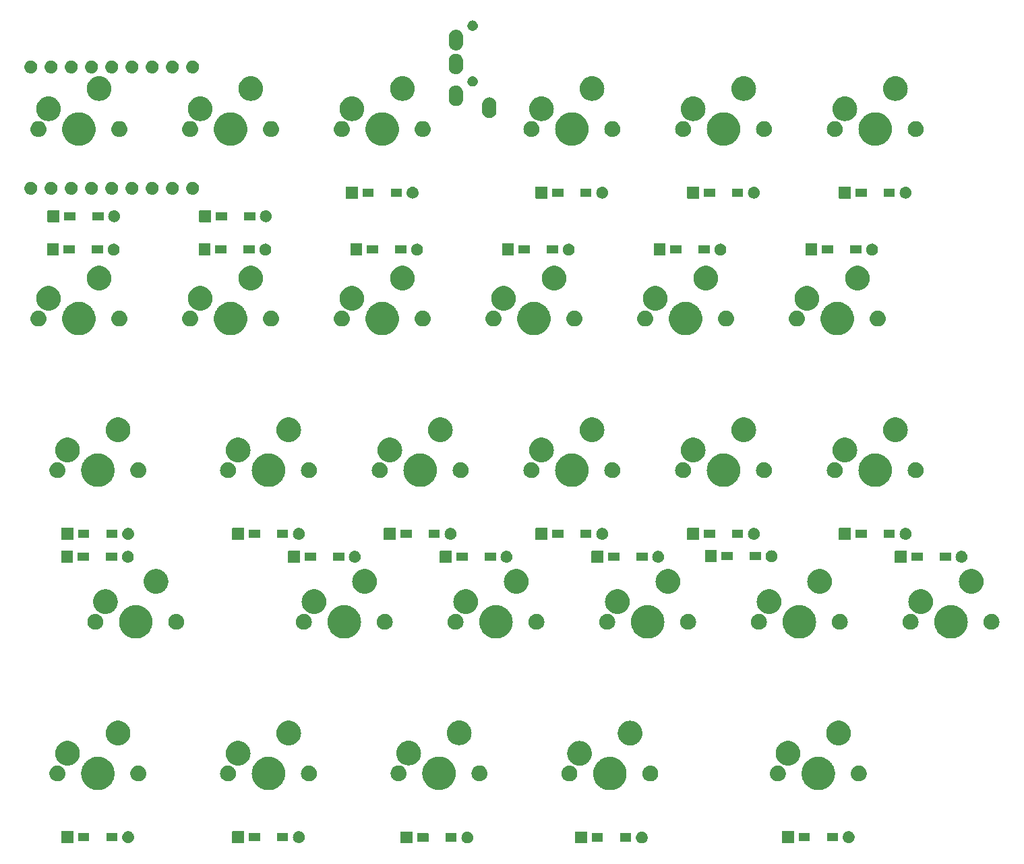
<source format=gbr>
G04 #@! TF.GenerationSoftware,KiCad,Pcbnew,7.0.8*
G04 #@! TF.CreationDate,2023-10-21T06:46:12+09:00*
G04 #@! TF.ProjectId,ckb9,636b6239-2e6b-4696-9361-645f70636258,rev?*
G04 #@! TF.SameCoordinates,Original*
G04 #@! TF.FileFunction,Soldermask,Top*
G04 #@! TF.FilePolarity,Negative*
%FSLAX46Y46*%
G04 Gerber Fmt 4.6, Leading zero omitted, Abs format (unit mm)*
G04 Created by KiCad (PCBNEW 7.0.8) date 2023-10-21 06:46:12*
%MOMM*%
%LPD*%
G01*
G04 APERTURE LIST*
G04 APERTURE END LIST*
G36*
X466608017Y-21544382D02*
G01*
X466624562Y-21555438D01*
X466635618Y-21571983D01*
X466639500Y-21591500D01*
X466639500Y-22988500D01*
X466635618Y-23008017D01*
X466624562Y-23024562D01*
X466608017Y-23035618D01*
X466588500Y-23039500D01*
X465191500Y-23039500D01*
X465171983Y-23035618D01*
X465155438Y-23024562D01*
X465144382Y-23008017D01*
X465140500Y-22988500D01*
X465140500Y-21591500D01*
X465144382Y-21571983D01*
X465155438Y-21555438D01*
X465171983Y-21544382D01*
X465191500Y-21540500D01*
X466588500Y-21540500D01*
X466608017Y-21544382D01*
G37*
G36*
X473552520Y-21545291D02*
G01*
X473588270Y-21545291D01*
X473628602Y-21553863D01*
X473676779Y-21559292D01*
X473711806Y-21571548D01*
X473741397Y-21577838D01*
X473784037Y-21596823D01*
X473835196Y-21614724D01*
X473861828Y-21631458D01*
X473884405Y-21641510D01*
X473926496Y-21672091D01*
X473977306Y-21704017D01*
X473995553Y-21722264D01*
X474011052Y-21733525D01*
X474049371Y-21776082D01*
X474095983Y-21822694D01*
X474106702Y-21839753D01*
X474115803Y-21849861D01*
X474146939Y-21903790D01*
X474185276Y-21964804D01*
X474190062Y-21978483D01*
X474194072Y-21985428D01*
X474214607Y-22048629D01*
X474240708Y-22123221D01*
X474241697Y-22132003D01*
X474242448Y-22134313D01*
X474249250Y-22199032D01*
X474259500Y-22290000D01*
X474249249Y-22380975D01*
X474242448Y-22445686D01*
X474241697Y-22447995D01*
X474240708Y-22456779D01*
X474214603Y-22531383D01*
X474194072Y-22594571D01*
X474190063Y-22601513D01*
X474185276Y-22615196D01*
X474146931Y-22676220D01*
X474115803Y-22730138D01*
X474106704Y-22740242D01*
X474095983Y-22757306D01*
X474049362Y-22803926D01*
X474011052Y-22846474D01*
X473995557Y-22857731D01*
X473977306Y-22875983D01*
X473926486Y-22907914D01*
X473884405Y-22938489D01*
X473861833Y-22948538D01*
X473835196Y-22965276D01*
X473784027Y-22983180D01*
X473741397Y-23002161D01*
X473711812Y-23008449D01*
X473676779Y-23020708D01*
X473628600Y-23026136D01*
X473588270Y-23034709D01*
X473552520Y-23034709D01*
X473510000Y-23039500D01*
X473467480Y-23034709D01*
X473431730Y-23034709D01*
X473391399Y-23026136D01*
X473343221Y-23020708D01*
X473308188Y-23008449D01*
X473278602Y-23002161D01*
X473235967Y-22983178D01*
X473184804Y-22965276D01*
X473158168Y-22948539D01*
X473135594Y-22938489D01*
X473093505Y-22907909D01*
X473042694Y-22875983D01*
X473024445Y-22857734D01*
X473008947Y-22846474D01*
X472970627Y-22803916D01*
X472924017Y-22757306D01*
X472913297Y-22740246D01*
X472904196Y-22730138D01*
X472873055Y-22676201D01*
X472834724Y-22615196D01*
X472829938Y-22601518D01*
X472825927Y-22594571D01*
X472805382Y-22531343D01*
X472779292Y-22456779D01*
X472778302Y-22447999D01*
X472777551Y-22445686D01*
X472770735Y-22380843D01*
X472760500Y-22290000D01*
X472770734Y-22199164D01*
X472777551Y-22134313D01*
X472778302Y-22131998D01*
X472779292Y-22123221D01*
X472805378Y-22048669D01*
X472825927Y-21985428D01*
X472829938Y-21978479D01*
X472834724Y-21964804D01*
X472873048Y-21903810D01*
X472904196Y-21849861D01*
X472913300Y-21839749D01*
X472924017Y-21822694D01*
X472970613Y-21776097D01*
X473008948Y-21733523D01*
X473024453Y-21722257D01*
X473042694Y-21704017D01*
X473093488Y-21672101D01*
X473135592Y-21641511D01*
X473158173Y-21631456D01*
X473184804Y-21614724D01*
X473235957Y-21596824D01*
X473278602Y-21577838D01*
X473308194Y-21571548D01*
X473343221Y-21559292D01*
X473391396Y-21553863D01*
X473431730Y-21545291D01*
X473467480Y-21545291D01*
X473510000Y-21540500D01*
X473552520Y-21545291D01*
G37*
G36*
X488518017Y-21544382D02*
G01*
X488534562Y-21555438D01*
X488545618Y-21571983D01*
X488549500Y-21591500D01*
X488549500Y-22988500D01*
X488545618Y-23008017D01*
X488534562Y-23024562D01*
X488518017Y-23035618D01*
X488498500Y-23039500D01*
X487101500Y-23039500D01*
X487081983Y-23035618D01*
X487065438Y-23024562D01*
X487054382Y-23008017D01*
X487050500Y-22988500D01*
X487050500Y-21591500D01*
X487054382Y-21571983D01*
X487065438Y-21555438D01*
X487081983Y-21544382D01*
X487101500Y-21540500D01*
X488498500Y-21540500D01*
X488518017Y-21544382D01*
G37*
G36*
X495462520Y-21545291D02*
G01*
X495498270Y-21545291D01*
X495538602Y-21553863D01*
X495586779Y-21559292D01*
X495621806Y-21571548D01*
X495651397Y-21577838D01*
X495694037Y-21596823D01*
X495745196Y-21614724D01*
X495771828Y-21631458D01*
X495794405Y-21641510D01*
X495836496Y-21672091D01*
X495887306Y-21704017D01*
X495905553Y-21722264D01*
X495921052Y-21733525D01*
X495959371Y-21776082D01*
X496005983Y-21822694D01*
X496016702Y-21839753D01*
X496025803Y-21849861D01*
X496056939Y-21903790D01*
X496095276Y-21964804D01*
X496100062Y-21978483D01*
X496104072Y-21985428D01*
X496124607Y-22048629D01*
X496150708Y-22123221D01*
X496151697Y-22132003D01*
X496152448Y-22134313D01*
X496159250Y-22199032D01*
X496169500Y-22290000D01*
X496159249Y-22380975D01*
X496152448Y-22445686D01*
X496151697Y-22447995D01*
X496150708Y-22456779D01*
X496124603Y-22531383D01*
X496104072Y-22594571D01*
X496100063Y-22601513D01*
X496095276Y-22615196D01*
X496056931Y-22676220D01*
X496025803Y-22730138D01*
X496016704Y-22740242D01*
X496005983Y-22757306D01*
X495959362Y-22803926D01*
X495921052Y-22846474D01*
X495905557Y-22857731D01*
X495887306Y-22875983D01*
X495836486Y-22907914D01*
X495794405Y-22938489D01*
X495771833Y-22948538D01*
X495745196Y-22965276D01*
X495694027Y-22983180D01*
X495651397Y-23002161D01*
X495621812Y-23008449D01*
X495586779Y-23020708D01*
X495538600Y-23026136D01*
X495498270Y-23034709D01*
X495462520Y-23034709D01*
X495420000Y-23039500D01*
X495377480Y-23034709D01*
X495341730Y-23034709D01*
X495301399Y-23026136D01*
X495253221Y-23020708D01*
X495218188Y-23008449D01*
X495188602Y-23002161D01*
X495145967Y-22983178D01*
X495094804Y-22965276D01*
X495068168Y-22948539D01*
X495045594Y-22938489D01*
X495003505Y-22907909D01*
X494952694Y-22875983D01*
X494934445Y-22857734D01*
X494918947Y-22846474D01*
X494880627Y-22803916D01*
X494834017Y-22757306D01*
X494823297Y-22740246D01*
X494814196Y-22730138D01*
X494783055Y-22676201D01*
X494744724Y-22615196D01*
X494739938Y-22601518D01*
X494735927Y-22594571D01*
X494715382Y-22531343D01*
X494689292Y-22456779D01*
X494688302Y-22447999D01*
X494687551Y-22445686D01*
X494680735Y-22380843D01*
X494670500Y-22290000D01*
X494680734Y-22199164D01*
X494687551Y-22134313D01*
X494688302Y-22131998D01*
X494689292Y-22123221D01*
X494715378Y-22048669D01*
X494735927Y-21985428D01*
X494739938Y-21978479D01*
X494744724Y-21964804D01*
X494783048Y-21903810D01*
X494814196Y-21849861D01*
X494823300Y-21839749D01*
X494834017Y-21822694D01*
X494880613Y-21776097D01*
X494918948Y-21733523D01*
X494934453Y-21722257D01*
X494952694Y-21704017D01*
X495003488Y-21672101D01*
X495045592Y-21641511D01*
X495068173Y-21631456D01*
X495094804Y-21614724D01*
X495145957Y-21596824D01*
X495188602Y-21577838D01*
X495218194Y-21571548D01*
X495253221Y-21559292D01*
X495301396Y-21553863D01*
X495341730Y-21545291D01*
X495377480Y-21545291D01*
X495420000Y-21540500D01*
X495462520Y-21545291D01*
G37*
G36*
X424009017Y-21496882D02*
G01*
X424025562Y-21507938D01*
X424036618Y-21524483D01*
X424040500Y-21544000D01*
X424040500Y-22941000D01*
X424036618Y-22960517D01*
X424025562Y-22977062D01*
X424009017Y-22988118D01*
X423989500Y-22992000D01*
X422592500Y-22992000D01*
X422572983Y-22988118D01*
X422556438Y-22977062D01*
X422545382Y-22960517D01*
X422541500Y-22941000D01*
X422541500Y-21544000D01*
X422545382Y-21524483D01*
X422556438Y-21507938D01*
X422572983Y-21496882D01*
X422592500Y-21493000D01*
X423989500Y-21493000D01*
X424009017Y-21496882D01*
G37*
G36*
X430953520Y-21497791D02*
G01*
X430989270Y-21497791D01*
X431029602Y-21506363D01*
X431077779Y-21511792D01*
X431112806Y-21524048D01*
X431142397Y-21530338D01*
X431185037Y-21549323D01*
X431236196Y-21567224D01*
X431262828Y-21583958D01*
X431285405Y-21594010D01*
X431327496Y-21624591D01*
X431378306Y-21656517D01*
X431396553Y-21674764D01*
X431412052Y-21686025D01*
X431450371Y-21728582D01*
X431496983Y-21775194D01*
X431507702Y-21792253D01*
X431516803Y-21802361D01*
X431547939Y-21856290D01*
X431586276Y-21917304D01*
X431591062Y-21930983D01*
X431595072Y-21937928D01*
X431615607Y-22001129D01*
X431641708Y-22075721D01*
X431642697Y-22084503D01*
X431643448Y-22086813D01*
X431650250Y-22151532D01*
X431660500Y-22242500D01*
X431650249Y-22333475D01*
X431643448Y-22398186D01*
X431642697Y-22400495D01*
X431641708Y-22409279D01*
X431615603Y-22483883D01*
X431595072Y-22547071D01*
X431591063Y-22554013D01*
X431586276Y-22567696D01*
X431547931Y-22628720D01*
X431516803Y-22682638D01*
X431507704Y-22692742D01*
X431496983Y-22709806D01*
X431450362Y-22756426D01*
X431412052Y-22798974D01*
X431396557Y-22810231D01*
X431378306Y-22828483D01*
X431327486Y-22860414D01*
X431285405Y-22890989D01*
X431262833Y-22901038D01*
X431236196Y-22917776D01*
X431185027Y-22935680D01*
X431142397Y-22954661D01*
X431112812Y-22960949D01*
X431077779Y-22973208D01*
X431029600Y-22978636D01*
X430989270Y-22987209D01*
X430953520Y-22987209D01*
X430911000Y-22992000D01*
X430868480Y-22987209D01*
X430832730Y-22987209D01*
X430792399Y-22978636D01*
X430744221Y-22973208D01*
X430709188Y-22960949D01*
X430679602Y-22954661D01*
X430636967Y-22935678D01*
X430585804Y-22917776D01*
X430559168Y-22901039D01*
X430536594Y-22890989D01*
X430494505Y-22860409D01*
X430443694Y-22828483D01*
X430425445Y-22810234D01*
X430409947Y-22798974D01*
X430371627Y-22756416D01*
X430325017Y-22709806D01*
X430314297Y-22692746D01*
X430305196Y-22682638D01*
X430274055Y-22628701D01*
X430235724Y-22567696D01*
X430230938Y-22554018D01*
X430226927Y-22547071D01*
X430206382Y-22483843D01*
X430180292Y-22409279D01*
X430179302Y-22400499D01*
X430178551Y-22398186D01*
X430171735Y-22333343D01*
X430161500Y-22242500D01*
X430171734Y-22151664D01*
X430178551Y-22086813D01*
X430179302Y-22084498D01*
X430180292Y-22075721D01*
X430206378Y-22001169D01*
X430226927Y-21937928D01*
X430230938Y-21930979D01*
X430235724Y-21917304D01*
X430274048Y-21856310D01*
X430305196Y-21802361D01*
X430314300Y-21792249D01*
X430325017Y-21775194D01*
X430371613Y-21728597D01*
X430409948Y-21686023D01*
X430425453Y-21674757D01*
X430443694Y-21656517D01*
X430494488Y-21624601D01*
X430536592Y-21594011D01*
X430559173Y-21583956D01*
X430585804Y-21567224D01*
X430636957Y-21549324D01*
X430679602Y-21530338D01*
X430709194Y-21524048D01*
X430744221Y-21511792D01*
X430792396Y-21506363D01*
X430832730Y-21497791D01*
X430868480Y-21497791D01*
X430911000Y-21493000D01*
X430953520Y-21497791D01*
G37*
G36*
X445440517Y-21496882D02*
G01*
X445457062Y-21507938D01*
X445468118Y-21524483D01*
X445472000Y-21544000D01*
X445472000Y-22941000D01*
X445468118Y-22960517D01*
X445457062Y-22977062D01*
X445440517Y-22988118D01*
X445421000Y-22992000D01*
X444024000Y-22992000D01*
X444004483Y-22988118D01*
X443987938Y-22977062D01*
X443976882Y-22960517D01*
X443973000Y-22941000D01*
X443973000Y-21544000D01*
X443976882Y-21524483D01*
X443987938Y-21507938D01*
X444004483Y-21496882D01*
X444024000Y-21493000D01*
X445421000Y-21493000D01*
X445440517Y-21496882D01*
G37*
G36*
X452385020Y-21497791D02*
G01*
X452420770Y-21497791D01*
X452461102Y-21506363D01*
X452509279Y-21511792D01*
X452544306Y-21524048D01*
X452573897Y-21530338D01*
X452616537Y-21549323D01*
X452667696Y-21567224D01*
X452694328Y-21583958D01*
X452716905Y-21594010D01*
X452758996Y-21624591D01*
X452809806Y-21656517D01*
X452828053Y-21674764D01*
X452843552Y-21686025D01*
X452881871Y-21728582D01*
X452928483Y-21775194D01*
X452939202Y-21792253D01*
X452948303Y-21802361D01*
X452979439Y-21856290D01*
X453017776Y-21917304D01*
X453022562Y-21930983D01*
X453026572Y-21937928D01*
X453047107Y-22001129D01*
X453073208Y-22075721D01*
X453074197Y-22084503D01*
X453074948Y-22086813D01*
X453081750Y-22151532D01*
X453092000Y-22242500D01*
X453081749Y-22333475D01*
X453074948Y-22398186D01*
X453074197Y-22400495D01*
X453073208Y-22409279D01*
X453047103Y-22483883D01*
X453026572Y-22547071D01*
X453022563Y-22554013D01*
X453017776Y-22567696D01*
X452979431Y-22628720D01*
X452948303Y-22682638D01*
X452939204Y-22692742D01*
X452928483Y-22709806D01*
X452881862Y-22756426D01*
X452843552Y-22798974D01*
X452828057Y-22810231D01*
X452809806Y-22828483D01*
X452758986Y-22860414D01*
X452716905Y-22890989D01*
X452694333Y-22901038D01*
X452667696Y-22917776D01*
X452616527Y-22935680D01*
X452573897Y-22954661D01*
X452544312Y-22960949D01*
X452509279Y-22973208D01*
X452461100Y-22978636D01*
X452420770Y-22987209D01*
X452385020Y-22987209D01*
X452342500Y-22992000D01*
X452299980Y-22987209D01*
X452264230Y-22987209D01*
X452223899Y-22978636D01*
X452175721Y-22973208D01*
X452140688Y-22960949D01*
X452111102Y-22954661D01*
X452068467Y-22935678D01*
X452017304Y-22917776D01*
X451990668Y-22901039D01*
X451968094Y-22890989D01*
X451926005Y-22860409D01*
X451875194Y-22828483D01*
X451856945Y-22810234D01*
X451841447Y-22798974D01*
X451803127Y-22756416D01*
X451756517Y-22709806D01*
X451745797Y-22692746D01*
X451736696Y-22682638D01*
X451705555Y-22628701D01*
X451667224Y-22567696D01*
X451662438Y-22554018D01*
X451658427Y-22547071D01*
X451637882Y-22483843D01*
X451611792Y-22409279D01*
X451610802Y-22400499D01*
X451610051Y-22398186D01*
X451603235Y-22333343D01*
X451593000Y-22242500D01*
X451603234Y-22151664D01*
X451610051Y-22086813D01*
X451610802Y-22084498D01*
X451611792Y-22075721D01*
X451637878Y-22001169D01*
X451658427Y-21937928D01*
X451662438Y-21930979D01*
X451667224Y-21917304D01*
X451705548Y-21856310D01*
X451736696Y-21802361D01*
X451745800Y-21792249D01*
X451756517Y-21775194D01*
X451803113Y-21728597D01*
X451841448Y-21686023D01*
X451856953Y-21674757D01*
X451875194Y-21656517D01*
X451925988Y-21624601D01*
X451968092Y-21594011D01*
X451990673Y-21583956D01*
X452017304Y-21567224D01*
X452068457Y-21549324D01*
X452111102Y-21530338D01*
X452140694Y-21524048D01*
X452175721Y-21511792D01*
X452223896Y-21506363D01*
X452264230Y-21497791D01*
X452299980Y-21497791D01*
X452342500Y-21493000D01*
X452385020Y-21497791D01*
G37*
G36*
X514497017Y-21496882D02*
G01*
X514513562Y-21507938D01*
X514524618Y-21524483D01*
X514528500Y-21544000D01*
X514528500Y-22941000D01*
X514524618Y-22960517D01*
X514513562Y-22977062D01*
X514497017Y-22988118D01*
X514477500Y-22992000D01*
X513080500Y-22992000D01*
X513060983Y-22988118D01*
X513044438Y-22977062D01*
X513033382Y-22960517D01*
X513029500Y-22941000D01*
X513029500Y-21544000D01*
X513033382Y-21524483D01*
X513044438Y-21507938D01*
X513060983Y-21496882D01*
X513080500Y-21493000D01*
X514477500Y-21493000D01*
X514497017Y-21496882D01*
G37*
G36*
X521441520Y-21497791D02*
G01*
X521477270Y-21497791D01*
X521517602Y-21506363D01*
X521565779Y-21511792D01*
X521600806Y-21524048D01*
X521630397Y-21530338D01*
X521673037Y-21549323D01*
X521724196Y-21567224D01*
X521750828Y-21583958D01*
X521773405Y-21594010D01*
X521815496Y-21624591D01*
X521866306Y-21656517D01*
X521884553Y-21674764D01*
X521900052Y-21686025D01*
X521938371Y-21728582D01*
X521984983Y-21775194D01*
X521995702Y-21792253D01*
X522004803Y-21802361D01*
X522035939Y-21856290D01*
X522074276Y-21917304D01*
X522079062Y-21930983D01*
X522083072Y-21937928D01*
X522103607Y-22001129D01*
X522129708Y-22075721D01*
X522130697Y-22084503D01*
X522131448Y-22086813D01*
X522138250Y-22151532D01*
X522148500Y-22242500D01*
X522138249Y-22333475D01*
X522131448Y-22398186D01*
X522130697Y-22400495D01*
X522129708Y-22409279D01*
X522103603Y-22483883D01*
X522083072Y-22547071D01*
X522079063Y-22554013D01*
X522074276Y-22567696D01*
X522035931Y-22628720D01*
X522004803Y-22682638D01*
X521995704Y-22692742D01*
X521984983Y-22709806D01*
X521938362Y-22756426D01*
X521900052Y-22798974D01*
X521884557Y-22810231D01*
X521866306Y-22828483D01*
X521815486Y-22860414D01*
X521773405Y-22890989D01*
X521750833Y-22901038D01*
X521724196Y-22917776D01*
X521673027Y-22935680D01*
X521630397Y-22954661D01*
X521600812Y-22960949D01*
X521565779Y-22973208D01*
X521517600Y-22978636D01*
X521477270Y-22987209D01*
X521441520Y-22987209D01*
X521399000Y-22992000D01*
X521356480Y-22987209D01*
X521320730Y-22987209D01*
X521280399Y-22978636D01*
X521232221Y-22973208D01*
X521197188Y-22960949D01*
X521167602Y-22954661D01*
X521124967Y-22935678D01*
X521073804Y-22917776D01*
X521047168Y-22901039D01*
X521024594Y-22890989D01*
X520982505Y-22860409D01*
X520931694Y-22828483D01*
X520913445Y-22810234D01*
X520897947Y-22798974D01*
X520859627Y-22756416D01*
X520813017Y-22709806D01*
X520802297Y-22692746D01*
X520793196Y-22682638D01*
X520762055Y-22628701D01*
X520723724Y-22567696D01*
X520718938Y-22554018D01*
X520714927Y-22547071D01*
X520694382Y-22483843D01*
X520668292Y-22409279D01*
X520667302Y-22400499D01*
X520666551Y-22398186D01*
X520659735Y-22333343D01*
X520649500Y-22242500D01*
X520659734Y-22151664D01*
X520666551Y-22086813D01*
X520667302Y-22084498D01*
X520668292Y-22075721D01*
X520694378Y-22001169D01*
X520714927Y-21937928D01*
X520718938Y-21930979D01*
X520723724Y-21917304D01*
X520762048Y-21856310D01*
X520793196Y-21802361D01*
X520802300Y-21792249D01*
X520813017Y-21775194D01*
X520859613Y-21728597D01*
X520897948Y-21686023D01*
X520913453Y-21674757D01*
X520931694Y-21656517D01*
X520982488Y-21624601D01*
X521024592Y-21594011D01*
X521047173Y-21583956D01*
X521073804Y-21567224D01*
X521124957Y-21549324D01*
X521167602Y-21530338D01*
X521197194Y-21524048D01*
X521232221Y-21511792D01*
X521280396Y-21506363D01*
X521320730Y-21497791D01*
X521356480Y-21497791D01*
X521399000Y-21493000D01*
X521441520Y-21497791D01*
G37*
G36*
X468594517Y-21767882D02*
G01*
X468611062Y-21778938D01*
X468622118Y-21795483D01*
X468626000Y-21815000D01*
X468626000Y-22765000D01*
X468622118Y-22784517D01*
X468611062Y-22801062D01*
X468594517Y-22812118D01*
X468575000Y-22816000D01*
X467275000Y-22816000D01*
X467255483Y-22812118D01*
X467238938Y-22801062D01*
X467227882Y-22784517D01*
X467224000Y-22765000D01*
X467224000Y-21815000D01*
X467227882Y-21795483D01*
X467238938Y-21778938D01*
X467255483Y-21767882D01*
X467275000Y-21764000D01*
X468575000Y-21764000D01*
X468594517Y-21767882D01*
G37*
G36*
X472144517Y-21767882D02*
G01*
X472161062Y-21778938D01*
X472172118Y-21795483D01*
X472176000Y-21815000D01*
X472176000Y-22765000D01*
X472172118Y-22784517D01*
X472161062Y-22801062D01*
X472144517Y-22812118D01*
X472125000Y-22816000D01*
X470825000Y-22816000D01*
X470805483Y-22812118D01*
X470788938Y-22801062D01*
X470777882Y-22784517D01*
X470774000Y-22765000D01*
X470774000Y-21815000D01*
X470777882Y-21795483D01*
X470788938Y-21778938D01*
X470805483Y-21767882D01*
X470825000Y-21764000D01*
X472125000Y-21764000D01*
X472144517Y-21767882D01*
G37*
G36*
X490504517Y-21767882D02*
G01*
X490521062Y-21778938D01*
X490532118Y-21795483D01*
X490536000Y-21815000D01*
X490536000Y-22765000D01*
X490532118Y-22784517D01*
X490521062Y-22801062D01*
X490504517Y-22812118D01*
X490485000Y-22816000D01*
X489185000Y-22816000D01*
X489165483Y-22812118D01*
X489148938Y-22801062D01*
X489137882Y-22784517D01*
X489134000Y-22765000D01*
X489134000Y-21815000D01*
X489137882Y-21795483D01*
X489148938Y-21778938D01*
X489165483Y-21767882D01*
X489185000Y-21764000D01*
X490485000Y-21764000D01*
X490504517Y-21767882D01*
G37*
G36*
X494054517Y-21767882D02*
G01*
X494071062Y-21778938D01*
X494082118Y-21795483D01*
X494086000Y-21815000D01*
X494086000Y-22765000D01*
X494082118Y-22784517D01*
X494071062Y-22801062D01*
X494054517Y-22812118D01*
X494035000Y-22816000D01*
X492735000Y-22816000D01*
X492715483Y-22812118D01*
X492698938Y-22801062D01*
X492687882Y-22784517D01*
X492684000Y-22765000D01*
X492684000Y-21815000D01*
X492687882Y-21795483D01*
X492698938Y-21778938D01*
X492715483Y-21767882D01*
X492735000Y-21764000D01*
X494035000Y-21764000D01*
X494054517Y-21767882D01*
G37*
G36*
X425995517Y-21720382D02*
G01*
X426012062Y-21731438D01*
X426023118Y-21747983D01*
X426027000Y-21767500D01*
X426027000Y-22717500D01*
X426023118Y-22737017D01*
X426012062Y-22753562D01*
X425995517Y-22764618D01*
X425976000Y-22768500D01*
X424676000Y-22768500D01*
X424656483Y-22764618D01*
X424639938Y-22753562D01*
X424628882Y-22737017D01*
X424625000Y-22717500D01*
X424625000Y-21767500D01*
X424628882Y-21747983D01*
X424639938Y-21731438D01*
X424656483Y-21720382D01*
X424676000Y-21716500D01*
X425976000Y-21716500D01*
X425995517Y-21720382D01*
G37*
G36*
X429545517Y-21720382D02*
G01*
X429562062Y-21731438D01*
X429573118Y-21747983D01*
X429577000Y-21767500D01*
X429577000Y-22717500D01*
X429573118Y-22737017D01*
X429562062Y-22753562D01*
X429545517Y-22764618D01*
X429526000Y-22768500D01*
X428226000Y-22768500D01*
X428206483Y-22764618D01*
X428189938Y-22753562D01*
X428178882Y-22737017D01*
X428175000Y-22717500D01*
X428175000Y-21767500D01*
X428178882Y-21747983D01*
X428189938Y-21731438D01*
X428206483Y-21720382D01*
X428226000Y-21716500D01*
X429526000Y-21716500D01*
X429545517Y-21720382D01*
G37*
G36*
X447427017Y-21720382D02*
G01*
X447443562Y-21731438D01*
X447454618Y-21747983D01*
X447458500Y-21767500D01*
X447458500Y-22717500D01*
X447454618Y-22737017D01*
X447443562Y-22753562D01*
X447427017Y-22764618D01*
X447407500Y-22768500D01*
X446107500Y-22768500D01*
X446087983Y-22764618D01*
X446071438Y-22753562D01*
X446060382Y-22737017D01*
X446056500Y-22717500D01*
X446056500Y-21767500D01*
X446060382Y-21747983D01*
X446071438Y-21731438D01*
X446087983Y-21720382D01*
X446107500Y-21716500D01*
X447407500Y-21716500D01*
X447427017Y-21720382D01*
G37*
G36*
X450977017Y-21720382D02*
G01*
X450993562Y-21731438D01*
X451004618Y-21747983D01*
X451008500Y-21767500D01*
X451008500Y-22717500D01*
X451004618Y-22737017D01*
X450993562Y-22753562D01*
X450977017Y-22764618D01*
X450957500Y-22768500D01*
X449657500Y-22768500D01*
X449637983Y-22764618D01*
X449621438Y-22753562D01*
X449610382Y-22737017D01*
X449606500Y-22717500D01*
X449606500Y-21767500D01*
X449610382Y-21747983D01*
X449621438Y-21731438D01*
X449637983Y-21720382D01*
X449657500Y-21716500D01*
X450957500Y-21716500D01*
X450977017Y-21720382D01*
G37*
G36*
X516483517Y-21720382D02*
G01*
X516500062Y-21731438D01*
X516511118Y-21747983D01*
X516515000Y-21767500D01*
X516515000Y-22717500D01*
X516511118Y-22737017D01*
X516500062Y-22753562D01*
X516483517Y-22764618D01*
X516464000Y-22768500D01*
X515164000Y-22768500D01*
X515144483Y-22764618D01*
X515127938Y-22753562D01*
X515116882Y-22737017D01*
X515113000Y-22717500D01*
X515113000Y-21767500D01*
X515116882Y-21747983D01*
X515127938Y-21731438D01*
X515144483Y-21720382D01*
X515164000Y-21716500D01*
X516464000Y-21716500D01*
X516483517Y-21720382D01*
G37*
G36*
X520033517Y-21720382D02*
G01*
X520050062Y-21731438D01*
X520061118Y-21747983D01*
X520065000Y-21767500D01*
X520065000Y-22717500D01*
X520061118Y-22737017D01*
X520050062Y-22753562D01*
X520033517Y-22764618D01*
X520014000Y-22768500D01*
X518714000Y-22768500D01*
X518694483Y-22764618D01*
X518677938Y-22753562D01*
X518666882Y-22737017D01*
X518663000Y-22717500D01*
X518663000Y-21767500D01*
X518666882Y-21747983D01*
X518677938Y-21731438D01*
X518694483Y-21720382D01*
X518714000Y-21716500D01*
X520014000Y-21716500D01*
X520033517Y-21720382D01*
G37*
G36*
X491480651Y-12153898D02*
G01*
X491553377Y-12153898D01*
X491619679Y-12163010D01*
X491684198Y-12167240D01*
X491759669Y-12182251D01*
X491837461Y-12192944D01*
X491896285Y-12209426D01*
X491953709Y-12220848D01*
X492032461Y-12247580D01*
X492113582Y-12270310D01*
X492164241Y-12292314D01*
X492213917Y-12309177D01*
X492294117Y-12348727D01*
X492376597Y-12384553D01*
X492418767Y-12410197D01*
X492460361Y-12430709D01*
X492539975Y-12483905D01*
X492621605Y-12533546D01*
X492655331Y-12560984D01*
X492688844Y-12583377D01*
X492765672Y-12650753D01*
X492844044Y-12714514D01*
X492869694Y-12741978D01*
X492895441Y-12764558D01*
X492967176Y-12846356D01*
X493039769Y-12924084D01*
X493058033Y-12949959D01*
X493076622Y-12971155D01*
X493140899Y-13067352D01*
X493205135Y-13158354D01*
X493216984Y-13181222D01*
X493229288Y-13199636D01*
X493283744Y-13310063D01*
X493337061Y-13412959D01*
X493343701Y-13431644D01*
X493350823Y-13446085D01*
X493393173Y-13570844D01*
X493433089Y-13683157D01*
X493435915Y-13696758D01*
X493439151Y-13706290D01*
X493467215Y-13847384D01*
X493491431Y-13963914D01*
X493491974Y-13971855D01*
X493492759Y-13975801D01*
X493504579Y-14156136D01*
X493511000Y-14250000D01*
X493504578Y-14343870D01*
X493492759Y-14524198D01*
X493491974Y-14528142D01*
X493491431Y-14536086D01*
X493467211Y-14652637D01*
X493439151Y-14793709D01*
X493435915Y-14803239D01*
X493433089Y-14816843D01*
X493393165Y-14929176D01*
X493350822Y-15053917D01*
X493343701Y-15068355D01*
X493337061Y-15087041D01*
X493283750Y-15189924D01*
X493229290Y-15300361D01*
X493216984Y-15318776D01*
X493205135Y-15341646D01*
X493140891Y-15432657D01*
X493076622Y-15528844D01*
X493058037Y-15550035D01*
X493039769Y-15575916D01*
X492967162Y-15653658D01*
X492895441Y-15735441D01*
X492869699Y-15758015D01*
X492844044Y-15785486D01*
X492765656Y-15849258D01*
X492688844Y-15916622D01*
X492655338Y-15939009D01*
X492621605Y-15966454D01*
X492539958Y-16016104D01*
X492460361Y-16069290D01*
X492418775Y-16089797D01*
X492376597Y-16115447D01*
X492294100Y-16151280D01*
X492213917Y-16190822D01*
X492164251Y-16207681D01*
X492113582Y-16229690D01*
X492032444Y-16252423D01*
X491953709Y-16279151D01*
X491896298Y-16290570D01*
X491837461Y-16307056D01*
X491759653Y-16317750D01*
X491684198Y-16332759D01*
X491619693Y-16336987D01*
X491553377Y-16346102D01*
X491480636Y-16346102D01*
X491410000Y-16350732D01*
X491339364Y-16346102D01*
X491266623Y-16346102D01*
X491200307Y-16336987D01*
X491135801Y-16332759D01*
X491060343Y-16317749D01*
X490982539Y-16307056D01*
X490923704Y-16290571D01*
X490866290Y-16279151D01*
X490787549Y-16252422D01*
X490706418Y-16229690D01*
X490655751Y-16207682D01*
X490606082Y-16190822D01*
X490525891Y-16151276D01*
X490443403Y-16115447D01*
X490401228Y-16089799D01*
X490359638Y-16069290D01*
X490280030Y-16016097D01*
X490198395Y-15966454D01*
X490164666Y-15939013D01*
X490131155Y-15916622D01*
X490054329Y-15849247D01*
X489975956Y-15785486D01*
X489950305Y-15758020D01*
X489924558Y-15735441D01*
X489852821Y-15653641D01*
X489780231Y-15575916D01*
X489761966Y-15550041D01*
X489743377Y-15528844D01*
X489679089Y-15432631D01*
X489614865Y-15341646D01*
X489603018Y-15318783D01*
X489590709Y-15300361D01*
X489536228Y-15189884D01*
X489482939Y-15087041D01*
X489476300Y-15068362D01*
X489469177Y-15053917D01*
X489426811Y-14929113D01*
X489386911Y-14816843D01*
X489384085Y-14803246D01*
X489380848Y-14793709D01*
X489352765Y-14652525D01*
X489328569Y-14536086D01*
X489328026Y-14528150D01*
X489327240Y-14524198D01*
X489315397Y-14343520D01*
X489309000Y-14250000D01*
X489315396Y-14156487D01*
X489327240Y-13975801D01*
X489328026Y-13971847D01*
X489328569Y-13963914D01*
X489352760Y-13847496D01*
X489380848Y-13706290D01*
X489384086Y-13696750D01*
X489386911Y-13683157D01*
X489426804Y-13570907D01*
X489469176Y-13446085D01*
X489476300Y-13431637D01*
X489482939Y-13412959D01*
X489536234Y-13310103D01*
X489590711Y-13199636D01*
X489603018Y-13181216D01*
X489614865Y-13158354D01*
X489679082Y-13067379D01*
X489743377Y-12971155D01*
X489761970Y-12949953D01*
X489780231Y-12924084D01*
X489852807Y-12846374D01*
X489924558Y-12764558D01*
X489950310Y-12741973D01*
X489975956Y-12714514D01*
X490054313Y-12650765D01*
X490131155Y-12583377D01*
X490164672Y-12560981D01*
X490198395Y-12533546D01*
X490280020Y-12483908D01*
X490359636Y-12430711D01*
X490401228Y-12410199D01*
X490443403Y-12384553D01*
X490525885Y-12348726D01*
X490606085Y-12309176D01*
X490655762Y-12292312D01*
X490706418Y-12270310D01*
X490787533Y-12247582D01*
X490866290Y-12220848D01*
X490923716Y-12209425D01*
X490982539Y-12192944D01*
X491060327Y-12182252D01*
X491135801Y-12167240D01*
X491200321Y-12163010D01*
X491266623Y-12153898D01*
X491339349Y-12153898D01*
X491410000Y-12149267D01*
X491480651Y-12153898D01*
G37*
G36*
X427171651Y-12146398D02*
G01*
X427244377Y-12146398D01*
X427310679Y-12155510D01*
X427375198Y-12159740D01*
X427450669Y-12174751D01*
X427528461Y-12185444D01*
X427587285Y-12201926D01*
X427644709Y-12213348D01*
X427723461Y-12240080D01*
X427804582Y-12262810D01*
X427855241Y-12284814D01*
X427904917Y-12301677D01*
X427985117Y-12341227D01*
X428067597Y-12377053D01*
X428109767Y-12402697D01*
X428151361Y-12423209D01*
X428230975Y-12476405D01*
X428312605Y-12526046D01*
X428346331Y-12553484D01*
X428379844Y-12575877D01*
X428456672Y-12643253D01*
X428535044Y-12707014D01*
X428560694Y-12734478D01*
X428586441Y-12757058D01*
X428658176Y-12838856D01*
X428730769Y-12916584D01*
X428749033Y-12942459D01*
X428767622Y-12963655D01*
X428831899Y-13059852D01*
X428896135Y-13150854D01*
X428907984Y-13173722D01*
X428920288Y-13192136D01*
X428974744Y-13302563D01*
X429028061Y-13405459D01*
X429034701Y-13424144D01*
X429041823Y-13438585D01*
X429084173Y-13563344D01*
X429124089Y-13675657D01*
X429126915Y-13689258D01*
X429130151Y-13698790D01*
X429158215Y-13839884D01*
X429182431Y-13956414D01*
X429182974Y-13964355D01*
X429183759Y-13968301D01*
X429195579Y-14148636D01*
X429202000Y-14242500D01*
X429195578Y-14336370D01*
X429183759Y-14516698D01*
X429182974Y-14520642D01*
X429182431Y-14528586D01*
X429158211Y-14645137D01*
X429130151Y-14786209D01*
X429126915Y-14795739D01*
X429124089Y-14809343D01*
X429084165Y-14921676D01*
X429041822Y-15046417D01*
X429034701Y-15060855D01*
X429028061Y-15079541D01*
X428974750Y-15182424D01*
X428920290Y-15292861D01*
X428907984Y-15311276D01*
X428896135Y-15334146D01*
X428831891Y-15425157D01*
X428767622Y-15521344D01*
X428749037Y-15542535D01*
X428730769Y-15568416D01*
X428658162Y-15646158D01*
X428586441Y-15727941D01*
X428560699Y-15750515D01*
X428535044Y-15777986D01*
X428456656Y-15841758D01*
X428379844Y-15909122D01*
X428346338Y-15931509D01*
X428312605Y-15958954D01*
X428230958Y-16008604D01*
X428151361Y-16061790D01*
X428109775Y-16082297D01*
X428067597Y-16107947D01*
X427985100Y-16143780D01*
X427904917Y-16183322D01*
X427855251Y-16200181D01*
X427804582Y-16222190D01*
X427723444Y-16244923D01*
X427644709Y-16271651D01*
X427587298Y-16283070D01*
X427528461Y-16299556D01*
X427450653Y-16310250D01*
X427375198Y-16325259D01*
X427310693Y-16329487D01*
X427244377Y-16338602D01*
X427171636Y-16338602D01*
X427101000Y-16343232D01*
X427030364Y-16338602D01*
X426957623Y-16338602D01*
X426891307Y-16329487D01*
X426826801Y-16325259D01*
X426751343Y-16310249D01*
X426673539Y-16299556D01*
X426614704Y-16283071D01*
X426557290Y-16271651D01*
X426478549Y-16244922D01*
X426397418Y-16222190D01*
X426346751Y-16200182D01*
X426297082Y-16183322D01*
X426216891Y-16143776D01*
X426134403Y-16107947D01*
X426092228Y-16082299D01*
X426050638Y-16061790D01*
X425971030Y-16008597D01*
X425889395Y-15958954D01*
X425855666Y-15931513D01*
X425822155Y-15909122D01*
X425745329Y-15841747D01*
X425666956Y-15777986D01*
X425641305Y-15750520D01*
X425615558Y-15727941D01*
X425543821Y-15646141D01*
X425471231Y-15568416D01*
X425452966Y-15542541D01*
X425434377Y-15521344D01*
X425370089Y-15425131D01*
X425305865Y-15334146D01*
X425294018Y-15311283D01*
X425281709Y-15292861D01*
X425227228Y-15182384D01*
X425173939Y-15079541D01*
X425167300Y-15060862D01*
X425160177Y-15046417D01*
X425117811Y-14921613D01*
X425077911Y-14809343D01*
X425075085Y-14795746D01*
X425071848Y-14786209D01*
X425043765Y-14645025D01*
X425019569Y-14528586D01*
X425019026Y-14520650D01*
X425018240Y-14516698D01*
X425006397Y-14336020D01*
X425000000Y-14242500D01*
X425006396Y-14148987D01*
X425018240Y-13968301D01*
X425019026Y-13964347D01*
X425019569Y-13956414D01*
X425043760Y-13839996D01*
X425071848Y-13698790D01*
X425075086Y-13689250D01*
X425077911Y-13675657D01*
X425117804Y-13563407D01*
X425160176Y-13438585D01*
X425167300Y-13424137D01*
X425173939Y-13405459D01*
X425227234Y-13302603D01*
X425281711Y-13192136D01*
X425294018Y-13173716D01*
X425305865Y-13150854D01*
X425370082Y-13059879D01*
X425434377Y-12963655D01*
X425452970Y-12942453D01*
X425471231Y-12916584D01*
X425543807Y-12838874D01*
X425615558Y-12757058D01*
X425641310Y-12734473D01*
X425666956Y-12707014D01*
X425745313Y-12643265D01*
X425822155Y-12575877D01*
X425855672Y-12553481D01*
X425889395Y-12526046D01*
X425971020Y-12476408D01*
X426050636Y-12423211D01*
X426092228Y-12402699D01*
X426134403Y-12377053D01*
X426216885Y-12341226D01*
X426297085Y-12301676D01*
X426346762Y-12284812D01*
X426397418Y-12262810D01*
X426478533Y-12240082D01*
X426557290Y-12213348D01*
X426614716Y-12201925D01*
X426673539Y-12185444D01*
X426751327Y-12174752D01*
X426826801Y-12159740D01*
X426891321Y-12155510D01*
X426957623Y-12146398D01*
X427030349Y-12146398D01*
X427101000Y-12141767D01*
X427171651Y-12146398D01*
G37*
G36*
X448603151Y-12146398D02*
G01*
X448675877Y-12146398D01*
X448742179Y-12155510D01*
X448806698Y-12159740D01*
X448882169Y-12174751D01*
X448959961Y-12185444D01*
X449018785Y-12201926D01*
X449076209Y-12213348D01*
X449154961Y-12240080D01*
X449236082Y-12262810D01*
X449286741Y-12284814D01*
X449336417Y-12301677D01*
X449416617Y-12341227D01*
X449499097Y-12377053D01*
X449541267Y-12402697D01*
X449582861Y-12423209D01*
X449662475Y-12476405D01*
X449744105Y-12526046D01*
X449777831Y-12553484D01*
X449811344Y-12575877D01*
X449888172Y-12643253D01*
X449966544Y-12707014D01*
X449992194Y-12734478D01*
X450017941Y-12757058D01*
X450089676Y-12838856D01*
X450162269Y-12916584D01*
X450180533Y-12942459D01*
X450199122Y-12963655D01*
X450263399Y-13059852D01*
X450327635Y-13150854D01*
X450339484Y-13173722D01*
X450351788Y-13192136D01*
X450406244Y-13302563D01*
X450459561Y-13405459D01*
X450466201Y-13424144D01*
X450473323Y-13438585D01*
X450515673Y-13563344D01*
X450555589Y-13675657D01*
X450558415Y-13689258D01*
X450561651Y-13698790D01*
X450589715Y-13839884D01*
X450613931Y-13956414D01*
X450614474Y-13964355D01*
X450615259Y-13968301D01*
X450627079Y-14148636D01*
X450633500Y-14242500D01*
X450627078Y-14336370D01*
X450615259Y-14516698D01*
X450614474Y-14520642D01*
X450613931Y-14528586D01*
X450589711Y-14645137D01*
X450561651Y-14786209D01*
X450558415Y-14795739D01*
X450555589Y-14809343D01*
X450515665Y-14921676D01*
X450473322Y-15046417D01*
X450466201Y-15060855D01*
X450459561Y-15079541D01*
X450406250Y-15182424D01*
X450351790Y-15292861D01*
X450339484Y-15311276D01*
X450327635Y-15334146D01*
X450263391Y-15425157D01*
X450199122Y-15521344D01*
X450180537Y-15542535D01*
X450162269Y-15568416D01*
X450089662Y-15646158D01*
X450017941Y-15727941D01*
X449992199Y-15750515D01*
X449966544Y-15777986D01*
X449888156Y-15841758D01*
X449811344Y-15909122D01*
X449777838Y-15931509D01*
X449744105Y-15958954D01*
X449662458Y-16008604D01*
X449582861Y-16061790D01*
X449541275Y-16082297D01*
X449499097Y-16107947D01*
X449416600Y-16143780D01*
X449336417Y-16183322D01*
X449286751Y-16200181D01*
X449236082Y-16222190D01*
X449154944Y-16244923D01*
X449076209Y-16271651D01*
X449018798Y-16283070D01*
X448959961Y-16299556D01*
X448882153Y-16310250D01*
X448806698Y-16325259D01*
X448742193Y-16329487D01*
X448675877Y-16338602D01*
X448603136Y-16338602D01*
X448532500Y-16343232D01*
X448461864Y-16338602D01*
X448389123Y-16338602D01*
X448322807Y-16329487D01*
X448258301Y-16325259D01*
X448182843Y-16310249D01*
X448105039Y-16299556D01*
X448046204Y-16283071D01*
X447988790Y-16271651D01*
X447910049Y-16244922D01*
X447828918Y-16222190D01*
X447778251Y-16200182D01*
X447728582Y-16183322D01*
X447648391Y-16143776D01*
X447565903Y-16107947D01*
X447523728Y-16082299D01*
X447482138Y-16061790D01*
X447402530Y-16008597D01*
X447320895Y-15958954D01*
X447287166Y-15931513D01*
X447253655Y-15909122D01*
X447176829Y-15841747D01*
X447098456Y-15777986D01*
X447072805Y-15750520D01*
X447047058Y-15727941D01*
X446975321Y-15646141D01*
X446902731Y-15568416D01*
X446884466Y-15542541D01*
X446865877Y-15521344D01*
X446801589Y-15425131D01*
X446737365Y-15334146D01*
X446725518Y-15311283D01*
X446713209Y-15292861D01*
X446658728Y-15182384D01*
X446605439Y-15079541D01*
X446598800Y-15060862D01*
X446591677Y-15046417D01*
X446549311Y-14921613D01*
X446509411Y-14809343D01*
X446506585Y-14795746D01*
X446503348Y-14786209D01*
X446475265Y-14645025D01*
X446451069Y-14528586D01*
X446450526Y-14520650D01*
X446449740Y-14516698D01*
X446437897Y-14336020D01*
X446431500Y-14242500D01*
X446437896Y-14148987D01*
X446449740Y-13968301D01*
X446450526Y-13964347D01*
X446451069Y-13956414D01*
X446475260Y-13839996D01*
X446503348Y-13698790D01*
X446506586Y-13689250D01*
X446509411Y-13675657D01*
X446549304Y-13563407D01*
X446591676Y-13438585D01*
X446598800Y-13424137D01*
X446605439Y-13405459D01*
X446658734Y-13302603D01*
X446713211Y-13192136D01*
X446725518Y-13173716D01*
X446737365Y-13150854D01*
X446801582Y-13059879D01*
X446865877Y-12963655D01*
X446884470Y-12942453D01*
X446902731Y-12916584D01*
X446975307Y-12838874D01*
X447047058Y-12757058D01*
X447072810Y-12734473D01*
X447098456Y-12707014D01*
X447176813Y-12643265D01*
X447253655Y-12575877D01*
X447287172Y-12553481D01*
X447320895Y-12526046D01*
X447402520Y-12476408D01*
X447482136Y-12423211D01*
X447523728Y-12402699D01*
X447565903Y-12377053D01*
X447648385Y-12341226D01*
X447728585Y-12301676D01*
X447778262Y-12284812D01*
X447828918Y-12262810D01*
X447910033Y-12240082D01*
X447988790Y-12213348D01*
X448046216Y-12201925D01*
X448105039Y-12185444D01*
X448182827Y-12174752D01*
X448258301Y-12159740D01*
X448322821Y-12155510D01*
X448389123Y-12146398D01*
X448461849Y-12146398D01*
X448532500Y-12141767D01*
X448603151Y-12146398D01*
G37*
G36*
X517659651Y-12146398D02*
G01*
X517732377Y-12146398D01*
X517798679Y-12155510D01*
X517863198Y-12159740D01*
X517938669Y-12174751D01*
X518016461Y-12185444D01*
X518075285Y-12201926D01*
X518132709Y-12213348D01*
X518211461Y-12240080D01*
X518292582Y-12262810D01*
X518343241Y-12284814D01*
X518392917Y-12301677D01*
X518473117Y-12341227D01*
X518555597Y-12377053D01*
X518597767Y-12402697D01*
X518639361Y-12423209D01*
X518718975Y-12476405D01*
X518800605Y-12526046D01*
X518834331Y-12553484D01*
X518867844Y-12575877D01*
X518944672Y-12643253D01*
X519023044Y-12707014D01*
X519048694Y-12734478D01*
X519074441Y-12757058D01*
X519146176Y-12838856D01*
X519218769Y-12916584D01*
X519237033Y-12942459D01*
X519255622Y-12963655D01*
X519319899Y-13059852D01*
X519384135Y-13150854D01*
X519395984Y-13173722D01*
X519408288Y-13192136D01*
X519462744Y-13302563D01*
X519516061Y-13405459D01*
X519522701Y-13424144D01*
X519529823Y-13438585D01*
X519572173Y-13563344D01*
X519612089Y-13675657D01*
X519614915Y-13689258D01*
X519618151Y-13698790D01*
X519646215Y-13839884D01*
X519670431Y-13956414D01*
X519670974Y-13964355D01*
X519671759Y-13968301D01*
X519683579Y-14148636D01*
X519690000Y-14242500D01*
X519683578Y-14336370D01*
X519671759Y-14516698D01*
X519670974Y-14520642D01*
X519670431Y-14528586D01*
X519646211Y-14645137D01*
X519618151Y-14786209D01*
X519614915Y-14795739D01*
X519612089Y-14809343D01*
X519572165Y-14921676D01*
X519529822Y-15046417D01*
X519522701Y-15060855D01*
X519516061Y-15079541D01*
X519462750Y-15182424D01*
X519408290Y-15292861D01*
X519395984Y-15311276D01*
X519384135Y-15334146D01*
X519319891Y-15425157D01*
X519255622Y-15521344D01*
X519237037Y-15542535D01*
X519218769Y-15568416D01*
X519146162Y-15646158D01*
X519074441Y-15727941D01*
X519048699Y-15750515D01*
X519023044Y-15777986D01*
X518944656Y-15841758D01*
X518867844Y-15909122D01*
X518834338Y-15931509D01*
X518800605Y-15958954D01*
X518718958Y-16008604D01*
X518639361Y-16061790D01*
X518597775Y-16082297D01*
X518555597Y-16107947D01*
X518473100Y-16143780D01*
X518392917Y-16183322D01*
X518343251Y-16200181D01*
X518292582Y-16222190D01*
X518211444Y-16244923D01*
X518132709Y-16271651D01*
X518075298Y-16283070D01*
X518016461Y-16299556D01*
X517938653Y-16310250D01*
X517863198Y-16325259D01*
X517798693Y-16329487D01*
X517732377Y-16338602D01*
X517659636Y-16338602D01*
X517589000Y-16343232D01*
X517518364Y-16338602D01*
X517445623Y-16338602D01*
X517379307Y-16329487D01*
X517314801Y-16325259D01*
X517239343Y-16310249D01*
X517161539Y-16299556D01*
X517102704Y-16283071D01*
X517045290Y-16271651D01*
X516966549Y-16244922D01*
X516885418Y-16222190D01*
X516834751Y-16200182D01*
X516785082Y-16183322D01*
X516704891Y-16143776D01*
X516622403Y-16107947D01*
X516580228Y-16082299D01*
X516538638Y-16061790D01*
X516459030Y-16008597D01*
X516377395Y-15958954D01*
X516343666Y-15931513D01*
X516310155Y-15909122D01*
X516233329Y-15841747D01*
X516154956Y-15777986D01*
X516129305Y-15750520D01*
X516103558Y-15727941D01*
X516031821Y-15646141D01*
X515959231Y-15568416D01*
X515940966Y-15542541D01*
X515922377Y-15521344D01*
X515858089Y-15425131D01*
X515793865Y-15334146D01*
X515782018Y-15311283D01*
X515769709Y-15292861D01*
X515715228Y-15182384D01*
X515661939Y-15079541D01*
X515655300Y-15060862D01*
X515648177Y-15046417D01*
X515605811Y-14921613D01*
X515565911Y-14809343D01*
X515563085Y-14795746D01*
X515559848Y-14786209D01*
X515531765Y-14645025D01*
X515507569Y-14528586D01*
X515507026Y-14520650D01*
X515506240Y-14516698D01*
X515494397Y-14336020D01*
X515488000Y-14242500D01*
X515494396Y-14148987D01*
X515506240Y-13968301D01*
X515507026Y-13964347D01*
X515507569Y-13956414D01*
X515531760Y-13839996D01*
X515559848Y-13698790D01*
X515563086Y-13689250D01*
X515565911Y-13675657D01*
X515605804Y-13563407D01*
X515648176Y-13438585D01*
X515655300Y-13424137D01*
X515661939Y-13405459D01*
X515715234Y-13302603D01*
X515769711Y-13192136D01*
X515782018Y-13173716D01*
X515793865Y-13150854D01*
X515858082Y-13059879D01*
X515922377Y-12963655D01*
X515940970Y-12942453D01*
X515959231Y-12916584D01*
X516031807Y-12838874D01*
X516103558Y-12757058D01*
X516129310Y-12734473D01*
X516154956Y-12707014D01*
X516233313Y-12643265D01*
X516310155Y-12575877D01*
X516343672Y-12553481D01*
X516377395Y-12526046D01*
X516459020Y-12476408D01*
X516538636Y-12423211D01*
X516580228Y-12402699D01*
X516622403Y-12377053D01*
X516704885Y-12341226D01*
X516785085Y-12301676D01*
X516834762Y-12284812D01*
X516885418Y-12262810D01*
X516966533Y-12240082D01*
X517045290Y-12213348D01*
X517102716Y-12201925D01*
X517161539Y-12185444D01*
X517239327Y-12174752D01*
X517314801Y-12159740D01*
X517379321Y-12155510D01*
X517445623Y-12146398D01*
X517518349Y-12146398D01*
X517589000Y-12141767D01*
X517659651Y-12146398D01*
G37*
G36*
X470020651Y-12123898D02*
G01*
X470093377Y-12123898D01*
X470159679Y-12133010D01*
X470224198Y-12137240D01*
X470299669Y-12152251D01*
X470377461Y-12162944D01*
X470436285Y-12179426D01*
X470493709Y-12190848D01*
X470572461Y-12217580D01*
X470653582Y-12240310D01*
X470704241Y-12262314D01*
X470753917Y-12279177D01*
X470834117Y-12318727D01*
X470916597Y-12354553D01*
X470958767Y-12380197D01*
X471000361Y-12400709D01*
X471079975Y-12453905D01*
X471161605Y-12503546D01*
X471195331Y-12530984D01*
X471228844Y-12553377D01*
X471305672Y-12620753D01*
X471384044Y-12684514D01*
X471409694Y-12711978D01*
X471435441Y-12734558D01*
X471507176Y-12816356D01*
X471579769Y-12894084D01*
X471598033Y-12919959D01*
X471616622Y-12941155D01*
X471680899Y-13037352D01*
X471745135Y-13128354D01*
X471756984Y-13151222D01*
X471769288Y-13169636D01*
X471823744Y-13280063D01*
X471877061Y-13382959D01*
X471883701Y-13401644D01*
X471890823Y-13416085D01*
X471933173Y-13540844D01*
X471973089Y-13653157D01*
X471975915Y-13666758D01*
X471979151Y-13676290D01*
X472007215Y-13817384D01*
X472031431Y-13933914D01*
X472031974Y-13941855D01*
X472032759Y-13945801D01*
X472044579Y-14126136D01*
X472051000Y-14220000D01*
X472044578Y-14313870D01*
X472032759Y-14494198D01*
X472031974Y-14498142D01*
X472031431Y-14506086D01*
X472007211Y-14622637D01*
X471979151Y-14763709D01*
X471975915Y-14773239D01*
X471973089Y-14786843D01*
X471933165Y-14899176D01*
X471890822Y-15023917D01*
X471883701Y-15038355D01*
X471877061Y-15057041D01*
X471823750Y-15159924D01*
X471769290Y-15270361D01*
X471756984Y-15288776D01*
X471745135Y-15311646D01*
X471680891Y-15402657D01*
X471616622Y-15498844D01*
X471598037Y-15520035D01*
X471579769Y-15545916D01*
X471507162Y-15623658D01*
X471435441Y-15705441D01*
X471409699Y-15728015D01*
X471384044Y-15755486D01*
X471305656Y-15819258D01*
X471228844Y-15886622D01*
X471195338Y-15909009D01*
X471161605Y-15936454D01*
X471079958Y-15986104D01*
X471000361Y-16039290D01*
X470958775Y-16059797D01*
X470916597Y-16085447D01*
X470834100Y-16121280D01*
X470753917Y-16160822D01*
X470704251Y-16177681D01*
X470653582Y-16199690D01*
X470572444Y-16222423D01*
X470493709Y-16249151D01*
X470436298Y-16260570D01*
X470377461Y-16277056D01*
X470299653Y-16287750D01*
X470224198Y-16302759D01*
X470159693Y-16306987D01*
X470093377Y-16316102D01*
X470020636Y-16316102D01*
X469950000Y-16320732D01*
X469879364Y-16316102D01*
X469806623Y-16316102D01*
X469740307Y-16306987D01*
X469675801Y-16302759D01*
X469600343Y-16287749D01*
X469522539Y-16277056D01*
X469463704Y-16260571D01*
X469406290Y-16249151D01*
X469327549Y-16222422D01*
X469246418Y-16199690D01*
X469195751Y-16177682D01*
X469146082Y-16160822D01*
X469065891Y-16121276D01*
X468983403Y-16085447D01*
X468941228Y-16059799D01*
X468899638Y-16039290D01*
X468820030Y-15986097D01*
X468738395Y-15936454D01*
X468704666Y-15909013D01*
X468671155Y-15886622D01*
X468594329Y-15819247D01*
X468515956Y-15755486D01*
X468490305Y-15728020D01*
X468464558Y-15705441D01*
X468392821Y-15623641D01*
X468320231Y-15545916D01*
X468301966Y-15520041D01*
X468283377Y-15498844D01*
X468219089Y-15402631D01*
X468154865Y-15311646D01*
X468143018Y-15288783D01*
X468130709Y-15270361D01*
X468076228Y-15159884D01*
X468022939Y-15057041D01*
X468016300Y-15038362D01*
X468009177Y-15023917D01*
X467966811Y-14899113D01*
X467926911Y-14786843D01*
X467924085Y-14773246D01*
X467920848Y-14763709D01*
X467892765Y-14622525D01*
X467868569Y-14506086D01*
X467868026Y-14498150D01*
X467867240Y-14494198D01*
X467855397Y-14313520D01*
X467849000Y-14220000D01*
X467855396Y-14126487D01*
X467867240Y-13945801D01*
X467868026Y-13941847D01*
X467868569Y-13933914D01*
X467892760Y-13817496D01*
X467920848Y-13676290D01*
X467924086Y-13666750D01*
X467926911Y-13653157D01*
X467966804Y-13540907D01*
X468009176Y-13416085D01*
X468016300Y-13401637D01*
X468022939Y-13382959D01*
X468076234Y-13280103D01*
X468130711Y-13169636D01*
X468143018Y-13151216D01*
X468154865Y-13128354D01*
X468219082Y-13037379D01*
X468283377Y-12941155D01*
X468301970Y-12919953D01*
X468320231Y-12894084D01*
X468392807Y-12816374D01*
X468464558Y-12734558D01*
X468490310Y-12711973D01*
X468515956Y-12684514D01*
X468594313Y-12620765D01*
X468671155Y-12553377D01*
X468704672Y-12530981D01*
X468738395Y-12503546D01*
X468820020Y-12453908D01*
X468899636Y-12400711D01*
X468941228Y-12380199D01*
X468983403Y-12354553D01*
X469065885Y-12318726D01*
X469146085Y-12279176D01*
X469195762Y-12262312D01*
X469246418Y-12240310D01*
X469327533Y-12217582D01*
X469406290Y-12190848D01*
X469463716Y-12179425D01*
X469522539Y-12162944D01*
X469600327Y-12152252D01*
X469675801Y-12137240D01*
X469740321Y-12133010D01*
X469806623Y-12123898D01*
X469879349Y-12123898D01*
X469950000Y-12119267D01*
X470020651Y-12123898D01*
G37*
G36*
X486378765Y-13253803D02*
G01*
X486422309Y-13253803D01*
X486470801Y-13262867D01*
X486525285Y-13268234D01*
X486566675Y-13280789D01*
X486603792Y-13287728D01*
X486655199Y-13307643D01*
X486713066Y-13325197D01*
X486746129Y-13342869D01*
X486775947Y-13354421D01*
X486827755Y-13386499D01*
X486886126Y-13417699D01*
X486910651Y-13437826D01*
X486932914Y-13451611D01*
X486982239Y-13496577D01*
X487037814Y-13542186D01*
X487054283Y-13562253D01*
X487069350Y-13575989D01*
X487113094Y-13633915D01*
X487162301Y-13693874D01*
X487171815Y-13711673D01*
X487180610Y-13723320D01*
X487215602Y-13793595D01*
X487254803Y-13866934D01*
X487258983Y-13880716D01*
X487262906Y-13888593D01*
X487286074Y-13970021D01*
X487311766Y-14054715D01*
X487312610Y-14063284D01*
X487313429Y-14066163D01*
X487321942Y-14158035D01*
X487331000Y-14250000D01*
X487321941Y-14341972D01*
X487313429Y-14433836D01*
X487312610Y-14436713D01*
X487311766Y-14445285D01*
X487286069Y-14529993D01*
X487262906Y-14611406D01*
X487258984Y-14619281D01*
X487254803Y-14633066D01*
X487215595Y-14706418D01*
X487180610Y-14776679D01*
X487171816Y-14788322D01*
X487162301Y-14806126D01*
X487113084Y-14866096D01*
X487069350Y-14924010D01*
X487054286Y-14937742D01*
X487037814Y-14957814D01*
X486982228Y-15003431D01*
X486932914Y-15048388D01*
X486910656Y-15062169D01*
X486886126Y-15082301D01*
X486827743Y-15113507D01*
X486775947Y-15145578D01*
X486746136Y-15157126D01*
X486713066Y-15174803D01*
X486655187Y-15192360D01*
X486603792Y-15212271D01*
X486566682Y-15219208D01*
X486525285Y-15231766D01*
X486470798Y-15237132D01*
X486422309Y-15246197D01*
X486378765Y-15246197D01*
X486330000Y-15251000D01*
X486281235Y-15246197D01*
X486237691Y-15246197D01*
X486189200Y-15237132D01*
X486134715Y-15231766D01*
X486093318Y-15219208D01*
X486056207Y-15212271D01*
X486004807Y-15192358D01*
X485946934Y-15174803D01*
X485913866Y-15157128D01*
X485884052Y-15145578D01*
X485832249Y-15113503D01*
X485773874Y-15082301D01*
X485749346Y-15062171D01*
X485727085Y-15048388D01*
X485677761Y-15003423D01*
X485622186Y-14957814D01*
X485605716Y-14937745D01*
X485590649Y-14924010D01*
X485546902Y-14866080D01*
X485497699Y-14806126D01*
X485488185Y-14788327D01*
X485479389Y-14776679D01*
X485444389Y-14706390D01*
X485405197Y-14633066D01*
X485401017Y-14619286D01*
X485397093Y-14611406D01*
X485373914Y-14529940D01*
X485348234Y-14445285D01*
X485347390Y-14436719D01*
X485346570Y-14433836D01*
X485338041Y-14341800D01*
X485329000Y-14250000D01*
X485338040Y-14158207D01*
X485346570Y-14066163D01*
X485347390Y-14063279D01*
X485348234Y-14054715D01*
X485373909Y-13970074D01*
X485397093Y-13888593D01*
X485401017Y-13880710D01*
X485405197Y-13866934D01*
X485444382Y-13793622D01*
X485479389Y-13723320D01*
X485488187Y-13711669D01*
X485497699Y-13693874D01*
X485546893Y-13633930D01*
X485590649Y-13575989D01*
X485605719Y-13562250D01*
X485622186Y-13542186D01*
X485677750Y-13496585D01*
X485727085Y-13451611D01*
X485749351Y-13437824D01*
X485773874Y-13417699D01*
X485832237Y-13386503D01*
X485884052Y-13354421D01*
X485913873Y-13342868D01*
X485946934Y-13325197D01*
X486004795Y-13307644D01*
X486056207Y-13287728D01*
X486093325Y-13280789D01*
X486134715Y-13268234D01*
X486189197Y-13262867D01*
X486237691Y-13253803D01*
X486281235Y-13253803D01*
X486330000Y-13249000D01*
X486378765Y-13253803D01*
G37*
G36*
X496538765Y-13253803D02*
G01*
X496582309Y-13253803D01*
X496630801Y-13262867D01*
X496685285Y-13268234D01*
X496726675Y-13280789D01*
X496763792Y-13287728D01*
X496815199Y-13307643D01*
X496873066Y-13325197D01*
X496906129Y-13342869D01*
X496935947Y-13354421D01*
X496987755Y-13386499D01*
X497046126Y-13417699D01*
X497070651Y-13437826D01*
X497092914Y-13451611D01*
X497142239Y-13496577D01*
X497197814Y-13542186D01*
X497214283Y-13562253D01*
X497229350Y-13575989D01*
X497273094Y-13633915D01*
X497322301Y-13693874D01*
X497331815Y-13711673D01*
X497340610Y-13723320D01*
X497375602Y-13793595D01*
X497414803Y-13866934D01*
X497418983Y-13880716D01*
X497422906Y-13888593D01*
X497446074Y-13970021D01*
X497471766Y-14054715D01*
X497472610Y-14063284D01*
X497473429Y-14066163D01*
X497481942Y-14158035D01*
X497491000Y-14250000D01*
X497481941Y-14341972D01*
X497473429Y-14433836D01*
X497472610Y-14436713D01*
X497471766Y-14445285D01*
X497446069Y-14529993D01*
X497422906Y-14611406D01*
X497418984Y-14619281D01*
X497414803Y-14633066D01*
X497375595Y-14706418D01*
X497340610Y-14776679D01*
X497331816Y-14788322D01*
X497322301Y-14806126D01*
X497273084Y-14866096D01*
X497229350Y-14924010D01*
X497214286Y-14937742D01*
X497197814Y-14957814D01*
X497142228Y-15003431D01*
X497092914Y-15048388D01*
X497070656Y-15062169D01*
X497046126Y-15082301D01*
X496987743Y-15113507D01*
X496935947Y-15145578D01*
X496906136Y-15157126D01*
X496873066Y-15174803D01*
X496815187Y-15192360D01*
X496763792Y-15212271D01*
X496726682Y-15219208D01*
X496685285Y-15231766D01*
X496630798Y-15237132D01*
X496582309Y-15246197D01*
X496538765Y-15246197D01*
X496490000Y-15251000D01*
X496441235Y-15246197D01*
X496397691Y-15246197D01*
X496349200Y-15237132D01*
X496294715Y-15231766D01*
X496253318Y-15219208D01*
X496216207Y-15212271D01*
X496164807Y-15192358D01*
X496106934Y-15174803D01*
X496073866Y-15157128D01*
X496044052Y-15145578D01*
X495992249Y-15113503D01*
X495933874Y-15082301D01*
X495909346Y-15062171D01*
X495887085Y-15048388D01*
X495837761Y-15003423D01*
X495782186Y-14957814D01*
X495765716Y-14937745D01*
X495750649Y-14924010D01*
X495706902Y-14866080D01*
X495657699Y-14806126D01*
X495648185Y-14788327D01*
X495639389Y-14776679D01*
X495604389Y-14706390D01*
X495565197Y-14633066D01*
X495561017Y-14619286D01*
X495557093Y-14611406D01*
X495533914Y-14529940D01*
X495508234Y-14445285D01*
X495507390Y-14436719D01*
X495506570Y-14433836D01*
X495498041Y-14341800D01*
X495489000Y-14250000D01*
X495498040Y-14158207D01*
X495506570Y-14066163D01*
X495507390Y-14063279D01*
X495508234Y-14054715D01*
X495533909Y-13970074D01*
X495557093Y-13888593D01*
X495561017Y-13880710D01*
X495565197Y-13866934D01*
X495604382Y-13793622D01*
X495639389Y-13723320D01*
X495648187Y-13711669D01*
X495657699Y-13693874D01*
X495706893Y-13633930D01*
X495750649Y-13575989D01*
X495765719Y-13562250D01*
X495782186Y-13542186D01*
X495837750Y-13496585D01*
X495887085Y-13451611D01*
X495909351Y-13437824D01*
X495933874Y-13417699D01*
X495992237Y-13386503D01*
X496044052Y-13354421D01*
X496073873Y-13342868D01*
X496106934Y-13325197D01*
X496164795Y-13307644D01*
X496216207Y-13287728D01*
X496253325Y-13280789D01*
X496294715Y-13268234D01*
X496349197Y-13262867D01*
X496397691Y-13253803D01*
X496441235Y-13253803D01*
X496490000Y-13249000D01*
X496538765Y-13253803D01*
G37*
G36*
X422069765Y-13246303D02*
G01*
X422113309Y-13246303D01*
X422161801Y-13255367D01*
X422216285Y-13260734D01*
X422257675Y-13273289D01*
X422294792Y-13280228D01*
X422346199Y-13300143D01*
X422404066Y-13317697D01*
X422437129Y-13335369D01*
X422466947Y-13346921D01*
X422518755Y-13378999D01*
X422577126Y-13410199D01*
X422601651Y-13430326D01*
X422623914Y-13444111D01*
X422673239Y-13489077D01*
X422728814Y-13534686D01*
X422745283Y-13554753D01*
X422760350Y-13568489D01*
X422804094Y-13626415D01*
X422853301Y-13686374D01*
X422862815Y-13704173D01*
X422871610Y-13715820D01*
X422906602Y-13786095D01*
X422945803Y-13859434D01*
X422949983Y-13873216D01*
X422953906Y-13881093D01*
X422977074Y-13962521D01*
X423002766Y-14047215D01*
X423003610Y-14055784D01*
X423004429Y-14058663D01*
X423012942Y-14150535D01*
X423022000Y-14242500D01*
X423012941Y-14334472D01*
X423004429Y-14426336D01*
X423003610Y-14429213D01*
X423002766Y-14437785D01*
X422977069Y-14522493D01*
X422953906Y-14603906D01*
X422949984Y-14611781D01*
X422945803Y-14625566D01*
X422906595Y-14698918D01*
X422871610Y-14769179D01*
X422862816Y-14780822D01*
X422853301Y-14798626D01*
X422804084Y-14858596D01*
X422760350Y-14916510D01*
X422745286Y-14930242D01*
X422728814Y-14950314D01*
X422673228Y-14995931D01*
X422623914Y-15040888D01*
X422601656Y-15054669D01*
X422577126Y-15074801D01*
X422518743Y-15106007D01*
X422466947Y-15138078D01*
X422437136Y-15149626D01*
X422404066Y-15167303D01*
X422346187Y-15184860D01*
X422294792Y-15204771D01*
X422257682Y-15211708D01*
X422216285Y-15224266D01*
X422161798Y-15229632D01*
X422113309Y-15238697D01*
X422069765Y-15238697D01*
X422021000Y-15243500D01*
X421972235Y-15238697D01*
X421928691Y-15238697D01*
X421880200Y-15229632D01*
X421825715Y-15224266D01*
X421784318Y-15211708D01*
X421747207Y-15204771D01*
X421695807Y-15184858D01*
X421637934Y-15167303D01*
X421604866Y-15149628D01*
X421575052Y-15138078D01*
X421523249Y-15106003D01*
X421464874Y-15074801D01*
X421440346Y-15054671D01*
X421418085Y-15040888D01*
X421368761Y-14995923D01*
X421313186Y-14950314D01*
X421296716Y-14930245D01*
X421281649Y-14916510D01*
X421237902Y-14858580D01*
X421188699Y-14798626D01*
X421179185Y-14780827D01*
X421170389Y-14769179D01*
X421135389Y-14698890D01*
X421096197Y-14625566D01*
X421092017Y-14611786D01*
X421088093Y-14603906D01*
X421064914Y-14522440D01*
X421039234Y-14437785D01*
X421038390Y-14429219D01*
X421037570Y-14426336D01*
X421029041Y-14334300D01*
X421020000Y-14242500D01*
X421029040Y-14150707D01*
X421037570Y-14058663D01*
X421038390Y-14055779D01*
X421039234Y-14047215D01*
X421064909Y-13962574D01*
X421088093Y-13881093D01*
X421092017Y-13873210D01*
X421096197Y-13859434D01*
X421135382Y-13786122D01*
X421170389Y-13715820D01*
X421179187Y-13704169D01*
X421188699Y-13686374D01*
X421237893Y-13626430D01*
X421281649Y-13568489D01*
X421296719Y-13554750D01*
X421313186Y-13534686D01*
X421368750Y-13489085D01*
X421418085Y-13444111D01*
X421440351Y-13430324D01*
X421464874Y-13410199D01*
X421523237Y-13379003D01*
X421575052Y-13346921D01*
X421604873Y-13335368D01*
X421637934Y-13317697D01*
X421695795Y-13300144D01*
X421747207Y-13280228D01*
X421784325Y-13273289D01*
X421825715Y-13260734D01*
X421880197Y-13255367D01*
X421928691Y-13246303D01*
X421972235Y-13246303D01*
X422021000Y-13241500D01*
X422069765Y-13246303D01*
G37*
G36*
X432229765Y-13246303D02*
G01*
X432273309Y-13246303D01*
X432321801Y-13255367D01*
X432376285Y-13260734D01*
X432417675Y-13273289D01*
X432454792Y-13280228D01*
X432506199Y-13300143D01*
X432564066Y-13317697D01*
X432597129Y-13335369D01*
X432626947Y-13346921D01*
X432678755Y-13378999D01*
X432737126Y-13410199D01*
X432761651Y-13430326D01*
X432783914Y-13444111D01*
X432833239Y-13489077D01*
X432888814Y-13534686D01*
X432905283Y-13554753D01*
X432920350Y-13568489D01*
X432964094Y-13626415D01*
X433013301Y-13686374D01*
X433022815Y-13704173D01*
X433031610Y-13715820D01*
X433066602Y-13786095D01*
X433105803Y-13859434D01*
X433109983Y-13873216D01*
X433113906Y-13881093D01*
X433137074Y-13962521D01*
X433162766Y-14047215D01*
X433163610Y-14055784D01*
X433164429Y-14058663D01*
X433172942Y-14150535D01*
X433182000Y-14242500D01*
X433172941Y-14334472D01*
X433164429Y-14426336D01*
X433163610Y-14429213D01*
X433162766Y-14437785D01*
X433137069Y-14522493D01*
X433113906Y-14603906D01*
X433109984Y-14611781D01*
X433105803Y-14625566D01*
X433066595Y-14698918D01*
X433031610Y-14769179D01*
X433022816Y-14780822D01*
X433013301Y-14798626D01*
X432964084Y-14858596D01*
X432920350Y-14916510D01*
X432905286Y-14930242D01*
X432888814Y-14950314D01*
X432833228Y-14995931D01*
X432783914Y-15040888D01*
X432761656Y-15054669D01*
X432737126Y-15074801D01*
X432678743Y-15106007D01*
X432626947Y-15138078D01*
X432597136Y-15149626D01*
X432564066Y-15167303D01*
X432506187Y-15184860D01*
X432454792Y-15204771D01*
X432417682Y-15211708D01*
X432376285Y-15224266D01*
X432321798Y-15229632D01*
X432273309Y-15238697D01*
X432229765Y-15238697D01*
X432181000Y-15243500D01*
X432132235Y-15238697D01*
X432088691Y-15238697D01*
X432040200Y-15229632D01*
X431985715Y-15224266D01*
X431944318Y-15211708D01*
X431907207Y-15204771D01*
X431855807Y-15184858D01*
X431797934Y-15167303D01*
X431764866Y-15149628D01*
X431735052Y-15138078D01*
X431683249Y-15106003D01*
X431624874Y-15074801D01*
X431600346Y-15054671D01*
X431578085Y-15040888D01*
X431528761Y-14995923D01*
X431473186Y-14950314D01*
X431456716Y-14930245D01*
X431441649Y-14916510D01*
X431397902Y-14858580D01*
X431348699Y-14798626D01*
X431339185Y-14780827D01*
X431330389Y-14769179D01*
X431295389Y-14698890D01*
X431256197Y-14625566D01*
X431252017Y-14611786D01*
X431248093Y-14603906D01*
X431224914Y-14522440D01*
X431199234Y-14437785D01*
X431198390Y-14429219D01*
X431197570Y-14426336D01*
X431189041Y-14334300D01*
X431180000Y-14242500D01*
X431189040Y-14150707D01*
X431197570Y-14058663D01*
X431198390Y-14055779D01*
X431199234Y-14047215D01*
X431224909Y-13962574D01*
X431248093Y-13881093D01*
X431252017Y-13873210D01*
X431256197Y-13859434D01*
X431295382Y-13786122D01*
X431330389Y-13715820D01*
X431339187Y-13704169D01*
X431348699Y-13686374D01*
X431397893Y-13626430D01*
X431441649Y-13568489D01*
X431456719Y-13554750D01*
X431473186Y-13534686D01*
X431528750Y-13489085D01*
X431578085Y-13444111D01*
X431600351Y-13430324D01*
X431624874Y-13410199D01*
X431683237Y-13379003D01*
X431735052Y-13346921D01*
X431764873Y-13335368D01*
X431797934Y-13317697D01*
X431855795Y-13300144D01*
X431907207Y-13280228D01*
X431944325Y-13273289D01*
X431985715Y-13260734D01*
X432040197Y-13255367D01*
X432088691Y-13246303D01*
X432132235Y-13246303D01*
X432181000Y-13241500D01*
X432229765Y-13246303D01*
G37*
G36*
X443501265Y-13246303D02*
G01*
X443544809Y-13246303D01*
X443593301Y-13255367D01*
X443647785Y-13260734D01*
X443689175Y-13273289D01*
X443726292Y-13280228D01*
X443777699Y-13300143D01*
X443835566Y-13317697D01*
X443868629Y-13335369D01*
X443898447Y-13346921D01*
X443950255Y-13378999D01*
X444008626Y-13410199D01*
X444033151Y-13430326D01*
X444055414Y-13444111D01*
X444104739Y-13489077D01*
X444160314Y-13534686D01*
X444176783Y-13554753D01*
X444191850Y-13568489D01*
X444235594Y-13626415D01*
X444284801Y-13686374D01*
X444294315Y-13704173D01*
X444303110Y-13715820D01*
X444338102Y-13786095D01*
X444377303Y-13859434D01*
X444381483Y-13873216D01*
X444385406Y-13881093D01*
X444408574Y-13962521D01*
X444434266Y-14047215D01*
X444435110Y-14055784D01*
X444435929Y-14058663D01*
X444444442Y-14150535D01*
X444453500Y-14242500D01*
X444444441Y-14334472D01*
X444435929Y-14426336D01*
X444435110Y-14429213D01*
X444434266Y-14437785D01*
X444408569Y-14522493D01*
X444385406Y-14603906D01*
X444381484Y-14611781D01*
X444377303Y-14625566D01*
X444338095Y-14698918D01*
X444303110Y-14769179D01*
X444294316Y-14780822D01*
X444284801Y-14798626D01*
X444235584Y-14858596D01*
X444191850Y-14916510D01*
X444176786Y-14930242D01*
X444160314Y-14950314D01*
X444104728Y-14995931D01*
X444055414Y-15040888D01*
X444033156Y-15054669D01*
X444008626Y-15074801D01*
X443950243Y-15106007D01*
X443898447Y-15138078D01*
X443868636Y-15149626D01*
X443835566Y-15167303D01*
X443777687Y-15184860D01*
X443726292Y-15204771D01*
X443689182Y-15211708D01*
X443647785Y-15224266D01*
X443593298Y-15229632D01*
X443544809Y-15238697D01*
X443501265Y-15238697D01*
X443452500Y-15243500D01*
X443403735Y-15238697D01*
X443360191Y-15238697D01*
X443311700Y-15229632D01*
X443257215Y-15224266D01*
X443215818Y-15211708D01*
X443178707Y-15204771D01*
X443127307Y-15184858D01*
X443069434Y-15167303D01*
X443036366Y-15149628D01*
X443006552Y-15138078D01*
X442954749Y-15106003D01*
X442896374Y-15074801D01*
X442871846Y-15054671D01*
X442849585Y-15040888D01*
X442800261Y-14995923D01*
X442744686Y-14950314D01*
X442728216Y-14930245D01*
X442713149Y-14916510D01*
X442669402Y-14858580D01*
X442620199Y-14798626D01*
X442610685Y-14780827D01*
X442601889Y-14769179D01*
X442566889Y-14698890D01*
X442527697Y-14625566D01*
X442523517Y-14611786D01*
X442519593Y-14603906D01*
X442496414Y-14522440D01*
X442470734Y-14437785D01*
X442469890Y-14429219D01*
X442469070Y-14426336D01*
X442460541Y-14334300D01*
X442451500Y-14242500D01*
X442460540Y-14150707D01*
X442469070Y-14058663D01*
X442469890Y-14055779D01*
X442470734Y-14047215D01*
X442496409Y-13962574D01*
X442519593Y-13881093D01*
X442523517Y-13873210D01*
X442527697Y-13859434D01*
X442566882Y-13786122D01*
X442601889Y-13715820D01*
X442610687Y-13704169D01*
X442620199Y-13686374D01*
X442669393Y-13626430D01*
X442713149Y-13568489D01*
X442728219Y-13554750D01*
X442744686Y-13534686D01*
X442800250Y-13489085D01*
X442849585Y-13444111D01*
X442871851Y-13430324D01*
X442896374Y-13410199D01*
X442954737Y-13379003D01*
X443006552Y-13346921D01*
X443036373Y-13335368D01*
X443069434Y-13317697D01*
X443127295Y-13300144D01*
X443178707Y-13280228D01*
X443215825Y-13273289D01*
X443257215Y-13260734D01*
X443311697Y-13255367D01*
X443360191Y-13246303D01*
X443403735Y-13246303D01*
X443452500Y-13241500D01*
X443501265Y-13246303D01*
G37*
G36*
X453661265Y-13246303D02*
G01*
X453704809Y-13246303D01*
X453753301Y-13255367D01*
X453807785Y-13260734D01*
X453849175Y-13273289D01*
X453886292Y-13280228D01*
X453937699Y-13300143D01*
X453995566Y-13317697D01*
X454028629Y-13335369D01*
X454058447Y-13346921D01*
X454110255Y-13378999D01*
X454168626Y-13410199D01*
X454193151Y-13430326D01*
X454215414Y-13444111D01*
X454264739Y-13489077D01*
X454320314Y-13534686D01*
X454336783Y-13554753D01*
X454351850Y-13568489D01*
X454395594Y-13626415D01*
X454444801Y-13686374D01*
X454454315Y-13704173D01*
X454463110Y-13715820D01*
X454498102Y-13786095D01*
X454537303Y-13859434D01*
X454541483Y-13873216D01*
X454545406Y-13881093D01*
X454568574Y-13962521D01*
X454594266Y-14047215D01*
X454595110Y-14055784D01*
X454595929Y-14058663D01*
X454604442Y-14150535D01*
X454613500Y-14242500D01*
X454604441Y-14334472D01*
X454595929Y-14426336D01*
X454595110Y-14429213D01*
X454594266Y-14437785D01*
X454568569Y-14522493D01*
X454545406Y-14603906D01*
X454541484Y-14611781D01*
X454537303Y-14625566D01*
X454498095Y-14698918D01*
X454463110Y-14769179D01*
X454454316Y-14780822D01*
X454444801Y-14798626D01*
X454395584Y-14858596D01*
X454351850Y-14916510D01*
X454336786Y-14930242D01*
X454320314Y-14950314D01*
X454264728Y-14995931D01*
X454215414Y-15040888D01*
X454193156Y-15054669D01*
X454168626Y-15074801D01*
X454110243Y-15106007D01*
X454058447Y-15138078D01*
X454028636Y-15149626D01*
X453995566Y-15167303D01*
X453937687Y-15184860D01*
X453886292Y-15204771D01*
X453849182Y-15211708D01*
X453807785Y-15224266D01*
X453753298Y-15229632D01*
X453704809Y-15238697D01*
X453661265Y-15238697D01*
X453612500Y-15243500D01*
X453563735Y-15238697D01*
X453520191Y-15238697D01*
X453471700Y-15229632D01*
X453417215Y-15224266D01*
X453375818Y-15211708D01*
X453338707Y-15204771D01*
X453287307Y-15184858D01*
X453229434Y-15167303D01*
X453196366Y-15149628D01*
X453166552Y-15138078D01*
X453114749Y-15106003D01*
X453056374Y-15074801D01*
X453031846Y-15054671D01*
X453009585Y-15040888D01*
X452960261Y-14995923D01*
X452904686Y-14950314D01*
X452888216Y-14930245D01*
X452873149Y-14916510D01*
X452829402Y-14858580D01*
X452780199Y-14798626D01*
X452770685Y-14780827D01*
X452761889Y-14769179D01*
X452726889Y-14698890D01*
X452687697Y-14625566D01*
X452683517Y-14611786D01*
X452679593Y-14603906D01*
X452656414Y-14522440D01*
X452630734Y-14437785D01*
X452629890Y-14429219D01*
X452629070Y-14426336D01*
X452620541Y-14334300D01*
X452611500Y-14242500D01*
X452620540Y-14150707D01*
X452629070Y-14058663D01*
X452629890Y-14055779D01*
X452630734Y-14047215D01*
X452656409Y-13962574D01*
X452679593Y-13881093D01*
X452683517Y-13873210D01*
X452687697Y-13859434D01*
X452726882Y-13786122D01*
X452761889Y-13715820D01*
X452770687Y-13704169D01*
X452780199Y-13686374D01*
X452829393Y-13626430D01*
X452873149Y-13568489D01*
X452888219Y-13554750D01*
X452904686Y-13534686D01*
X452960250Y-13489085D01*
X453009585Y-13444111D01*
X453031851Y-13430324D01*
X453056374Y-13410199D01*
X453114737Y-13379003D01*
X453166552Y-13346921D01*
X453196373Y-13335368D01*
X453229434Y-13317697D01*
X453287295Y-13300144D01*
X453338707Y-13280228D01*
X453375825Y-13273289D01*
X453417215Y-13260734D01*
X453471697Y-13255367D01*
X453520191Y-13246303D01*
X453563735Y-13246303D01*
X453612500Y-13241500D01*
X453661265Y-13246303D01*
G37*
G36*
X512557765Y-13246303D02*
G01*
X512601309Y-13246303D01*
X512649801Y-13255367D01*
X512704285Y-13260734D01*
X512745675Y-13273289D01*
X512782792Y-13280228D01*
X512834199Y-13300143D01*
X512892066Y-13317697D01*
X512925129Y-13335369D01*
X512954947Y-13346921D01*
X513006755Y-13378999D01*
X513065126Y-13410199D01*
X513089651Y-13430326D01*
X513111914Y-13444111D01*
X513161239Y-13489077D01*
X513216814Y-13534686D01*
X513233283Y-13554753D01*
X513248350Y-13568489D01*
X513292094Y-13626415D01*
X513341301Y-13686374D01*
X513350815Y-13704173D01*
X513359610Y-13715820D01*
X513394602Y-13786095D01*
X513433803Y-13859434D01*
X513437983Y-13873216D01*
X513441906Y-13881093D01*
X513465074Y-13962521D01*
X513490766Y-14047215D01*
X513491610Y-14055784D01*
X513492429Y-14058663D01*
X513500942Y-14150535D01*
X513510000Y-14242500D01*
X513500941Y-14334472D01*
X513492429Y-14426336D01*
X513491610Y-14429213D01*
X513490766Y-14437785D01*
X513465069Y-14522493D01*
X513441906Y-14603906D01*
X513437984Y-14611781D01*
X513433803Y-14625566D01*
X513394595Y-14698918D01*
X513359610Y-14769179D01*
X513350816Y-14780822D01*
X513341301Y-14798626D01*
X513292084Y-14858596D01*
X513248350Y-14916510D01*
X513233286Y-14930242D01*
X513216814Y-14950314D01*
X513161228Y-14995931D01*
X513111914Y-15040888D01*
X513089656Y-15054669D01*
X513065126Y-15074801D01*
X513006743Y-15106007D01*
X512954947Y-15138078D01*
X512925136Y-15149626D01*
X512892066Y-15167303D01*
X512834187Y-15184860D01*
X512782792Y-15204771D01*
X512745682Y-15211708D01*
X512704285Y-15224266D01*
X512649798Y-15229632D01*
X512601309Y-15238697D01*
X512557765Y-15238697D01*
X512509000Y-15243500D01*
X512460235Y-15238697D01*
X512416691Y-15238697D01*
X512368200Y-15229632D01*
X512313715Y-15224266D01*
X512272318Y-15211708D01*
X512235207Y-15204771D01*
X512183807Y-15184858D01*
X512125934Y-15167303D01*
X512092866Y-15149628D01*
X512063052Y-15138078D01*
X512011249Y-15106003D01*
X511952874Y-15074801D01*
X511928346Y-15054671D01*
X511906085Y-15040888D01*
X511856761Y-14995923D01*
X511801186Y-14950314D01*
X511784716Y-14930245D01*
X511769649Y-14916510D01*
X511725902Y-14858580D01*
X511676699Y-14798626D01*
X511667185Y-14780827D01*
X511658389Y-14769179D01*
X511623389Y-14698890D01*
X511584197Y-14625566D01*
X511580017Y-14611786D01*
X511576093Y-14603906D01*
X511552914Y-14522440D01*
X511527234Y-14437785D01*
X511526390Y-14429219D01*
X511525570Y-14426336D01*
X511517041Y-14334300D01*
X511508000Y-14242500D01*
X511517040Y-14150707D01*
X511525570Y-14058663D01*
X511526390Y-14055779D01*
X511527234Y-14047215D01*
X511552909Y-13962574D01*
X511576093Y-13881093D01*
X511580017Y-13873210D01*
X511584197Y-13859434D01*
X511623382Y-13786122D01*
X511658389Y-13715820D01*
X511667187Y-13704169D01*
X511676699Y-13686374D01*
X511725893Y-13626430D01*
X511769649Y-13568489D01*
X511784719Y-13554750D01*
X511801186Y-13534686D01*
X511856750Y-13489085D01*
X511906085Y-13444111D01*
X511928351Y-13430324D01*
X511952874Y-13410199D01*
X512011237Y-13379003D01*
X512063052Y-13346921D01*
X512092873Y-13335368D01*
X512125934Y-13317697D01*
X512183795Y-13300144D01*
X512235207Y-13280228D01*
X512272325Y-13273289D01*
X512313715Y-13260734D01*
X512368197Y-13255367D01*
X512416691Y-13246303D01*
X512460235Y-13246303D01*
X512509000Y-13241500D01*
X512557765Y-13246303D01*
G37*
G36*
X522717765Y-13246303D02*
G01*
X522761309Y-13246303D01*
X522809801Y-13255367D01*
X522864285Y-13260734D01*
X522905675Y-13273289D01*
X522942792Y-13280228D01*
X522994199Y-13300143D01*
X523052066Y-13317697D01*
X523085129Y-13335369D01*
X523114947Y-13346921D01*
X523166755Y-13378999D01*
X523225126Y-13410199D01*
X523249651Y-13430326D01*
X523271914Y-13444111D01*
X523321239Y-13489077D01*
X523376814Y-13534686D01*
X523393283Y-13554753D01*
X523408350Y-13568489D01*
X523452094Y-13626415D01*
X523501301Y-13686374D01*
X523510815Y-13704173D01*
X523519610Y-13715820D01*
X523554602Y-13786095D01*
X523593803Y-13859434D01*
X523597983Y-13873216D01*
X523601906Y-13881093D01*
X523625074Y-13962521D01*
X523650766Y-14047215D01*
X523651610Y-14055784D01*
X523652429Y-14058663D01*
X523660942Y-14150535D01*
X523670000Y-14242500D01*
X523660941Y-14334472D01*
X523652429Y-14426336D01*
X523651610Y-14429213D01*
X523650766Y-14437785D01*
X523625069Y-14522493D01*
X523601906Y-14603906D01*
X523597984Y-14611781D01*
X523593803Y-14625566D01*
X523554595Y-14698918D01*
X523519610Y-14769179D01*
X523510816Y-14780822D01*
X523501301Y-14798626D01*
X523452084Y-14858596D01*
X523408350Y-14916510D01*
X523393286Y-14930242D01*
X523376814Y-14950314D01*
X523321228Y-14995931D01*
X523271914Y-15040888D01*
X523249656Y-15054669D01*
X523225126Y-15074801D01*
X523166743Y-15106007D01*
X523114947Y-15138078D01*
X523085136Y-15149626D01*
X523052066Y-15167303D01*
X522994187Y-15184860D01*
X522942792Y-15204771D01*
X522905682Y-15211708D01*
X522864285Y-15224266D01*
X522809798Y-15229632D01*
X522761309Y-15238697D01*
X522717765Y-15238697D01*
X522669000Y-15243500D01*
X522620235Y-15238697D01*
X522576691Y-15238697D01*
X522528200Y-15229632D01*
X522473715Y-15224266D01*
X522432318Y-15211708D01*
X522395207Y-15204771D01*
X522343807Y-15184858D01*
X522285934Y-15167303D01*
X522252866Y-15149628D01*
X522223052Y-15138078D01*
X522171249Y-15106003D01*
X522112874Y-15074801D01*
X522088346Y-15054671D01*
X522066085Y-15040888D01*
X522016761Y-14995923D01*
X521961186Y-14950314D01*
X521944716Y-14930245D01*
X521929649Y-14916510D01*
X521885902Y-14858580D01*
X521836699Y-14798626D01*
X521827185Y-14780827D01*
X521818389Y-14769179D01*
X521783389Y-14698890D01*
X521744197Y-14625566D01*
X521740017Y-14611786D01*
X521736093Y-14603906D01*
X521712914Y-14522440D01*
X521687234Y-14437785D01*
X521686390Y-14429219D01*
X521685570Y-14426336D01*
X521677041Y-14334300D01*
X521668000Y-14242500D01*
X521677040Y-14150707D01*
X521685570Y-14058663D01*
X521686390Y-14055779D01*
X521687234Y-14047215D01*
X521712909Y-13962574D01*
X521736093Y-13881093D01*
X521740017Y-13873210D01*
X521744197Y-13859434D01*
X521783382Y-13786122D01*
X521818389Y-13715820D01*
X521827187Y-13704169D01*
X521836699Y-13686374D01*
X521885893Y-13626430D01*
X521929649Y-13568489D01*
X521944719Y-13554750D01*
X521961186Y-13534686D01*
X522016750Y-13489085D01*
X522066085Y-13444111D01*
X522088351Y-13430324D01*
X522112874Y-13410199D01*
X522171237Y-13379003D01*
X522223052Y-13346921D01*
X522252873Y-13335368D01*
X522285934Y-13317697D01*
X522343795Y-13300144D01*
X522395207Y-13280228D01*
X522432325Y-13273289D01*
X522473715Y-13260734D01*
X522528197Y-13255367D01*
X522576691Y-13246303D01*
X522620235Y-13246303D01*
X522669000Y-13241500D01*
X522717765Y-13246303D01*
G37*
G36*
X464918765Y-13223803D02*
G01*
X464962309Y-13223803D01*
X465010801Y-13232867D01*
X465065285Y-13238234D01*
X465106675Y-13250789D01*
X465143792Y-13257728D01*
X465195199Y-13277643D01*
X465253066Y-13295197D01*
X465286129Y-13312869D01*
X465315947Y-13324421D01*
X465367755Y-13356499D01*
X465426126Y-13387699D01*
X465450651Y-13407826D01*
X465472914Y-13421611D01*
X465522239Y-13466577D01*
X465577814Y-13512186D01*
X465594283Y-13532253D01*
X465609350Y-13545989D01*
X465653094Y-13603915D01*
X465702301Y-13663874D01*
X465711815Y-13681673D01*
X465720610Y-13693320D01*
X465755602Y-13763595D01*
X465794803Y-13836934D01*
X465798983Y-13850716D01*
X465802906Y-13858593D01*
X465826074Y-13940021D01*
X465851766Y-14024715D01*
X465852610Y-14033284D01*
X465853429Y-14036163D01*
X465861942Y-14128035D01*
X465871000Y-14220000D01*
X465861941Y-14311972D01*
X465853429Y-14403836D01*
X465852610Y-14406713D01*
X465851766Y-14415285D01*
X465826069Y-14499993D01*
X465802906Y-14581406D01*
X465798984Y-14589281D01*
X465794803Y-14603066D01*
X465755595Y-14676418D01*
X465720610Y-14746679D01*
X465711816Y-14758322D01*
X465702301Y-14776126D01*
X465653084Y-14836096D01*
X465609350Y-14894010D01*
X465594286Y-14907742D01*
X465577814Y-14927814D01*
X465522228Y-14973431D01*
X465472914Y-15018388D01*
X465450656Y-15032169D01*
X465426126Y-15052301D01*
X465367743Y-15083507D01*
X465315947Y-15115578D01*
X465286136Y-15127126D01*
X465253066Y-15144803D01*
X465195187Y-15162360D01*
X465143792Y-15182271D01*
X465106682Y-15189208D01*
X465065285Y-15201766D01*
X465010798Y-15207132D01*
X464962309Y-15216197D01*
X464918765Y-15216197D01*
X464870000Y-15221000D01*
X464821235Y-15216197D01*
X464777691Y-15216197D01*
X464729200Y-15207132D01*
X464674715Y-15201766D01*
X464633318Y-15189208D01*
X464596207Y-15182271D01*
X464544807Y-15162358D01*
X464486934Y-15144803D01*
X464453866Y-15127128D01*
X464424052Y-15115578D01*
X464372249Y-15083503D01*
X464313874Y-15052301D01*
X464289346Y-15032171D01*
X464267085Y-15018388D01*
X464217761Y-14973423D01*
X464162186Y-14927814D01*
X464145716Y-14907745D01*
X464130649Y-14894010D01*
X464086902Y-14836080D01*
X464037699Y-14776126D01*
X464028185Y-14758327D01*
X464019389Y-14746679D01*
X463984389Y-14676390D01*
X463945197Y-14603066D01*
X463941017Y-14589286D01*
X463937093Y-14581406D01*
X463913914Y-14499940D01*
X463888234Y-14415285D01*
X463887390Y-14406719D01*
X463886570Y-14403836D01*
X463878041Y-14311800D01*
X463869000Y-14220000D01*
X463878040Y-14128207D01*
X463886570Y-14036163D01*
X463887390Y-14033279D01*
X463888234Y-14024715D01*
X463913909Y-13940074D01*
X463937093Y-13858593D01*
X463941017Y-13850710D01*
X463945197Y-13836934D01*
X463984382Y-13763622D01*
X464019389Y-13693320D01*
X464028187Y-13681669D01*
X464037699Y-13663874D01*
X464086893Y-13603930D01*
X464130649Y-13545989D01*
X464145719Y-13532250D01*
X464162186Y-13512186D01*
X464217750Y-13466585D01*
X464267085Y-13421611D01*
X464289351Y-13407824D01*
X464313874Y-13387699D01*
X464372237Y-13356503D01*
X464424052Y-13324421D01*
X464453873Y-13312868D01*
X464486934Y-13295197D01*
X464544795Y-13277644D01*
X464596207Y-13257728D01*
X464633325Y-13250789D01*
X464674715Y-13238234D01*
X464729197Y-13232867D01*
X464777691Y-13223803D01*
X464821235Y-13223803D01*
X464870000Y-13219000D01*
X464918765Y-13223803D01*
G37*
G36*
X475078765Y-13223803D02*
G01*
X475122309Y-13223803D01*
X475170801Y-13232867D01*
X475225285Y-13238234D01*
X475266675Y-13250789D01*
X475303792Y-13257728D01*
X475355199Y-13277643D01*
X475413066Y-13295197D01*
X475446129Y-13312869D01*
X475475947Y-13324421D01*
X475527755Y-13356499D01*
X475586126Y-13387699D01*
X475610651Y-13407826D01*
X475632914Y-13421611D01*
X475682239Y-13466577D01*
X475737814Y-13512186D01*
X475754283Y-13532253D01*
X475769350Y-13545989D01*
X475813094Y-13603915D01*
X475862301Y-13663874D01*
X475871815Y-13681673D01*
X475880610Y-13693320D01*
X475915602Y-13763595D01*
X475954803Y-13836934D01*
X475958983Y-13850716D01*
X475962906Y-13858593D01*
X475986074Y-13940021D01*
X476011766Y-14024715D01*
X476012610Y-14033284D01*
X476013429Y-14036163D01*
X476021942Y-14128035D01*
X476031000Y-14220000D01*
X476021941Y-14311972D01*
X476013429Y-14403836D01*
X476012610Y-14406713D01*
X476011766Y-14415285D01*
X475986069Y-14499993D01*
X475962906Y-14581406D01*
X475958984Y-14589281D01*
X475954803Y-14603066D01*
X475915595Y-14676418D01*
X475880610Y-14746679D01*
X475871816Y-14758322D01*
X475862301Y-14776126D01*
X475813084Y-14836096D01*
X475769350Y-14894010D01*
X475754286Y-14907742D01*
X475737814Y-14927814D01*
X475682228Y-14973431D01*
X475632914Y-15018388D01*
X475610656Y-15032169D01*
X475586126Y-15052301D01*
X475527743Y-15083507D01*
X475475947Y-15115578D01*
X475446136Y-15127126D01*
X475413066Y-15144803D01*
X475355187Y-15162360D01*
X475303792Y-15182271D01*
X475266682Y-15189208D01*
X475225285Y-15201766D01*
X475170798Y-15207132D01*
X475122309Y-15216197D01*
X475078765Y-15216197D01*
X475030000Y-15221000D01*
X474981235Y-15216197D01*
X474937691Y-15216197D01*
X474889200Y-15207132D01*
X474834715Y-15201766D01*
X474793318Y-15189208D01*
X474756207Y-15182271D01*
X474704807Y-15162358D01*
X474646934Y-15144803D01*
X474613866Y-15127128D01*
X474584052Y-15115578D01*
X474532249Y-15083503D01*
X474473874Y-15052301D01*
X474449346Y-15032171D01*
X474427085Y-15018388D01*
X474377761Y-14973423D01*
X474322186Y-14927814D01*
X474305716Y-14907745D01*
X474290649Y-14894010D01*
X474246902Y-14836080D01*
X474197699Y-14776126D01*
X474188185Y-14758327D01*
X474179389Y-14746679D01*
X474144389Y-14676390D01*
X474105197Y-14603066D01*
X474101017Y-14589286D01*
X474097093Y-14581406D01*
X474073914Y-14499940D01*
X474048234Y-14415285D01*
X474047390Y-14406719D01*
X474046570Y-14403836D01*
X474038041Y-14311800D01*
X474029000Y-14220000D01*
X474038040Y-14128207D01*
X474046570Y-14036163D01*
X474047390Y-14033279D01*
X474048234Y-14024715D01*
X474073909Y-13940074D01*
X474097093Y-13858593D01*
X474101017Y-13850710D01*
X474105197Y-13836934D01*
X474144382Y-13763622D01*
X474179389Y-13693320D01*
X474188187Y-13681669D01*
X474197699Y-13663874D01*
X474246893Y-13603930D01*
X474290649Y-13545989D01*
X474305719Y-13532250D01*
X474322186Y-13512186D01*
X474377750Y-13466585D01*
X474427085Y-13421611D01*
X474449351Y-13407824D01*
X474473874Y-13387699D01*
X474532237Y-13356503D01*
X474584052Y-13324421D01*
X474613873Y-13312868D01*
X474646934Y-13295197D01*
X474704795Y-13277644D01*
X474756207Y-13257728D01*
X474793325Y-13250789D01*
X474834715Y-13238234D01*
X474889197Y-13232867D01*
X474937691Y-13223803D01*
X474981235Y-13223803D01*
X475030000Y-13219000D01*
X475078765Y-13223803D01*
G37*
G36*
X487659543Y-10163686D02*
G01*
X487715880Y-10163686D01*
X487777437Y-10172964D01*
X487842630Y-10178095D01*
X487895181Y-10190711D01*
X487945050Y-10198228D01*
X488010215Y-10218328D01*
X488079285Y-10234911D01*
X488123943Y-10253409D01*
X488166519Y-10266542D01*
X488233365Y-10298733D01*
X488304139Y-10328049D01*
X488340466Y-10350310D01*
X488375322Y-10367096D01*
X488441620Y-10412297D01*
X488511655Y-10455215D01*
X488539700Y-10479167D01*
X488566813Y-10497653D01*
X488630119Y-10556392D01*
X488696723Y-10613277D01*
X488716946Y-10636956D01*
X488736706Y-10655290D01*
X488794478Y-10727734D01*
X488854785Y-10798345D01*
X488868048Y-10819988D01*
X488881206Y-10836488D01*
X488930834Y-10922447D01*
X488981951Y-11005861D01*
X488989458Y-11023984D01*
X488997088Y-11037200D01*
X489035994Y-11136331D01*
X489075089Y-11230715D01*
X489078322Y-11244184D01*
X489081757Y-11252935D01*
X489107473Y-11365604D01*
X489131905Y-11467370D01*
X489132538Y-11475423D01*
X489133330Y-11478890D01*
X489143656Y-11616692D01*
X489151000Y-11710000D01*
X489143656Y-11803315D01*
X489133330Y-11941109D01*
X489132538Y-11944574D01*
X489131905Y-11952630D01*
X489107468Y-12054414D01*
X489081757Y-12167064D01*
X489078323Y-12175812D01*
X489075089Y-12189285D01*
X489035986Y-12283686D01*
X488997088Y-12382799D01*
X488989459Y-12396011D01*
X488981951Y-12414139D01*
X488930824Y-12497569D01*
X488881206Y-12583511D01*
X488868050Y-12600007D01*
X488854785Y-12621655D01*
X488794466Y-12692279D01*
X488736706Y-12764709D01*
X488716951Y-12783038D01*
X488696723Y-12806723D01*
X488630105Y-12863618D01*
X488566813Y-12922346D01*
X488539706Y-12940827D01*
X488511655Y-12964785D01*
X488441606Y-13007710D01*
X488375322Y-13052903D01*
X488340474Y-13069684D01*
X488304139Y-13091951D01*
X488233350Y-13121272D01*
X488166519Y-13153457D01*
X488123952Y-13166586D01*
X488079285Y-13185089D01*
X488010200Y-13201674D01*
X487945050Y-13221771D01*
X487895189Y-13229286D01*
X487842630Y-13241905D01*
X487777433Y-13247035D01*
X487715880Y-13256314D01*
X487659543Y-13256314D01*
X487600000Y-13261000D01*
X487540457Y-13256314D01*
X487484120Y-13256314D01*
X487422565Y-13247035D01*
X487357370Y-13241905D01*
X487304811Y-13229286D01*
X487254949Y-13221771D01*
X487189796Y-13201673D01*
X487120715Y-13185089D01*
X487076047Y-13166587D01*
X487033481Y-13153457D01*
X486966646Y-13121271D01*
X486895861Y-13091951D01*
X486859528Y-13069686D01*
X486824675Y-13052902D01*
X486758377Y-13007700D01*
X486688345Y-12964785D01*
X486660301Y-12940833D01*
X486633188Y-12922348D01*
X486569880Y-12863607D01*
X486503277Y-12806723D01*
X486483052Y-12783043D01*
X486463293Y-12764709D01*
X486405518Y-12692261D01*
X486345215Y-12621655D01*
X486331952Y-12600012D01*
X486318793Y-12583511D01*
X486269157Y-12497540D01*
X486218049Y-12414139D01*
X486210542Y-12396017D01*
X486202911Y-12382799D01*
X486163994Y-12283640D01*
X486124911Y-12189285D01*
X486121678Y-12175819D01*
X486118242Y-12167064D01*
X486092511Y-12054329D01*
X486068095Y-11952630D01*
X486067461Y-11944581D01*
X486066669Y-11941109D01*
X486056323Y-11803050D01*
X486049000Y-11710000D01*
X486056322Y-11616957D01*
X486066669Y-11478890D01*
X486067461Y-11475416D01*
X486068095Y-11467370D01*
X486092506Y-11365689D01*
X486118242Y-11252935D01*
X486121678Y-11244178D01*
X486124911Y-11230715D01*
X486163986Y-11136377D01*
X486202911Y-11037200D01*
X486210544Y-11023978D01*
X486218049Y-11005861D01*
X486269147Y-10922475D01*
X486318793Y-10836488D01*
X486331955Y-10819983D01*
X486345215Y-10798345D01*
X486405506Y-10727752D01*
X486463293Y-10655290D01*
X486483056Y-10636951D01*
X486503277Y-10613277D01*
X486569866Y-10556404D01*
X486633188Y-10497651D01*
X486660307Y-10479161D01*
X486688345Y-10455215D01*
X486758362Y-10412308D01*
X486824675Y-10367097D01*
X486859536Y-10350308D01*
X486895861Y-10328049D01*
X486966632Y-10298734D01*
X487033481Y-10266542D01*
X487076057Y-10253408D01*
X487120715Y-10234911D01*
X487189781Y-10218329D01*
X487254949Y-10198228D01*
X487304820Y-10190711D01*
X487357370Y-10178095D01*
X487422561Y-10172964D01*
X487484120Y-10163686D01*
X487540457Y-10163686D01*
X487600000Y-10159000D01*
X487659543Y-10163686D01*
G37*
G36*
X423350543Y-10156186D02*
G01*
X423406880Y-10156186D01*
X423468437Y-10165464D01*
X423533630Y-10170595D01*
X423586181Y-10183211D01*
X423636050Y-10190728D01*
X423701215Y-10210828D01*
X423770285Y-10227411D01*
X423814943Y-10245909D01*
X423857519Y-10259042D01*
X423924365Y-10291233D01*
X423995139Y-10320549D01*
X424031466Y-10342810D01*
X424066322Y-10359596D01*
X424132620Y-10404797D01*
X424202655Y-10447715D01*
X424230700Y-10471667D01*
X424257813Y-10490153D01*
X424321119Y-10548892D01*
X424387723Y-10605777D01*
X424407946Y-10629456D01*
X424427706Y-10647790D01*
X424485478Y-10720234D01*
X424545785Y-10790845D01*
X424559048Y-10812488D01*
X424572206Y-10828988D01*
X424621834Y-10914947D01*
X424672951Y-10998361D01*
X424680458Y-11016484D01*
X424688088Y-11029700D01*
X424726994Y-11128831D01*
X424766089Y-11223215D01*
X424769322Y-11236684D01*
X424772757Y-11245435D01*
X424798473Y-11358104D01*
X424822905Y-11459870D01*
X424823538Y-11467923D01*
X424824330Y-11471390D01*
X424834656Y-11609192D01*
X424842000Y-11702500D01*
X424834656Y-11795815D01*
X424824330Y-11933609D01*
X424823538Y-11937074D01*
X424822905Y-11945130D01*
X424798468Y-12046914D01*
X424772757Y-12159564D01*
X424769323Y-12168312D01*
X424766089Y-12181785D01*
X424726986Y-12276186D01*
X424688088Y-12375299D01*
X424680459Y-12388511D01*
X424672951Y-12406639D01*
X424621824Y-12490069D01*
X424572206Y-12576011D01*
X424559050Y-12592507D01*
X424545785Y-12614155D01*
X424485466Y-12684779D01*
X424427706Y-12757209D01*
X424407951Y-12775538D01*
X424387723Y-12799223D01*
X424321105Y-12856118D01*
X424257813Y-12914846D01*
X424230706Y-12933327D01*
X424202655Y-12957285D01*
X424132606Y-13000210D01*
X424066322Y-13045403D01*
X424031474Y-13062184D01*
X423995139Y-13084451D01*
X423924350Y-13113772D01*
X423857519Y-13145957D01*
X423814952Y-13159086D01*
X423770285Y-13177589D01*
X423701200Y-13194174D01*
X423636050Y-13214271D01*
X423586189Y-13221786D01*
X423533630Y-13234405D01*
X423468433Y-13239535D01*
X423406880Y-13248814D01*
X423350543Y-13248814D01*
X423291000Y-13253500D01*
X423231457Y-13248814D01*
X423175120Y-13248814D01*
X423113565Y-13239535D01*
X423048370Y-13234405D01*
X422995811Y-13221786D01*
X422945949Y-13214271D01*
X422880796Y-13194173D01*
X422811715Y-13177589D01*
X422767047Y-13159087D01*
X422724481Y-13145957D01*
X422657646Y-13113771D01*
X422586861Y-13084451D01*
X422550528Y-13062186D01*
X422515675Y-13045402D01*
X422449377Y-13000200D01*
X422379345Y-12957285D01*
X422351301Y-12933333D01*
X422324188Y-12914848D01*
X422260880Y-12856107D01*
X422194277Y-12799223D01*
X422174052Y-12775543D01*
X422154293Y-12757209D01*
X422096518Y-12684761D01*
X422036215Y-12614155D01*
X422022952Y-12592512D01*
X422009793Y-12576011D01*
X421960157Y-12490040D01*
X421909049Y-12406639D01*
X421901542Y-12388517D01*
X421893911Y-12375299D01*
X421854994Y-12276140D01*
X421815911Y-12181785D01*
X421812678Y-12168319D01*
X421809242Y-12159564D01*
X421783511Y-12046829D01*
X421759095Y-11945130D01*
X421758461Y-11937081D01*
X421757669Y-11933609D01*
X421747323Y-11795550D01*
X421740000Y-11702500D01*
X421747322Y-11609457D01*
X421757669Y-11471390D01*
X421758461Y-11467916D01*
X421759095Y-11459870D01*
X421783506Y-11358189D01*
X421809242Y-11245435D01*
X421812678Y-11236678D01*
X421815911Y-11223215D01*
X421854986Y-11128877D01*
X421893911Y-11029700D01*
X421901544Y-11016478D01*
X421909049Y-10998361D01*
X421960147Y-10914975D01*
X422009793Y-10828988D01*
X422022955Y-10812483D01*
X422036215Y-10790845D01*
X422096506Y-10720252D01*
X422154293Y-10647790D01*
X422174056Y-10629451D01*
X422194277Y-10605777D01*
X422260866Y-10548904D01*
X422324188Y-10490151D01*
X422351307Y-10471661D01*
X422379345Y-10447715D01*
X422449362Y-10404808D01*
X422515675Y-10359597D01*
X422550536Y-10342808D01*
X422586861Y-10320549D01*
X422657632Y-10291234D01*
X422724481Y-10259042D01*
X422767057Y-10245908D01*
X422811715Y-10227411D01*
X422880781Y-10210829D01*
X422945949Y-10190728D01*
X422995820Y-10183211D01*
X423048370Y-10170595D01*
X423113561Y-10165464D01*
X423175120Y-10156186D01*
X423231457Y-10156186D01*
X423291000Y-10151500D01*
X423350543Y-10156186D01*
G37*
G36*
X444782043Y-10156186D02*
G01*
X444838380Y-10156186D01*
X444899937Y-10165464D01*
X444965130Y-10170595D01*
X445017681Y-10183211D01*
X445067550Y-10190728D01*
X445132715Y-10210828D01*
X445201785Y-10227411D01*
X445246443Y-10245909D01*
X445289019Y-10259042D01*
X445355865Y-10291233D01*
X445426639Y-10320549D01*
X445462966Y-10342810D01*
X445497822Y-10359596D01*
X445564120Y-10404797D01*
X445634155Y-10447715D01*
X445662200Y-10471667D01*
X445689313Y-10490153D01*
X445752619Y-10548892D01*
X445819223Y-10605777D01*
X445839446Y-10629456D01*
X445859206Y-10647790D01*
X445916978Y-10720234D01*
X445977285Y-10790845D01*
X445990548Y-10812488D01*
X446003706Y-10828988D01*
X446053334Y-10914947D01*
X446104451Y-10998361D01*
X446111958Y-11016484D01*
X446119588Y-11029700D01*
X446158494Y-11128831D01*
X446197589Y-11223215D01*
X446200822Y-11236684D01*
X446204257Y-11245435D01*
X446229973Y-11358104D01*
X446254405Y-11459870D01*
X446255038Y-11467923D01*
X446255830Y-11471390D01*
X446266156Y-11609192D01*
X446273500Y-11702500D01*
X446266156Y-11795815D01*
X446255830Y-11933609D01*
X446255038Y-11937074D01*
X446254405Y-11945130D01*
X446229968Y-12046914D01*
X446204257Y-12159564D01*
X446200823Y-12168312D01*
X446197589Y-12181785D01*
X446158486Y-12276186D01*
X446119588Y-12375299D01*
X446111959Y-12388511D01*
X446104451Y-12406639D01*
X446053324Y-12490069D01*
X446003706Y-12576011D01*
X445990550Y-12592507D01*
X445977285Y-12614155D01*
X445916966Y-12684779D01*
X445859206Y-12757209D01*
X445839451Y-12775538D01*
X445819223Y-12799223D01*
X445752605Y-12856118D01*
X445689313Y-12914846D01*
X445662206Y-12933327D01*
X445634155Y-12957285D01*
X445564106Y-13000210D01*
X445497822Y-13045403D01*
X445462974Y-13062184D01*
X445426639Y-13084451D01*
X445355850Y-13113772D01*
X445289019Y-13145957D01*
X445246452Y-13159086D01*
X445201785Y-13177589D01*
X445132700Y-13194174D01*
X445067550Y-13214271D01*
X445017689Y-13221786D01*
X444965130Y-13234405D01*
X444899933Y-13239535D01*
X444838380Y-13248814D01*
X444782043Y-13248814D01*
X444722500Y-13253500D01*
X444662957Y-13248814D01*
X444606620Y-13248814D01*
X444545065Y-13239535D01*
X444479870Y-13234405D01*
X444427311Y-13221786D01*
X444377449Y-13214271D01*
X444312296Y-13194173D01*
X444243215Y-13177589D01*
X444198547Y-13159087D01*
X444155981Y-13145957D01*
X444089146Y-13113771D01*
X444018361Y-13084451D01*
X443982028Y-13062186D01*
X443947175Y-13045402D01*
X443880877Y-13000200D01*
X443810845Y-12957285D01*
X443782801Y-12933333D01*
X443755688Y-12914848D01*
X443692380Y-12856107D01*
X443625777Y-12799223D01*
X443605552Y-12775543D01*
X443585793Y-12757209D01*
X443528018Y-12684761D01*
X443467715Y-12614155D01*
X443454452Y-12592512D01*
X443441293Y-12576011D01*
X443391657Y-12490040D01*
X443340549Y-12406639D01*
X443333042Y-12388517D01*
X443325411Y-12375299D01*
X443286494Y-12276140D01*
X443247411Y-12181785D01*
X443244178Y-12168319D01*
X443240742Y-12159564D01*
X443215011Y-12046829D01*
X443190595Y-11945130D01*
X443189961Y-11937081D01*
X443189169Y-11933609D01*
X443178823Y-11795550D01*
X443171500Y-11702500D01*
X443178822Y-11609457D01*
X443189169Y-11471390D01*
X443189961Y-11467916D01*
X443190595Y-11459870D01*
X443215006Y-11358189D01*
X443240742Y-11245435D01*
X443244178Y-11236678D01*
X443247411Y-11223215D01*
X443286486Y-11128877D01*
X443325411Y-11029700D01*
X443333044Y-11016478D01*
X443340549Y-10998361D01*
X443391647Y-10914975D01*
X443441293Y-10828988D01*
X443454455Y-10812483D01*
X443467715Y-10790845D01*
X443528006Y-10720252D01*
X443585793Y-10647790D01*
X443605556Y-10629451D01*
X443625777Y-10605777D01*
X443692366Y-10548904D01*
X443755688Y-10490151D01*
X443782807Y-10471661D01*
X443810845Y-10447715D01*
X443880862Y-10404808D01*
X443947175Y-10359597D01*
X443982036Y-10342808D01*
X444018361Y-10320549D01*
X444089132Y-10291234D01*
X444155981Y-10259042D01*
X444198557Y-10245908D01*
X444243215Y-10227411D01*
X444312281Y-10210829D01*
X444377449Y-10190728D01*
X444427320Y-10183211D01*
X444479870Y-10170595D01*
X444545061Y-10165464D01*
X444606620Y-10156186D01*
X444662957Y-10156186D01*
X444722500Y-10151500D01*
X444782043Y-10156186D01*
G37*
G36*
X513838543Y-10156186D02*
G01*
X513894880Y-10156186D01*
X513956437Y-10165464D01*
X514021630Y-10170595D01*
X514074181Y-10183211D01*
X514124050Y-10190728D01*
X514189215Y-10210828D01*
X514258285Y-10227411D01*
X514302943Y-10245909D01*
X514345519Y-10259042D01*
X514412365Y-10291233D01*
X514483139Y-10320549D01*
X514519466Y-10342810D01*
X514554322Y-10359596D01*
X514620620Y-10404797D01*
X514690655Y-10447715D01*
X514718700Y-10471667D01*
X514745813Y-10490153D01*
X514809119Y-10548892D01*
X514875723Y-10605777D01*
X514895946Y-10629456D01*
X514915706Y-10647790D01*
X514973478Y-10720234D01*
X515033785Y-10790845D01*
X515047048Y-10812488D01*
X515060206Y-10828988D01*
X515109834Y-10914947D01*
X515160951Y-10998361D01*
X515168458Y-11016484D01*
X515176088Y-11029700D01*
X515214994Y-11128831D01*
X515254089Y-11223215D01*
X515257322Y-11236684D01*
X515260757Y-11245435D01*
X515286473Y-11358104D01*
X515310905Y-11459870D01*
X515311538Y-11467923D01*
X515312330Y-11471390D01*
X515322656Y-11609192D01*
X515330000Y-11702500D01*
X515322656Y-11795815D01*
X515312330Y-11933609D01*
X515311538Y-11937074D01*
X515310905Y-11945130D01*
X515286468Y-12046914D01*
X515260757Y-12159564D01*
X515257323Y-12168312D01*
X515254089Y-12181785D01*
X515214986Y-12276186D01*
X515176088Y-12375299D01*
X515168459Y-12388511D01*
X515160951Y-12406639D01*
X515109824Y-12490069D01*
X515060206Y-12576011D01*
X515047050Y-12592507D01*
X515033785Y-12614155D01*
X514973466Y-12684779D01*
X514915706Y-12757209D01*
X514895951Y-12775538D01*
X514875723Y-12799223D01*
X514809105Y-12856118D01*
X514745813Y-12914846D01*
X514718706Y-12933327D01*
X514690655Y-12957285D01*
X514620606Y-13000210D01*
X514554322Y-13045403D01*
X514519474Y-13062184D01*
X514483139Y-13084451D01*
X514412350Y-13113772D01*
X514345519Y-13145957D01*
X514302952Y-13159086D01*
X514258285Y-13177589D01*
X514189200Y-13194174D01*
X514124050Y-13214271D01*
X514074189Y-13221786D01*
X514021630Y-13234405D01*
X513956433Y-13239535D01*
X513894880Y-13248814D01*
X513838543Y-13248814D01*
X513779000Y-13253500D01*
X513719457Y-13248814D01*
X513663120Y-13248814D01*
X513601565Y-13239535D01*
X513536370Y-13234405D01*
X513483811Y-13221786D01*
X513433949Y-13214271D01*
X513368796Y-13194173D01*
X513299715Y-13177589D01*
X513255047Y-13159087D01*
X513212481Y-13145957D01*
X513145646Y-13113771D01*
X513074861Y-13084451D01*
X513038528Y-13062186D01*
X513003675Y-13045402D01*
X512937377Y-13000200D01*
X512867345Y-12957285D01*
X512839301Y-12933333D01*
X512812188Y-12914848D01*
X512748880Y-12856107D01*
X512682277Y-12799223D01*
X512662052Y-12775543D01*
X512642293Y-12757209D01*
X512584518Y-12684761D01*
X512524215Y-12614155D01*
X512510952Y-12592512D01*
X512497793Y-12576011D01*
X512448157Y-12490040D01*
X512397049Y-12406639D01*
X512389542Y-12388517D01*
X512381911Y-12375299D01*
X512342994Y-12276140D01*
X512303911Y-12181785D01*
X512300678Y-12168319D01*
X512297242Y-12159564D01*
X512271511Y-12046829D01*
X512247095Y-11945130D01*
X512246461Y-11937081D01*
X512245669Y-11933609D01*
X512235323Y-11795550D01*
X512228000Y-11702500D01*
X512235322Y-11609457D01*
X512245669Y-11471390D01*
X512246461Y-11467916D01*
X512247095Y-11459870D01*
X512271506Y-11358189D01*
X512297242Y-11245435D01*
X512300678Y-11236678D01*
X512303911Y-11223215D01*
X512342986Y-11128877D01*
X512381911Y-11029700D01*
X512389544Y-11016478D01*
X512397049Y-10998361D01*
X512448147Y-10914975D01*
X512497793Y-10828988D01*
X512510955Y-10812483D01*
X512524215Y-10790845D01*
X512584506Y-10720252D01*
X512642293Y-10647790D01*
X512662056Y-10629451D01*
X512682277Y-10605777D01*
X512748866Y-10548904D01*
X512812188Y-10490151D01*
X512839307Y-10471661D01*
X512867345Y-10447715D01*
X512937362Y-10404808D01*
X513003675Y-10359597D01*
X513038536Y-10342808D01*
X513074861Y-10320549D01*
X513145632Y-10291234D01*
X513212481Y-10259042D01*
X513255057Y-10245908D01*
X513299715Y-10227411D01*
X513368781Y-10210829D01*
X513433949Y-10190728D01*
X513483820Y-10183211D01*
X513536370Y-10170595D01*
X513601561Y-10165464D01*
X513663120Y-10156186D01*
X513719457Y-10156186D01*
X513779000Y-10151500D01*
X513838543Y-10156186D01*
G37*
G36*
X466199543Y-10133686D02*
G01*
X466255880Y-10133686D01*
X466317437Y-10142964D01*
X466382630Y-10148095D01*
X466435181Y-10160711D01*
X466485050Y-10168228D01*
X466550215Y-10188328D01*
X466619285Y-10204911D01*
X466663943Y-10223409D01*
X466706519Y-10236542D01*
X466773365Y-10268733D01*
X466844139Y-10298049D01*
X466880466Y-10320310D01*
X466915322Y-10337096D01*
X466981620Y-10382297D01*
X467051655Y-10425215D01*
X467079700Y-10449167D01*
X467106813Y-10467653D01*
X467170119Y-10526392D01*
X467236723Y-10583277D01*
X467256946Y-10606956D01*
X467276706Y-10625290D01*
X467334478Y-10697734D01*
X467394785Y-10768345D01*
X467408048Y-10789988D01*
X467421206Y-10806488D01*
X467470834Y-10892447D01*
X467521951Y-10975861D01*
X467529458Y-10993984D01*
X467537088Y-11007200D01*
X467575994Y-11106331D01*
X467615089Y-11200715D01*
X467618322Y-11214184D01*
X467621757Y-11222935D01*
X467647473Y-11335604D01*
X467671905Y-11437370D01*
X467672538Y-11445423D01*
X467673330Y-11448890D01*
X467683656Y-11586692D01*
X467691000Y-11680000D01*
X467683656Y-11773315D01*
X467673330Y-11911109D01*
X467672538Y-11914574D01*
X467671905Y-11922630D01*
X467647468Y-12024414D01*
X467621757Y-12137064D01*
X467618323Y-12145812D01*
X467615089Y-12159285D01*
X467575986Y-12253686D01*
X467537088Y-12352799D01*
X467529459Y-12366011D01*
X467521951Y-12384139D01*
X467470824Y-12467569D01*
X467421206Y-12553511D01*
X467408050Y-12570007D01*
X467394785Y-12591655D01*
X467334466Y-12662279D01*
X467276706Y-12734709D01*
X467256951Y-12753038D01*
X467236723Y-12776723D01*
X467170105Y-12833618D01*
X467106813Y-12892346D01*
X467079706Y-12910827D01*
X467051655Y-12934785D01*
X466981606Y-12977710D01*
X466915322Y-13022903D01*
X466880474Y-13039684D01*
X466844139Y-13061951D01*
X466773350Y-13091272D01*
X466706519Y-13123457D01*
X466663952Y-13136586D01*
X466619285Y-13155089D01*
X466550200Y-13171674D01*
X466485050Y-13191771D01*
X466435189Y-13199286D01*
X466382630Y-13211905D01*
X466317433Y-13217035D01*
X466255880Y-13226314D01*
X466199543Y-13226314D01*
X466140000Y-13231000D01*
X466080457Y-13226314D01*
X466024120Y-13226314D01*
X465962565Y-13217035D01*
X465897370Y-13211905D01*
X465844811Y-13199286D01*
X465794949Y-13191771D01*
X465729796Y-13171673D01*
X465660715Y-13155089D01*
X465616047Y-13136587D01*
X465573481Y-13123457D01*
X465506646Y-13091271D01*
X465435861Y-13061951D01*
X465399528Y-13039686D01*
X465364675Y-13022902D01*
X465298377Y-12977700D01*
X465228345Y-12934785D01*
X465200301Y-12910833D01*
X465173188Y-12892348D01*
X465109880Y-12833607D01*
X465043277Y-12776723D01*
X465023052Y-12753043D01*
X465003293Y-12734709D01*
X464945518Y-12662261D01*
X464885215Y-12591655D01*
X464871952Y-12570012D01*
X464858793Y-12553511D01*
X464809157Y-12467540D01*
X464758049Y-12384139D01*
X464750542Y-12366017D01*
X464742911Y-12352799D01*
X464703994Y-12253640D01*
X464664911Y-12159285D01*
X464661678Y-12145819D01*
X464658242Y-12137064D01*
X464632511Y-12024329D01*
X464608095Y-11922630D01*
X464607461Y-11914581D01*
X464606669Y-11911109D01*
X464596323Y-11773050D01*
X464589000Y-11680000D01*
X464596322Y-11586957D01*
X464606669Y-11448890D01*
X464607461Y-11445416D01*
X464608095Y-11437370D01*
X464632506Y-11335689D01*
X464658242Y-11222935D01*
X464661678Y-11214178D01*
X464664911Y-11200715D01*
X464703986Y-11106377D01*
X464742911Y-11007200D01*
X464750544Y-10993978D01*
X464758049Y-10975861D01*
X464809147Y-10892475D01*
X464858793Y-10806488D01*
X464871955Y-10789983D01*
X464885215Y-10768345D01*
X464945506Y-10697752D01*
X465003293Y-10625290D01*
X465023056Y-10606951D01*
X465043277Y-10583277D01*
X465109866Y-10526404D01*
X465173188Y-10467651D01*
X465200307Y-10449161D01*
X465228345Y-10425215D01*
X465298362Y-10382308D01*
X465364675Y-10337097D01*
X465399536Y-10320308D01*
X465435861Y-10298049D01*
X465506632Y-10268734D01*
X465573481Y-10236542D01*
X465616057Y-10223408D01*
X465660715Y-10204911D01*
X465729781Y-10188329D01*
X465794949Y-10168228D01*
X465844820Y-10160711D01*
X465897370Y-10148095D01*
X465962561Y-10142964D01*
X466024120Y-10133686D01*
X466080457Y-10133686D01*
X466140000Y-10129000D01*
X466199543Y-10133686D01*
G37*
G36*
X494009543Y-7623686D02*
G01*
X494065880Y-7623686D01*
X494127437Y-7632964D01*
X494192630Y-7638095D01*
X494245181Y-7650711D01*
X494295050Y-7658228D01*
X494360215Y-7678328D01*
X494429285Y-7694911D01*
X494473943Y-7713409D01*
X494516519Y-7726542D01*
X494583365Y-7758733D01*
X494654139Y-7788049D01*
X494690466Y-7810310D01*
X494725322Y-7827096D01*
X494791620Y-7872297D01*
X494861655Y-7915215D01*
X494889700Y-7939167D01*
X494916813Y-7957653D01*
X494980119Y-8016392D01*
X495046723Y-8073277D01*
X495066946Y-8096956D01*
X495086706Y-8115290D01*
X495144478Y-8187734D01*
X495204785Y-8258345D01*
X495218048Y-8279988D01*
X495231206Y-8296488D01*
X495280834Y-8382447D01*
X495331951Y-8465861D01*
X495339458Y-8483984D01*
X495347088Y-8497200D01*
X495385994Y-8596331D01*
X495425089Y-8690715D01*
X495428322Y-8704184D01*
X495431757Y-8712935D01*
X495457473Y-8825604D01*
X495481905Y-8927370D01*
X495482538Y-8935423D01*
X495483330Y-8938890D01*
X495493656Y-9076692D01*
X495501000Y-9170000D01*
X495493656Y-9263315D01*
X495483330Y-9401109D01*
X495482538Y-9404574D01*
X495481905Y-9412630D01*
X495457468Y-9514414D01*
X495431757Y-9627064D01*
X495428323Y-9635812D01*
X495425089Y-9649285D01*
X495385986Y-9743686D01*
X495347088Y-9842799D01*
X495339459Y-9856011D01*
X495331951Y-9874139D01*
X495280824Y-9957569D01*
X495231206Y-10043511D01*
X495218050Y-10060007D01*
X495204785Y-10081655D01*
X495144466Y-10152279D01*
X495086706Y-10224709D01*
X495066951Y-10243038D01*
X495046723Y-10266723D01*
X494980105Y-10323618D01*
X494916813Y-10382346D01*
X494889706Y-10400827D01*
X494861655Y-10424785D01*
X494791606Y-10467710D01*
X494725322Y-10512903D01*
X494690474Y-10529684D01*
X494654139Y-10551951D01*
X494583350Y-10581272D01*
X494516519Y-10613457D01*
X494473952Y-10626586D01*
X494429285Y-10645089D01*
X494360200Y-10661674D01*
X494295050Y-10681771D01*
X494245189Y-10689286D01*
X494192630Y-10701905D01*
X494127433Y-10707035D01*
X494065880Y-10716314D01*
X494009543Y-10716314D01*
X493950000Y-10721000D01*
X493890457Y-10716314D01*
X493834120Y-10716314D01*
X493772565Y-10707035D01*
X493707370Y-10701905D01*
X493654811Y-10689286D01*
X493604949Y-10681771D01*
X493539796Y-10661673D01*
X493470715Y-10645089D01*
X493426047Y-10626587D01*
X493383481Y-10613457D01*
X493316646Y-10581271D01*
X493245861Y-10551951D01*
X493209528Y-10529686D01*
X493174675Y-10512902D01*
X493108377Y-10467700D01*
X493038345Y-10424785D01*
X493010301Y-10400833D01*
X492983188Y-10382348D01*
X492919880Y-10323607D01*
X492853277Y-10266723D01*
X492833052Y-10243043D01*
X492813293Y-10224709D01*
X492755518Y-10152261D01*
X492695215Y-10081655D01*
X492681952Y-10060012D01*
X492668793Y-10043511D01*
X492619157Y-9957540D01*
X492568049Y-9874139D01*
X492560542Y-9856017D01*
X492552911Y-9842799D01*
X492513994Y-9743640D01*
X492474911Y-9649285D01*
X492471678Y-9635819D01*
X492468242Y-9627064D01*
X492442511Y-9514329D01*
X492418095Y-9412630D01*
X492417461Y-9404581D01*
X492416669Y-9401109D01*
X492406323Y-9263050D01*
X492399000Y-9170000D01*
X492406322Y-9076957D01*
X492416669Y-8938890D01*
X492417461Y-8935416D01*
X492418095Y-8927370D01*
X492442506Y-8825689D01*
X492468242Y-8712935D01*
X492471678Y-8704178D01*
X492474911Y-8690715D01*
X492513986Y-8596377D01*
X492552911Y-8497200D01*
X492560544Y-8483978D01*
X492568049Y-8465861D01*
X492619147Y-8382475D01*
X492668793Y-8296488D01*
X492681955Y-8279983D01*
X492695215Y-8258345D01*
X492755506Y-8187752D01*
X492813293Y-8115290D01*
X492833056Y-8096951D01*
X492853277Y-8073277D01*
X492919866Y-8016404D01*
X492983188Y-7957651D01*
X493010307Y-7939161D01*
X493038345Y-7915215D01*
X493108362Y-7872308D01*
X493174675Y-7827097D01*
X493209536Y-7810308D01*
X493245861Y-7788049D01*
X493316632Y-7758734D01*
X493383481Y-7726542D01*
X493426057Y-7713408D01*
X493470715Y-7694911D01*
X493539781Y-7678329D01*
X493604949Y-7658228D01*
X493654820Y-7650711D01*
X493707370Y-7638095D01*
X493772561Y-7632964D01*
X493834120Y-7623686D01*
X493890457Y-7623686D01*
X493950000Y-7619000D01*
X494009543Y-7623686D01*
G37*
G36*
X429700543Y-7616186D02*
G01*
X429756880Y-7616186D01*
X429818437Y-7625464D01*
X429883630Y-7630595D01*
X429936181Y-7643211D01*
X429986050Y-7650728D01*
X430051215Y-7670828D01*
X430120285Y-7687411D01*
X430164943Y-7705909D01*
X430207519Y-7719042D01*
X430274365Y-7751233D01*
X430345139Y-7780549D01*
X430381466Y-7802810D01*
X430416322Y-7819596D01*
X430482620Y-7864797D01*
X430552655Y-7907715D01*
X430580700Y-7931667D01*
X430607813Y-7950153D01*
X430671119Y-8008892D01*
X430737723Y-8065777D01*
X430757946Y-8089456D01*
X430777706Y-8107790D01*
X430835478Y-8180234D01*
X430895785Y-8250845D01*
X430909048Y-8272488D01*
X430922206Y-8288988D01*
X430971834Y-8374947D01*
X431022951Y-8458361D01*
X431030458Y-8476484D01*
X431038088Y-8489700D01*
X431076994Y-8588831D01*
X431116089Y-8683215D01*
X431119322Y-8696684D01*
X431122757Y-8705435D01*
X431148473Y-8818104D01*
X431172905Y-8919870D01*
X431173538Y-8927923D01*
X431174330Y-8931390D01*
X431184656Y-9069192D01*
X431192000Y-9162500D01*
X431184656Y-9255815D01*
X431174330Y-9393609D01*
X431173538Y-9397074D01*
X431172905Y-9405130D01*
X431148468Y-9506914D01*
X431122757Y-9619564D01*
X431119323Y-9628312D01*
X431116089Y-9641785D01*
X431076986Y-9736186D01*
X431038088Y-9835299D01*
X431030459Y-9848511D01*
X431022951Y-9866639D01*
X430971824Y-9950069D01*
X430922206Y-10036011D01*
X430909050Y-10052507D01*
X430895785Y-10074155D01*
X430835466Y-10144779D01*
X430777706Y-10217209D01*
X430757951Y-10235538D01*
X430737723Y-10259223D01*
X430671105Y-10316118D01*
X430607813Y-10374846D01*
X430580706Y-10393327D01*
X430552655Y-10417285D01*
X430482606Y-10460210D01*
X430416322Y-10505403D01*
X430381474Y-10522184D01*
X430345139Y-10544451D01*
X430274350Y-10573772D01*
X430207519Y-10605957D01*
X430164952Y-10619086D01*
X430120285Y-10637589D01*
X430051200Y-10654174D01*
X429986050Y-10674271D01*
X429936189Y-10681786D01*
X429883630Y-10694405D01*
X429818433Y-10699535D01*
X429756880Y-10708814D01*
X429700543Y-10708814D01*
X429641000Y-10713500D01*
X429581457Y-10708814D01*
X429525120Y-10708814D01*
X429463565Y-10699535D01*
X429398370Y-10694405D01*
X429345811Y-10681786D01*
X429295949Y-10674271D01*
X429230796Y-10654173D01*
X429161715Y-10637589D01*
X429117047Y-10619087D01*
X429074481Y-10605957D01*
X429007646Y-10573771D01*
X428936861Y-10544451D01*
X428900528Y-10522186D01*
X428865675Y-10505402D01*
X428799377Y-10460200D01*
X428729345Y-10417285D01*
X428701301Y-10393333D01*
X428674188Y-10374848D01*
X428610880Y-10316107D01*
X428544277Y-10259223D01*
X428524052Y-10235543D01*
X428504293Y-10217209D01*
X428446518Y-10144761D01*
X428386215Y-10074155D01*
X428372952Y-10052512D01*
X428359793Y-10036011D01*
X428310157Y-9950040D01*
X428259049Y-9866639D01*
X428251542Y-9848517D01*
X428243911Y-9835299D01*
X428204994Y-9736140D01*
X428165911Y-9641785D01*
X428162678Y-9628319D01*
X428159242Y-9619564D01*
X428133511Y-9506829D01*
X428109095Y-9405130D01*
X428108461Y-9397081D01*
X428107669Y-9393609D01*
X428097323Y-9255550D01*
X428090000Y-9162500D01*
X428097322Y-9069457D01*
X428107669Y-8931390D01*
X428108461Y-8927916D01*
X428109095Y-8919870D01*
X428133506Y-8818189D01*
X428159242Y-8705435D01*
X428162678Y-8696678D01*
X428165911Y-8683215D01*
X428204986Y-8588877D01*
X428243911Y-8489700D01*
X428251544Y-8476478D01*
X428259049Y-8458361D01*
X428310147Y-8374975D01*
X428359793Y-8288988D01*
X428372955Y-8272483D01*
X428386215Y-8250845D01*
X428446506Y-8180252D01*
X428504293Y-8107790D01*
X428524056Y-8089451D01*
X428544277Y-8065777D01*
X428610866Y-8008904D01*
X428674188Y-7950151D01*
X428701307Y-7931661D01*
X428729345Y-7907715D01*
X428799362Y-7864808D01*
X428865675Y-7819597D01*
X428900536Y-7802808D01*
X428936861Y-7780549D01*
X429007632Y-7751234D01*
X429074481Y-7719042D01*
X429117057Y-7705908D01*
X429161715Y-7687411D01*
X429230781Y-7670829D01*
X429295949Y-7650728D01*
X429345820Y-7643211D01*
X429398370Y-7630595D01*
X429463561Y-7625464D01*
X429525120Y-7616186D01*
X429581457Y-7616186D01*
X429641000Y-7611500D01*
X429700543Y-7616186D01*
G37*
G36*
X451132043Y-7616186D02*
G01*
X451188380Y-7616186D01*
X451249937Y-7625464D01*
X451315130Y-7630595D01*
X451367681Y-7643211D01*
X451417550Y-7650728D01*
X451482715Y-7670828D01*
X451551785Y-7687411D01*
X451596443Y-7705909D01*
X451639019Y-7719042D01*
X451705865Y-7751233D01*
X451776639Y-7780549D01*
X451812966Y-7802810D01*
X451847822Y-7819596D01*
X451914120Y-7864797D01*
X451984155Y-7907715D01*
X452012200Y-7931667D01*
X452039313Y-7950153D01*
X452102619Y-8008892D01*
X452169223Y-8065777D01*
X452189446Y-8089456D01*
X452209206Y-8107790D01*
X452266978Y-8180234D01*
X452327285Y-8250845D01*
X452340548Y-8272488D01*
X452353706Y-8288988D01*
X452403334Y-8374947D01*
X452454451Y-8458361D01*
X452461958Y-8476484D01*
X452469588Y-8489700D01*
X452508494Y-8588831D01*
X452547589Y-8683215D01*
X452550822Y-8696684D01*
X452554257Y-8705435D01*
X452579973Y-8818104D01*
X452604405Y-8919870D01*
X452605038Y-8927923D01*
X452605830Y-8931390D01*
X452616156Y-9069192D01*
X452623500Y-9162500D01*
X452616156Y-9255815D01*
X452605830Y-9393609D01*
X452605038Y-9397074D01*
X452604405Y-9405130D01*
X452579968Y-9506914D01*
X452554257Y-9619564D01*
X452550823Y-9628312D01*
X452547589Y-9641785D01*
X452508486Y-9736186D01*
X452469588Y-9835299D01*
X452461959Y-9848511D01*
X452454451Y-9866639D01*
X452403324Y-9950069D01*
X452353706Y-10036011D01*
X452340550Y-10052507D01*
X452327285Y-10074155D01*
X452266966Y-10144779D01*
X452209206Y-10217209D01*
X452189451Y-10235538D01*
X452169223Y-10259223D01*
X452102605Y-10316118D01*
X452039313Y-10374846D01*
X452012206Y-10393327D01*
X451984155Y-10417285D01*
X451914106Y-10460210D01*
X451847822Y-10505403D01*
X451812974Y-10522184D01*
X451776639Y-10544451D01*
X451705850Y-10573772D01*
X451639019Y-10605957D01*
X451596452Y-10619086D01*
X451551785Y-10637589D01*
X451482700Y-10654174D01*
X451417550Y-10674271D01*
X451367689Y-10681786D01*
X451315130Y-10694405D01*
X451249933Y-10699535D01*
X451188380Y-10708814D01*
X451132043Y-10708814D01*
X451072500Y-10713500D01*
X451012957Y-10708814D01*
X450956620Y-10708814D01*
X450895065Y-10699535D01*
X450829870Y-10694405D01*
X450777311Y-10681786D01*
X450727449Y-10674271D01*
X450662296Y-10654173D01*
X450593215Y-10637589D01*
X450548547Y-10619087D01*
X450505981Y-10605957D01*
X450439146Y-10573771D01*
X450368361Y-10544451D01*
X450332028Y-10522186D01*
X450297175Y-10505402D01*
X450230877Y-10460200D01*
X450160845Y-10417285D01*
X450132801Y-10393333D01*
X450105688Y-10374848D01*
X450042380Y-10316107D01*
X449975777Y-10259223D01*
X449955552Y-10235543D01*
X449935793Y-10217209D01*
X449878018Y-10144761D01*
X449817715Y-10074155D01*
X449804452Y-10052512D01*
X449791293Y-10036011D01*
X449741657Y-9950040D01*
X449690549Y-9866639D01*
X449683042Y-9848517D01*
X449675411Y-9835299D01*
X449636494Y-9736140D01*
X449597411Y-9641785D01*
X449594178Y-9628319D01*
X449590742Y-9619564D01*
X449565011Y-9506829D01*
X449540595Y-9405130D01*
X449539961Y-9397081D01*
X449539169Y-9393609D01*
X449528823Y-9255550D01*
X449521500Y-9162500D01*
X449528822Y-9069457D01*
X449539169Y-8931390D01*
X449539961Y-8927916D01*
X449540595Y-8919870D01*
X449565006Y-8818189D01*
X449590742Y-8705435D01*
X449594178Y-8696678D01*
X449597411Y-8683215D01*
X449636486Y-8588877D01*
X449675411Y-8489700D01*
X449683044Y-8476478D01*
X449690549Y-8458361D01*
X449741647Y-8374975D01*
X449791293Y-8288988D01*
X449804455Y-8272483D01*
X449817715Y-8250845D01*
X449878006Y-8180252D01*
X449935793Y-8107790D01*
X449955556Y-8089451D01*
X449975777Y-8065777D01*
X450042366Y-8008904D01*
X450105688Y-7950151D01*
X450132807Y-7931661D01*
X450160845Y-7907715D01*
X450230862Y-7864808D01*
X450297175Y-7819597D01*
X450332036Y-7802808D01*
X450368361Y-7780549D01*
X450439132Y-7751234D01*
X450505981Y-7719042D01*
X450548557Y-7705908D01*
X450593215Y-7687411D01*
X450662281Y-7670829D01*
X450727449Y-7650728D01*
X450777320Y-7643211D01*
X450829870Y-7630595D01*
X450895061Y-7625464D01*
X450956620Y-7616186D01*
X451012957Y-7616186D01*
X451072500Y-7611500D01*
X451132043Y-7616186D01*
G37*
G36*
X520188543Y-7616186D02*
G01*
X520244880Y-7616186D01*
X520306437Y-7625464D01*
X520371630Y-7630595D01*
X520424181Y-7643211D01*
X520474050Y-7650728D01*
X520539215Y-7670828D01*
X520608285Y-7687411D01*
X520652943Y-7705909D01*
X520695519Y-7719042D01*
X520762365Y-7751233D01*
X520833139Y-7780549D01*
X520869466Y-7802810D01*
X520904322Y-7819596D01*
X520970620Y-7864797D01*
X521040655Y-7907715D01*
X521068700Y-7931667D01*
X521095813Y-7950153D01*
X521159119Y-8008892D01*
X521225723Y-8065777D01*
X521245946Y-8089456D01*
X521265706Y-8107790D01*
X521323478Y-8180234D01*
X521383785Y-8250845D01*
X521397048Y-8272488D01*
X521410206Y-8288988D01*
X521459834Y-8374947D01*
X521510951Y-8458361D01*
X521518458Y-8476484D01*
X521526088Y-8489700D01*
X521564994Y-8588831D01*
X521604089Y-8683215D01*
X521607322Y-8696684D01*
X521610757Y-8705435D01*
X521636473Y-8818104D01*
X521660905Y-8919870D01*
X521661538Y-8927923D01*
X521662330Y-8931390D01*
X521672656Y-9069192D01*
X521680000Y-9162500D01*
X521672656Y-9255815D01*
X521662330Y-9393609D01*
X521661538Y-9397074D01*
X521660905Y-9405130D01*
X521636468Y-9506914D01*
X521610757Y-9619564D01*
X521607323Y-9628312D01*
X521604089Y-9641785D01*
X521564986Y-9736186D01*
X521526088Y-9835299D01*
X521518459Y-9848511D01*
X521510951Y-9866639D01*
X521459824Y-9950069D01*
X521410206Y-10036011D01*
X521397050Y-10052507D01*
X521383785Y-10074155D01*
X521323466Y-10144779D01*
X521265706Y-10217209D01*
X521245951Y-10235538D01*
X521225723Y-10259223D01*
X521159105Y-10316118D01*
X521095813Y-10374846D01*
X521068706Y-10393327D01*
X521040655Y-10417285D01*
X520970606Y-10460210D01*
X520904322Y-10505403D01*
X520869474Y-10522184D01*
X520833139Y-10544451D01*
X520762350Y-10573772D01*
X520695519Y-10605957D01*
X520652952Y-10619086D01*
X520608285Y-10637589D01*
X520539200Y-10654174D01*
X520474050Y-10674271D01*
X520424189Y-10681786D01*
X520371630Y-10694405D01*
X520306433Y-10699535D01*
X520244880Y-10708814D01*
X520188543Y-10708814D01*
X520129000Y-10713500D01*
X520069457Y-10708814D01*
X520013120Y-10708814D01*
X519951565Y-10699535D01*
X519886370Y-10694405D01*
X519833811Y-10681786D01*
X519783949Y-10674271D01*
X519718796Y-10654173D01*
X519649715Y-10637589D01*
X519605047Y-10619087D01*
X519562481Y-10605957D01*
X519495646Y-10573771D01*
X519424861Y-10544451D01*
X519388528Y-10522186D01*
X519353675Y-10505402D01*
X519287377Y-10460200D01*
X519217345Y-10417285D01*
X519189301Y-10393333D01*
X519162188Y-10374848D01*
X519098880Y-10316107D01*
X519032277Y-10259223D01*
X519012052Y-10235543D01*
X518992293Y-10217209D01*
X518934518Y-10144761D01*
X518874215Y-10074155D01*
X518860952Y-10052512D01*
X518847793Y-10036011D01*
X518798157Y-9950040D01*
X518747049Y-9866639D01*
X518739542Y-9848517D01*
X518731911Y-9835299D01*
X518692994Y-9736140D01*
X518653911Y-9641785D01*
X518650678Y-9628319D01*
X518647242Y-9619564D01*
X518621511Y-9506829D01*
X518597095Y-9405130D01*
X518596461Y-9397081D01*
X518595669Y-9393609D01*
X518585323Y-9255550D01*
X518578000Y-9162500D01*
X518585322Y-9069457D01*
X518595669Y-8931390D01*
X518596461Y-8927916D01*
X518597095Y-8919870D01*
X518621506Y-8818189D01*
X518647242Y-8705435D01*
X518650678Y-8696678D01*
X518653911Y-8683215D01*
X518692986Y-8588877D01*
X518731911Y-8489700D01*
X518739544Y-8476478D01*
X518747049Y-8458361D01*
X518798147Y-8374975D01*
X518847793Y-8288988D01*
X518860955Y-8272483D01*
X518874215Y-8250845D01*
X518934506Y-8180252D01*
X518992293Y-8107790D01*
X519012056Y-8089451D01*
X519032277Y-8065777D01*
X519098866Y-8008904D01*
X519162188Y-7950151D01*
X519189307Y-7931661D01*
X519217345Y-7907715D01*
X519287362Y-7864808D01*
X519353675Y-7819597D01*
X519388536Y-7802808D01*
X519424861Y-7780549D01*
X519495632Y-7751234D01*
X519562481Y-7719042D01*
X519605057Y-7705908D01*
X519649715Y-7687411D01*
X519718781Y-7670829D01*
X519783949Y-7650728D01*
X519833820Y-7643211D01*
X519886370Y-7630595D01*
X519951561Y-7625464D01*
X520013120Y-7616186D01*
X520069457Y-7616186D01*
X520129000Y-7611500D01*
X520188543Y-7616186D01*
G37*
G36*
X472549543Y-7593686D02*
G01*
X472605880Y-7593686D01*
X472667437Y-7602964D01*
X472732630Y-7608095D01*
X472785181Y-7620711D01*
X472835050Y-7628228D01*
X472900215Y-7648328D01*
X472969285Y-7664911D01*
X473013943Y-7683409D01*
X473056519Y-7696542D01*
X473123365Y-7728733D01*
X473194139Y-7758049D01*
X473230466Y-7780310D01*
X473265322Y-7797096D01*
X473331620Y-7842297D01*
X473401655Y-7885215D01*
X473429700Y-7909167D01*
X473456813Y-7927653D01*
X473520119Y-7986392D01*
X473586723Y-8043277D01*
X473606946Y-8066956D01*
X473626706Y-8085290D01*
X473684478Y-8157734D01*
X473744785Y-8228345D01*
X473758048Y-8249988D01*
X473771206Y-8266488D01*
X473820834Y-8352447D01*
X473871951Y-8435861D01*
X473879458Y-8453984D01*
X473887088Y-8467200D01*
X473925994Y-8566331D01*
X473965089Y-8660715D01*
X473968322Y-8674184D01*
X473971757Y-8682935D01*
X473997473Y-8795604D01*
X474021905Y-8897370D01*
X474022538Y-8905423D01*
X474023330Y-8908890D01*
X474033656Y-9046692D01*
X474041000Y-9140000D01*
X474033656Y-9233315D01*
X474023330Y-9371109D01*
X474022538Y-9374574D01*
X474021905Y-9382630D01*
X473997468Y-9484414D01*
X473971757Y-9597064D01*
X473968323Y-9605812D01*
X473965089Y-9619285D01*
X473925986Y-9713686D01*
X473887088Y-9812799D01*
X473879459Y-9826011D01*
X473871951Y-9844139D01*
X473820824Y-9927569D01*
X473771206Y-10013511D01*
X473758050Y-10030007D01*
X473744785Y-10051655D01*
X473684466Y-10122279D01*
X473626706Y-10194709D01*
X473606951Y-10213038D01*
X473586723Y-10236723D01*
X473520105Y-10293618D01*
X473456813Y-10352346D01*
X473429706Y-10370827D01*
X473401655Y-10394785D01*
X473331606Y-10437710D01*
X473265322Y-10482903D01*
X473230474Y-10499684D01*
X473194139Y-10521951D01*
X473123350Y-10551272D01*
X473056519Y-10583457D01*
X473013952Y-10596586D01*
X472969285Y-10615089D01*
X472900200Y-10631674D01*
X472835050Y-10651771D01*
X472785189Y-10659286D01*
X472732630Y-10671905D01*
X472667433Y-10677035D01*
X472605880Y-10686314D01*
X472549543Y-10686314D01*
X472490000Y-10691000D01*
X472430457Y-10686314D01*
X472374120Y-10686314D01*
X472312565Y-10677035D01*
X472247370Y-10671905D01*
X472194811Y-10659286D01*
X472144949Y-10651771D01*
X472079796Y-10631673D01*
X472010715Y-10615089D01*
X471966047Y-10596587D01*
X471923481Y-10583457D01*
X471856646Y-10551271D01*
X471785861Y-10521951D01*
X471749528Y-10499686D01*
X471714675Y-10482902D01*
X471648377Y-10437700D01*
X471578345Y-10394785D01*
X471550301Y-10370833D01*
X471523188Y-10352348D01*
X471459880Y-10293607D01*
X471393277Y-10236723D01*
X471373052Y-10213043D01*
X471353293Y-10194709D01*
X471295518Y-10122261D01*
X471235215Y-10051655D01*
X471221952Y-10030012D01*
X471208793Y-10013511D01*
X471159157Y-9927540D01*
X471108049Y-9844139D01*
X471100542Y-9826017D01*
X471092911Y-9812799D01*
X471053994Y-9713640D01*
X471014911Y-9619285D01*
X471011678Y-9605819D01*
X471008242Y-9597064D01*
X470982511Y-9484329D01*
X470958095Y-9382630D01*
X470957461Y-9374581D01*
X470956669Y-9371109D01*
X470946323Y-9233050D01*
X470939000Y-9140000D01*
X470946322Y-9046957D01*
X470956669Y-8908890D01*
X470957461Y-8905416D01*
X470958095Y-8897370D01*
X470982506Y-8795689D01*
X471008242Y-8682935D01*
X471011678Y-8674178D01*
X471014911Y-8660715D01*
X471053986Y-8566377D01*
X471092911Y-8467200D01*
X471100544Y-8453978D01*
X471108049Y-8435861D01*
X471159147Y-8352475D01*
X471208793Y-8266488D01*
X471221955Y-8249983D01*
X471235215Y-8228345D01*
X471295506Y-8157752D01*
X471353293Y-8085290D01*
X471373056Y-8066951D01*
X471393277Y-8043277D01*
X471459866Y-7986404D01*
X471523188Y-7927651D01*
X471550307Y-7909161D01*
X471578345Y-7885215D01*
X471648362Y-7842308D01*
X471714675Y-7797097D01*
X471749536Y-7780308D01*
X471785861Y-7758049D01*
X471856632Y-7728734D01*
X471923481Y-7696542D01*
X471966057Y-7683408D01*
X472010715Y-7664911D01*
X472079781Y-7648329D01*
X472144949Y-7628228D01*
X472194820Y-7620711D01*
X472247370Y-7608095D01*
X472312561Y-7602964D01*
X472374120Y-7593686D01*
X472430457Y-7593686D01*
X472490000Y-7589000D01*
X472549543Y-7593686D01*
G37*
G36*
X431934636Y6903602D02*
G01*
X432007377Y6903602D01*
X432073693Y6894487D01*
X432138198Y6890259D01*
X432213653Y6875250D01*
X432291461Y6864556D01*
X432350298Y6848070D01*
X432407709Y6836651D01*
X432486444Y6809923D01*
X432567582Y6787190D01*
X432618251Y6765181D01*
X432667917Y6748322D01*
X432748100Y6708780D01*
X432830597Y6672947D01*
X432872775Y6647297D01*
X432914361Y6626790D01*
X432993958Y6573604D01*
X433075605Y6523954D01*
X433109338Y6496509D01*
X433142844Y6474122D01*
X433219656Y6406758D01*
X433298044Y6342986D01*
X433323699Y6315515D01*
X433349441Y6292941D01*
X433421162Y6211158D01*
X433493769Y6133416D01*
X433512037Y6107535D01*
X433530622Y6086344D01*
X433594886Y5990165D01*
X433659135Y5899146D01*
X433670986Y5876272D01*
X433683288Y5857863D01*
X433737734Y5747455D01*
X433791061Y5644541D01*
X433797703Y5625851D01*
X433804823Y5611414D01*
X433847165Y5486676D01*
X433887089Y5374343D01*
X433889915Y5360739D01*
X433893151Y5351209D01*
X433921211Y5210137D01*
X433945431Y5093586D01*
X433945974Y5085642D01*
X433946759Y5081698D01*
X433958578Y4901370D01*
X433965000Y4807500D01*
X433958579Y4713636D01*
X433946759Y4533301D01*
X433945974Y4529355D01*
X433945431Y4521414D01*
X433921215Y4404884D01*
X433893151Y4263790D01*
X433889915Y4254258D01*
X433887089Y4240657D01*
X433847173Y4128345D01*
X433804822Y4003582D01*
X433797700Y3989141D01*
X433791061Y3970459D01*
X433737760Y3867594D01*
X433683290Y3757138D01*
X433670982Y3738718D01*
X433659135Y3715854D01*
X433594904Y3624860D01*
X433530622Y3528655D01*
X433512033Y3507459D01*
X433493769Y3481584D01*
X433421176Y3403856D01*
X433349441Y3322058D01*
X433323694Y3299478D01*
X433298044Y3272014D01*
X433219672Y3208253D01*
X433142844Y3140877D01*
X433109331Y3118484D01*
X433075605Y3091046D01*
X432993975Y3041405D01*
X432914361Y2988209D01*
X432872767Y2967697D01*
X432830597Y2942053D01*
X432748117Y2906227D01*
X432667917Y2866677D01*
X432618241Y2849814D01*
X432567582Y2827810D01*
X432486461Y2805080D01*
X432407709Y2778348D01*
X432350285Y2766926D01*
X432291461Y2750444D01*
X432213669Y2739751D01*
X432138198Y2724740D01*
X432073679Y2720510D01*
X432007377Y2711398D01*
X431934651Y2711398D01*
X431864000Y2706767D01*
X431793349Y2711398D01*
X431720623Y2711398D01*
X431654321Y2720510D01*
X431589801Y2724740D01*
X431514327Y2739752D01*
X431436539Y2750444D01*
X431377716Y2766925D01*
X431320290Y2778348D01*
X431241532Y2805082D01*
X431160418Y2827810D01*
X431109762Y2849812D01*
X431060082Y2866677D01*
X430979874Y2906230D01*
X430897403Y2942053D01*
X430855237Y2967694D01*
X430813638Y2988209D01*
X430734013Y3041412D01*
X430652395Y3091046D01*
X430618673Y3118480D01*
X430585155Y3140877D01*
X430508313Y3208265D01*
X430429956Y3272014D01*
X430404310Y3299473D01*
X430378558Y3322058D01*
X430306807Y3403874D01*
X430234231Y3481584D01*
X430215970Y3507453D01*
X430197377Y3528655D01*
X430133076Y3624886D01*
X430068865Y3715854D01*
X430057020Y3738711D01*
X430044709Y3757138D01*
X429990218Y3867634D01*
X429936939Y3970459D01*
X429930301Y3989133D01*
X429923177Y4003582D01*
X429880804Y4128407D01*
X429840911Y4240657D01*
X429838086Y4254250D01*
X429834848Y4263790D01*
X429806760Y4404996D01*
X429782569Y4521414D01*
X429782026Y4529347D01*
X429781240Y4533301D01*
X429769396Y4713987D01*
X429763000Y4807500D01*
X429769397Y4901020D01*
X429781240Y5081698D01*
X429782026Y5085650D01*
X429782569Y5093586D01*
X429806765Y5210025D01*
X429834848Y5351209D01*
X429838085Y5360746D01*
X429840911Y5374343D01*
X429880812Y5486614D01*
X429923176Y5611414D01*
X429930299Y5625858D01*
X429936939Y5644541D01*
X429990244Y5747415D01*
X430044711Y5857863D01*
X430057016Y5876279D01*
X430068865Y5899146D01*
X430133094Y5990138D01*
X430197377Y6086344D01*
X430215966Y6107541D01*
X430234231Y6133416D01*
X430306821Y6211141D01*
X430378558Y6292941D01*
X430404305Y6315520D01*
X430429956Y6342986D01*
X430508329Y6406747D01*
X430585155Y6474122D01*
X430618665Y6496513D01*
X430652395Y6523954D01*
X430734037Y6573601D01*
X430813636Y6626788D01*
X430855220Y6647295D01*
X430897403Y6672947D01*
X430979902Y6708781D01*
X431060085Y6748323D01*
X431109751Y6765182D01*
X431160418Y6787190D01*
X431241549Y6809922D01*
X431320290Y6836651D01*
X431377704Y6848071D01*
X431436539Y6864556D01*
X431514343Y6875249D01*
X431589801Y6890259D01*
X431654307Y6894487D01*
X431720623Y6903602D01*
X431793364Y6903602D01*
X431864000Y6908232D01*
X431934636Y6903602D01*
G37*
G36*
X458128136Y6903602D02*
G01*
X458200877Y6903602D01*
X458267193Y6894487D01*
X458331698Y6890259D01*
X458407153Y6875250D01*
X458484961Y6864556D01*
X458543798Y6848070D01*
X458601209Y6836651D01*
X458679944Y6809923D01*
X458761082Y6787190D01*
X458811751Y6765181D01*
X458861417Y6748322D01*
X458941600Y6708780D01*
X459024097Y6672947D01*
X459066275Y6647297D01*
X459107861Y6626790D01*
X459187458Y6573604D01*
X459269105Y6523954D01*
X459302838Y6496509D01*
X459336344Y6474122D01*
X459413156Y6406758D01*
X459491544Y6342986D01*
X459517199Y6315515D01*
X459542941Y6292941D01*
X459614662Y6211158D01*
X459687269Y6133416D01*
X459705537Y6107535D01*
X459724122Y6086344D01*
X459788386Y5990165D01*
X459852635Y5899146D01*
X459864486Y5876272D01*
X459876788Y5857863D01*
X459931234Y5747455D01*
X459984561Y5644541D01*
X459991203Y5625851D01*
X459998323Y5611414D01*
X460040665Y5486676D01*
X460080589Y5374343D01*
X460083415Y5360739D01*
X460086651Y5351209D01*
X460114711Y5210137D01*
X460138931Y5093586D01*
X460139474Y5085642D01*
X460140259Y5081698D01*
X460152078Y4901370D01*
X460158500Y4807500D01*
X460152079Y4713636D01*
X460140259Y4533301D01*
X460139474Y4529355D01*
X460138931Y4521414D01*
X460114715Y4404884D01*
X460086651Y4263790D01*
X460083415Y4254258D01*
X460080589Y4240657D01*
X460040673Y4128345D01*
X459998322Y4003582D01*
X459991200Y3989141D01*
X459984561Y3970459D01*
X459931260Y3867594D01*
X459876790Y3757138D01*
X459864482Y3738718D01*
X459852635Y3715854D01*
X459788404Y3624860D01*
X459724122Y3528655D01*
X459705533Y3507459D01*
X459687269Y3481584D01*
X459614676Y3403856D01*
X459542941Y3322058D01*
X459517194Y3299478D01*
X459491544Y3272014D01*
X459413172Y3208253D01*
X459336344Y3140877D01*
X459302831Y3118484D01*
X459269105Y3091046D01*
X459187475Y3041405D01*
X459107861Y2988209D01*
X459066267Y2967697D01*
X459024097Y2942053D01*
X458941617Y2906227D01*
X458861417Y2866677D01*
X458811741Y2849814D01*
X458761082Y2827810D01*
X458679961Y2805080D01*
X458601209Y2778348D01*
X458543785Y2766926D01*
X458484961Y2750444D01*
X458407169Y2739751D01*
X458331698Y2724740D01*
X458267179Y2720510D01*
X458200877Y2711398D01*
X458128151Y2711398D01*
X458057500Y2706767D01*
X457986849Y2711398D01*
X457914123Y2711398D01*
X457847821Y2720510D01*
X457783301Y2724740D01*
X457707827Y2739752D01*
X457630039Y2750444D01*
X457571216Y2766925D01*
X457513790Y2778348D01*
X457435032Y2805082D01*
X457353918Y2827810D01*
X457303262Y2849812D01*
X457253582Y2866677D01*
X457173374Y2906230D01*
X457090903Y2942053D01*
X457048737Y2967694D01*
X457007138Y2988209D01*
X456927513Y3041412D01*
X456845895Y3091046D01*
X456812173Y3118480D01*
X456778655Y3140877D01*
X456701813Y3208265D01*
X456623456Y3272014D01*
X456597810Y3299473D01*
X456572058Y3322058D01*
X456500307Y3403874D01*
X456427731Y3481584D01*
X456409470Y3507453D01*
X456390877Y3528655D01*
X456326576Y3624886D01*
X456262365Y3715854D01*
X456250520Y3738711D01*
X456238209Y3757138D01*
X456183718Y3867634D01*
X456130439Y3970459D01*
X456123801Y3989133D01*
X456116677Y4003582D01*
X456074304Y4128407D01*
X456034411Y4240657D01*
X456031586Y4254250D01*
X456028348Y4263790D01*
X456000260Y4404996D01*
X455976069Y4521414D01*
X455975526Y4529347D01*
X455974740Y4533301D01*
X455962896Y4713987D01*
X455956500Y4807500D01*
X455962897Y4901020D01*
X455974740Y5081698D01*
X455975526Y5085650D01*
X455976069Y5093586D01*
X456000265Y5210025D01*
X456028348Y5351209D01*
X456031585Y5360746D01*
X456034411Y5374343D01*
X456074312Y5486614D01*
X456116676Y5611414D01*
X456123799Y5625858D01*
X456130439Y5644541D01*
X456183744Y5747415D01*
X456238211Y5857863D01*
X456250516Y5876279D01*
X456262365Y5899146D01*
X456326594Y5990138D01*
X456390877Y6086344D01*
X456409466Y6107541D01*
X456427731Y6133416D01*
X456500321Y6211141D01*
X456572058Y6292941D01*
X456597805Y6315520D01*
X456623456Y6342986D01*
X456701829Y6406747D01*
X456778655Y6474122D01*
X456812165Y6496513D01*
X456845895Y6523954D01*
X456927537Y6573601D01*
X457007136Y6626788D01*
X457048720Y6647295D01*
X457090903Y6672947D01*
X457173402Y6708781D01*
X457253585Y6748323D01*
X457303251Y6765182D01*
X457353918Y6787190D01*
X457435049Y6809922D01*
X457513790Y6836651D01*
X457571204Y6848071D01*
X457630039Y6864556D01*
X457707843Y6875249D01*
X457783301Y6890259D01*
X457847807Y6894487D01*
X457914123Y6903602D01*
X457986864Y6903602D01*
X458057500Y6908232D01*
X458128136Y6903602D01*
G37*
G36*
X477178136Y6903602D02*
G01*
X477250877Y6903602D01*
X477317193Y6894487D01*
X477381698Y6890259D01*
X477457153Y6875250D01*
X477534961Y6864556D01*
X477593798Y6848070D01*
X477651209Y6836651D01*
X477729944Y6809923D01*
X477811082Y6787190D01*
X477861751Y6765181D01*
X477911417Y6748322D01*
X477991600Y6708780D01*
X478074097Y6672947D01*
X478116275Y6647297D01*
X478157861Y6626790D01*
X478237458Y6573604D01*
X478319105Y6523954D01*
X478352838Y6496509D01*
X478386344Y6474122D01*
X478463156Y6406758D01*
X478541544Y6342986D01*
X478567199Y6315515D01*
X478592941Y6292941D01*
X478664662Y6211158D01*
X478737269Y6133416D01*
X478755537Y6107535D01*
X478774122Y6086344D01*
X478838386Y5990165D01*
X478902635Y5899146D01*
X478914486Y5876272D01*
X478926788Y5857863D01*
X478981234Y5747455D01*
X479034561Y5644541D01*
X479041203Y5625851D01*
X479048323Y5611414D01*
X479090665Y5486676D01*
X479130589Y5374343D01*
X479133415Y5360739D01*
X479136651Y5351209D01*
X479164711Y5210137D01*
X479188931Y5093586D01*
X479189474Y5085642D01*
X479190259Y5081698D01*
X479202078Y4901370D01*
X479208500Y4807500D01*
X479202079Y4713636D01*
X479190259Y4533301D01*
X479189474Y4529355D01*
X479188931Y4521414D01*
X479164715Y4404884D01*
X479136651Y4263790D01*
X479133415Y4254258D01*
X479130589Y4240657D01*
X479090673Y4128345D01*
X479048322Y4003582D01*
X479041200Y3989141D01*
X479034561Y3970459D01*
X478981260Y3867594D01*
X478926790Y3757138D01*
X478914482Y3738718D01*
X478902635Y3715854D01*
X478838404Y3624860D01*
X478774122Y3528655D01*
X478755533Y3507459D01*
X478737269Y3481584D01*
X478664676Y3403856D01*
X478592941Y3322058D01*
X478567194Y3299478D01*
X478541544Y3272014D01*
X478463172Y3208253D01*
X478386344Y3140877D01*
X478352831Y3118484D01*
X478319105Y3091046D01*
X478237475Y3041405D01*
X478157861Y2988209D01*
X478116267Y2967697D01*
X478074097Y2942053D01*
X477991617Y2906227D01*
X477911417Y2866677D01*
X477861741Y2849814D01*
X477811082Y2827810D01*
X477729961Y2805080D01*
X477651209Y2778348D01*
X477593785Y2766926D01*
X477534961Y2750444D01*
X477457169Y2739751D01*
X477381698Y2724740D01*
X477317179Y2720510D01*
X477250877Y2711398D01*
X477178151Y2711398D01*
X477107500Y2706767D01*
X477036849Y2711398D01*
X476964123Y2711398D01*
X476897821Y2720510D01*
X476833301Y2724740D01*
X476757827Y2739752D01*
X476680039Y2750444D01*
X476621216Y2766925D01*
X476563790Y2778348D01*
X476485032Y2805082D01*
X476403918Y2827810D01*
X476353262Y2849812D01*
X476303582Y2866677D01*
X476223374Y2906230D01*
X476140903Y2942053D01*
X476098737Y2967694D01*
X476057138Y2988209D01*
X475977513Y3041412D01*
X475895895Y3091046D01*
X475862173Y3118480D01*
X475828655Y3140877D01*
X475751813Y3208265D01*
X475673456Y3272014D01*
X475647810Y3299473D01*
X475622058Y3322058D01*
X475550307Y3403874D01*
X475477731Y3481584D01*
X475459470Y3507453D01*
X475440877Y3528655D01*
X475376576Y3624886D01*
X475312365Y3715854D01*
X475300520Y3738711D01*
X475288209Y3757138D01*
X475233718Y3867634D01*
X475180439Y3970459D01*
X475173801Y3989133D01*
X475166677Y4003582D01*
X475124304Y4128407D01*
X475084411Y4240657D01*
X475081586Y4254250D01*
X475078348Y4263790D01*
X475050260Y4404996D01*
X475026069Y4521414D01*
X475025526Y4529347D01*
X475024740Y4533301D01*
X475012896Y4713987D01*
X475006500Y4807500D01*
X475012897Y4901020D01*
X475024740Y5081698D01*
X475025526Y5085650D01*
X475026069Y5093586D01*
X475050265Y5210025D01*
X475078348Y5351209D01*
X475081585Y5360746D01*
X475084411Y5374343D01*
X475124312Y5486614D01*
X475166676Y5611414D01*
X475173799Y5625858D01*
X475180439Y5644541D01*
X475233744Y5747415D01*
X475288211Y5857863D01*
X475300516Y5876279D01*
X475312365Y5899146D01*
X475376594Y5990138D01*
X475440877Y6086344D01*
X475459466Y6107541D01*
X475477731Y6133416D01*
X475550321Y6211141D01*
X475622058Y6292941D01*
X475647805Y6315520D01*
X475673456Y6342986D01*
X475751829Y6406747D01*
X475828655Y6474122D01*
X475862165Y6496513D01*
X475895895Y6523954D01*
X475977537Y6573601D01*
X476057136Y6626788D01*
X476098720Y6647295D01*
X476140903Y6672947D01*
X476223402Y6708781D01*
X476303585Y6748323D01*
X476353251Y6765182D01*
X476403918Y6787190D01*
X476485049Y6809922D01*
X476563790Y6836651D01*
X476621204Y6848071D01*
X476680039Y6864556D01*
X476757843Y6875249D01*
X476833301Y6890259D01*
X476897807Y6894487D01*
X476964123Y6903602D01*
X477036864Y6903602D01*
X477107500Y6908232D01*
X477178136Y6903602D01*
G37*
G36*
X496228136Y6903602D02*
G01*
X496300877Y6903602D01*
X496367193Y6894487D01*
X496431698Y6890259D01*
X496507153Y6875250D01*
X496584961Y6864556D01*
X496643798Y6848070D01*
X496701209Y6836651D01*
X496779944Y6809923D01*
X496861082Y6787190D01*
X496911751Y6765181D01*
X496961417Y6748322D01*
X497041600Y6708780D01*
X497124097Y6672947D01*
X497166275Y6647297D01*
X497207861Y6626790D01*
X497287458Y6573604D01*
X497369105Y6523954D01*
X497402838Y6496509D01*
X497436344Y6474122D01*
X497513156Y6406758D01*
X497591544Y6342986D01*
X497617199Y6315515D01*
X497642941Y6292941D01*
X497714662Y6211158D01*
X497787269Y6133416D01*
X497805537Y6107535D01*
X497824122Y6086344D01*
X497888386Y5990165D01*
X497952635Y5899146D01*
X497964486Y5876272D01*
X497976788Y5857863D01*
X498031234Y5747455D01*
X498084561Y5644541D01*
X498091203Y5625851D01*
X498098323Y5611414D01*
X498140665Y5486676D01*
X498180589Y5374343D01*
X498183415Y5360739D01*
X498186651Y5351209D01*
X498214711Y5210137D01*
X498238931Y5093586D01*
X498239474Y5085642D01*
X498240259Y5081698D01*
X498252078Y4901370D01*
X498258500Y4807500D01*
X498252079Y4713636D01*
X498240259Y4533301D01*
X498239474Y4529355D01*
X498238931Y4521414D01*
X498214715Y4404884D01*
X498186651Y4263790D01*
X498183415Y4254258D01*
X498180589Y4240657D01*
X498140673Y4128345D01*
X498098322Y4003582D01*
X498091200Y3989141D01*
X498084561Y3970459D01*
X498031260Y3867594D01*
X497976790Y3757138D01*
X497964482Y3738718D01*
X497952635Y3715854D01*
X497888404Y3624860D01*
X497824122Y3528655D01*
X497805533Y3507459D01*
X497787269Y3481584D01*
X497714676Y3403856D01*
X497642941Y3322058D01*
X497617194Y3299478D01*
X497591544Y3272014D01*
X497513172Y3208253D01*
X497436344Y3140877D01*
X497402831Y3118484D01*
X497369105Y3091046D01*
X497287475Y3041405D01*
X497207861Y2988209D01*
X497166267Y2967697D01*
X497124097Y2942053D01*
X497041617Y2906227D01*
X496961417Y2866677D01*
X496911741Y2849814D01*
X496861082Y2827810D01*
X496779961Y2805080D01*
X496701209Y2778348D01*
X496643785Y2766926D01*
X496584961Y2750444D01*
X496507169Y2739751D01*
X496431698Y2724740D01*
X496367179Y2720510D01*
X496300877Y2711398D01*
X496228151Y2711398D01*
X496157500Y2706767D01*
X496086849Y2711398D01*
X496014123Y2711398D01*
X495947821Y2720510D01*
X495883301Y2724740D01*
X495807827Y2739752D01*
X495730039Y2750444D01*
X495671216Y2766925D01*
X495613790Y2778348D01*
X495535032Y2805082D01*
X495453918Y2827810D01*
X495403262Y2849812D01*
X495353582Y2866677D01*
X495273374Y2906230D01*
X495190903Y2942053D01*
X495148737Y2967694D01*
X495107138Y2988209D01*
X495027513Y3041412D01*
X494945895Y3091046D01*
X494912173Y3118480D01*
X494878655Y3140877D01*
X494801813Y3208265D01*
X494723456Y3272014D01*
X494697810Y3299473D01*
X494672058Y3322058D01*
X494600307Y3403874D01*
X494527731Y3481584D01*
X494509470Y3507453D01*
X494490877Y3528655D01*
X494426576Y3624886D01*
X494362365Y3715854D01*
X494350520Y3738711D01*
X494338209Y3757138D01*
X494283718Y3867634D01*
X494230439Y3970459D01*
X494223801Y3989133D01*
X494216677Y4003582D01*
X494174304Y4128407D01*
X494134411Y4240657D01*
X494131586Y4254250D01*
X494128348Y4263790D01*
X494100260Y4404996D01*
X494076069Y4521414D01*
X494075526Y4529347D01*
X494074740Y4533301D01*
X494062896Y4713987D01*
X494056500Y4807500D01*
X494062897Y4901020D01*
X494074740Y5081698D01*
X494075526Y5085650D01*
X494076069Y5093586D01*
X494100265Y5210025D01*
X494128348Y5351209D01*
X494131585Y5360746D01*
X494134411Y5374343D01*
X494174312Y5486614D01*
X494216676Y5611414D01*
X494223799Y5625858D01*
X494230439Y5644541D01*
X494283744Y5747415D01*
X494338211Y5857863D01*
X494350516Y5876279D01*
X494362365Y5899146D01*
X494426594Y5990138D01*
X494490877Y6086344D01*
X494509466Y6107541D01*
X494527731Y6133416D01*
X494600321Y6211141D01*
X494672058Y6292941D01*
X494697805Y6315520D01*
X494723456Y6342986D01*
X494801829Y6406747D01*
X494878655Y6474122D01*
X494912165Y6496513D01*
X494945895Y6523954D01*
X495027537Y6573601D01*
X495107136Y6626788D01*
X495148720Y6647295D01*
X495190903Y6672947D01*
X495273402Y6708781D01*
X495353585Y6748323D01*
X495403251Y6765182D01*
X495453918Y6787190D01*
X495535049Y6809922D01*
X495613790Y6836651D01*
X495671204Y6848071D01*
X495730039Y6864556D01*
X495807843Y6875249D01*
X495883301Y6890259D01*
X495947807Y6894487D01*
X496014123Y6903602D01*
X496086864Y6903602D01*
X496157500Y6908232D01*
X496228136Y6903602D01*
G37*
G36*
X515278136Y6903602D02*
G01*
X515350877Y6903602D01*
X515417193Y6894487D01*
X515481698Y6890259D01*
X515557153Y6875250D01*
X515634961Y6864556D01*
X515693798Y6848070D01*
X515751209Y6836651D01*
X515829944Y6809923D01*
X515911082Y6787190D01*
X515961751Y6765181D01*
X516011417Y6748322D01*
X516091600Y6708780D01*
X516174097Y6672947D01*
X516216275Y6647297D01*
X516257861Y6626790D01*
X516337458Y6573604D01*
X516419105Y6523954D01*
X516452838Y6496509D01*
X516486344Y6474122D01*
X516563156Y6406758D01*
X516641544Y6342986D01*
X516667199Y6315515D01*
X516692941Y6292941D01*
X516764662Y6211158D01*
X516837269Y6133416D01*
X516855537Y6107535D01*
X516874122Y6086344D01*
X516938386Y5990165D01*
X517002635Y5899146D01*
X517014486Y5876272D01*
X517026788Y5857863D01*
X517081234Y5747455D01*
X517134561Y5644541D01*
X517141203Y5625851D01*
X517148323Y5611414D01*
X517190665Y5486676D01*
X517230589Y5374343D01*
X517233415Y5360739D01*
X517236651Y5351209D01*
X517264711Y5210137D01*
X517288931Y5093586D01*
X517289474Y5085642D01*
X517290259Y5081698D01*
X517302078Y4901370D01*
X517308500Y4807500D01*
X517302079Y4713636D01*
X517290259Y4533301D01*
X517289474Y4529355D01*
X517288931Y4521414D01*
X517264715Y4404884D01*
X517236651Y4263790D01*
X517233415Y4254258D01*
X517230589Y4240657D01*
X517190673Y4128345D01*
X517148322Y4003582D01*
X517141200Y3989141D01*
X517134561Y3970459D01*
X517081260Y3867594D01*
X517026790Y3757138D01*
X517014482Y3738718D01*
X517002635Y3715854D01*
X516938404Y3624860D01*
X516874122Y3528655D01*
X516855533Y3507459D01*
X516837269Y3481584D01*
X516764676Y3403856D01*
X516692941Y3322058D01*
X516667194Y3299478D01*
X516641544Y3272014D01*
X516563172Y3208253D01*
X516486344Y3140877D01*
X516452831Y3118484D01*
X516419105Y3091046D01*
X516337475Y3041405D01*
X516257861Y2988209D01*
X516216267Y2967697D01*
X516174097Y2942053D01*
X516091617Y2906227D01*
X516011417Y2866677D01*
X515961741Y2849814D01*
X515911082Y2827810D01*
X515829961Y2805080D01*
X515751209Y2778348D01*
X515693785Y2766926D01*
X515634961Y2750444D01*
X515557169Y2739751D01*
X515481698Y2724740D01*
X515417179Y2720510D01*
X515350877Y2711398D01*
X515278151Y2711398D01*
X515207500Y2706767D01*
X515136849Y2711398D01*
X515064123Y2711398D01*
X514997821Y2720510D01*
X514933301Y2724740D01*
X514857827Y2739752D01*
X514780039Y2750444D01*
X514721216Y2766925D01*
X514663790Y2778348D01*
X514585032Y2805082D01*
X514503918Y2827810D01*
X514453262Y2849812D01*
X514403582Y2866677D01*
X514323374Y2906230D01*
X514240903Y2942053D01*
X514198737Y2967694D01*
X514157138Y2988209D01*
X514077513Y3041412D01*
X513995895Y3091046D01*
X513962173Y3118480D01*
X513928655Y3140877D01*
X513851813Y3208265D01*
X513773456Y3272014D01*
X513747810Y3299473D01*
X513722058Y3322058D01*
X513650307Y3403874D01*
X513577731Y3481584D01*
X513559470Y3507453D01*
X513540877Y3528655D01*
X513476576Y3624886D01*
X513412365Y3715854D01*
X513400520Y3738711D01*
X513388209Y3757138D01*
X513333718Y3867634D01*
X513280439Y3970459D01*
X513273801Y3989133D01*
X513266677Y4003582D01*
X513224304Y4128407D01*
X513184411Y4240657D01*
X513181586Y4254250D01*
X513178348Y4263790D01*
X513150260Y4404996D01*
X513126069Y4521414D01*
X513125526Y4529347D01*
X513124740Y4533301D01*
X513112896Y4713987D01*
X513106500Y4807500D01*
X513112897Y4901020D01*
X513124740Y5081698D01*
X513125526Y5085650D01*
X513126069Y5093586D01*
X513150265Y5210025D01*
X513178348Y5351209D01*
X513181585Y5360746D01*
X513184411Y5374343D01*
X513224312Y5486614D01*
X513266676Y5611414D01*
X513273799Y5625858D01*
X513280439Y5644541D01*
X513333744Y5747415D01*
X513388211Y5857863D01*
X513400516Y5876279D01*
X513412365Y5899146D01*
X513476594Y5990138D01*
X513540877Y6086344D01*
X513559466Y6107541D01*
X513577731Y6133416D01*
X513650321Y6211141D01*
X513722058Y6292941D01*
X513747805Y6315520D01*
X513773456Y6342986D01*
X513851829Y6406747D01*
X513928655Y6474122D01*
X513962165Y6496513D01*
X513995895Y6523954D01*
X514077537Y6573601D01*
X514157136Y6626788D01*
X514198720Y6647295D01*
X514240903Y6672947D01*
X514323402Y6708781D01*
X514403585Y6748323D01*
X514453251Y6765182D01*
X514503918Y6787190D01*
X514585049Y6809922D01*
X514663790Y6836651D01*
X514721204Y6848071D01*
X514780039Y6864556D01*
X514857843Y6875249D01*
X514933301Y6890259D01*
X514997807Y6894487D01*
X515064123Y6903602D01*
X515136864Y6903602D01*
X515207500Y6908232D01*
X515278136Y6903602D01*
G37*
G36*
X534328136Y6903602D02*
G01*
X534400877Y6903602D01*
X534467193Y6894487D01*
X534531698Y6890259D01*
X534607153Y6875250D01*
X534684961Y6864556D01*
X534743798Y6848070D01*
X534801209Y6836651D01*
X534879944Y6809923D01*
X534961082Y6787190D01*
X535011751Y6765181D01*
X535061417Y6748322D01*
X535141600Y6708780D01*
X535224097Y6672947D01*
X535266275Y6647297D01*
X535307861Y6626790D01*
X535387458Y6573604D01*
X535469105Y6523954D01*
X535502838Y6496509D01*
X535536344Y6474122D01*
X535613156Y6406758D01*
X535691544Y6342986D01*
X535717199Y6315515D01*
X535742941Y6292941D01*
X535814662Y6211158D01*
X535887269Y6133416D01*
X535905537Y6107535D01*
X535924122Y6086344D01*
X535988386Y5990165D01*
X536052635Y5899146D01*
X536064486Y5876272D01*
X536076788Y5857863D01*
X536131234Y5747455D01*
X536184561Y5644541D01*
X536191203Y5625851D01*
X536198323Y5611414D01*
X536240665Y5486676D01*
X536280589Y5374343D01*
X536283415Y5360739D01*
X536286651Y5351209D01*
X536314711Y5210137D01*
X536338931Y5093586D01*
X536339474Y5085642D01*
X536340259Y5081698D01*
X536352078Y4901370D01*
X536358500Y4807500D01*
X536352079Y4713636D01*
X536340259Y4533301D01*
X536339474Y4529355D01*
X536338931Y4521414D01*
X536314715Y4404884D01*
X536286651Y4263790D01*
X536283415Y4254258D01*
X536280589Y4240657D01*
X536240673Y4128345D01*
X536198322Y4003582D01*
X536191200Y3989141D01*
X536184561Y3970459D01*
X536131260Y3867594D01*
X536076790Y3757138D01*
X536064482Y3738718D01*
X536052635Y3715854D01*
X535988404Y3624860D01*
X535924122Y3528655D01*
X535905533Y3507459D01*
X535887269Y3481584D01*
X535814676Y3403856D01*
X535742941Y3322058D01*
X535717194Y3299478D01*
X535691544Y3272014D01*
X535613172Y3208253D01*
X535536344Y3140877D01*
X535502831Y3118484D01*
X535469105Y3091046D01*
X535387475Y3041405D01*
X535307861Y2988209D01*
X535266267Y2967697D01*
X535224097Y2942053D01*
X535141617Y2906227D01*
X535061417Y2866677D01*
X535011741Y2849814D01*
X534961082Y2827810D01*
X534879961Y2805080D01*
X534801209Y2778348D01*
X534743785Y2766926D01*
X534684961Y2750444D01*
X534607169Y2739751D01*
X534531698Y2724740D01*
X534467179Y2720510D01*
X534400877Y2711398D01*
X534328151Y2711398D01*
X534257500Y2706767D01*
X534186849Y2711398D01*
X534114123Y2711398D01*
X534047821Y2720510D01*
X533983301Y2724740D01*
X533907827Y2739752D01*
X533830039Y2750444D01*
X533771216Y2766925D01*
X533713790Y2778348D01*
X533635032Y2805082D01*
X533553918Y2827810D01*
X533503262Y2849812D01*
X533453582Y2866677D01*
X533373374Y2906230D01*
X533290903Y2942053D01*
X533248737Y2967694D01*
X533207138Y2988209D01*
X533127513Y3041412D01*
X533045895Y3091046D01*
X533012173Y3118480D01*
X532978655Y3140877D01*
X532901813Y3208265D01*
X532823456Y3272014D01*
X532797810Y3299473D01*
X532772058Y3322058D01*
X532700307Y3403874D01*
X532627731Y3481584D01*
X532609470Y3507453D01*
X532590877Y3528655D01*
X532526576Y3624886D01*
X532462365Y3715854D01*
X532450520Y3738711D01*
X532438209Y3757138D01*
X532383718Y3867634D01*
X532330439Y3970459D01*
X532323801Y3989133D01*
X532316677Y4003582D01*
X532274304Y4128407D01*
X532234411Y4240657D01*
X532231586Y4254250D01*
X532228348Y4263790D01*
X532200260Y4404996D01*
X532176069Y4521414D01*
X532175526Y4529347D01*
X532174740Y4533301D01*
X532162896Y4713987D01*
X532156500Y4807500D01*
X532162897Y4901020D01*
X532174740Y5081698D01*
X532175526Y5085650D01*
X532176069Y5093586D01*
X532200265Y5210025D01*
X532228348Y5351209D01*
X532231585Y5360746D01*
X532234411Y5374343D01*
X532274312Y5486614D01*
X532316676Y5611414D01*
X532323799Y5625858D01*
X532330439Y5644541D01*
X532383744Y5747415D01*
X532438211Y5857863D01*
X532450516Y5876279D01*
X532462365Y5899146D01*
X532526594Y5990138D01*
X532590877Y6086344D01*
X532609466Y6107541D01*
X532627731Y6133416D01*
X532700321Y6211141D01*
X532772058Y6292941D01*
X532797805Y6315520D01*
X532823456Y6342986D01*
X532901829Y6406747D01*
X532978655Y6474122D01*
X533012165Y6496513D01*
X533045895Y6523954D01*
X533127537Y6573601D01*
X533207136Y6626788D01*
X533248720Y6647295D01*
X533290903Y6672947D01*
X533373402Y6708781D01*
X533453585Y6748323D01*
X533503251Y6765182D01*
X533553918Y6787190D01*
X533635049Y6809922D01*
X533713790Y6836651D01*
X533771204Y6848071D01*
X533830039Y6864556D01*
X533907843Y6875249D01*
X533983301Y6890259D01*
X534047807Y6894487D01*
X534114123Y6903602D01*
X534186864Y6903602D01*
X534257500Y6908232D01*
X534328136Y6903602D01*
G37*
G36*
X426832765Y5803697D02*
G01*
X426876309Y5803697D01*
X426924798Y5794632D01*
X426979285Y5789266D01*
X427020682Y5776708D01*
X427057792Y5769771D01*
X427109187Y5749860D01*
X427167066Y5732303D01*
X427200136Y5714626D01*
X427229947Y5703078D01*
X427281743Y5671007D01*
X427340126Y5639801D01*
X427364656Y5619669D01*
X427386914Y5605888D01*
X427436228Y5560931D01*
X427491814Y5515314D01*
X427508286Y5495242D01*
X427523350Y5481510D01*
X427567084Y5423596D01*
X427616301Y5363626D01*
X427625816Y5345822D01*
X427634610Y5334179D01*
X427669595Y5263918D01*
X427708803Y5190566D01*
X427712984Y5176781D01*
X427716906Y5168906D01*
X427740069Y5087493D01*
X427765766Y5002785D01*
X427766610Y4994213D01*
X427767429Y4991336D01*
X427775941Y4899472D01*
X427785000Y4807500D01*
X427775942Y4715535D01*
X427767429Y4623663D01*
X427766610Y4620784D01*
X427765766Y4612215D01*
X427740074Y4527521D01*
X427716906Y4446093D01*
X427712983Y4438216D01*
X427708803Y4424434D01*
X427669602Y4351095D01*
X427634610Y4280820D01*
X427625815Y4269173D01*
X427616301Y4251374D01*
X427567094Y4191415D01*
X427523350Y4133489D01*
X427508283Y4119753D01*
X427491814Y4099686D01*
X427436239Y4054077D01*
X427386914Y4009111D01*
X427364651Y3995326D01*
X427340126Y3975199D01*
X427281755Y3943999D01*
X427229947Y3911921D01*
X427200129Y3900369D01*
X427167066Y3882697D01*
X427109199Y3865143D01*
X427057792Y3845228D01*
X427020675Y3838289D01*
X426979285Y3825734D01*
X426924801Y3820367D01*
X426876309Y3811303D01*
X426832765Y3811303D01*
X426784000Y3806500D01*
X426735235Y3811303D01*
X426691691Y3811303D01*
X426643197Y3820367D01*
X426588715Y3825734D01*
X426547325Y3838289D01*
X426510207Y3845228D01*
X426458795Y3865144D01*
X426400934Y3882697D01*
X426367873Y3900368D01*
X426338052Y3911921D01*
X426286237Y3944003D01*
X426227874Y3975199D01*
X426203351Y3995324D01*
X426181085Y4009111D01*
X426131750Y4054085D01*
X426076186Y4099686D01*
X426059719Y4119750D01*
X426044649Y4133489D01*
X426000893Y4191430D01*
X425951699Y4251374D01*
X425942187Y4269169D01*
X425933389Y4280820D01*
X425898382Y4351122D01*
X425859197Y4424434D01*
X425855017Y4438210D01*
X425851093Y4446093D01*
X425827909Y4527574D01*
X425802234Y4612215D01*
X425801390Y4620779D01*
X425800570Y4623663D01*
X425792040Y4715707D01*
X425783000Y4807500D01*
X425792041Y4899300D01*
X425800570Y4991336D01*
X425801390Y4994219D01*
X425802234Y5002785D01*
X425827914Y5087440D01*
X425851093Y5168906D01*
X425855017Y5176786D01*
X425859197Y5190566D01*
X425898389Y5263890D01*
X425933389Y5334179D01*
X425942185Y5345827D01*
X425951699Y5363626D01*
X426000902Y5423580D01*
X426044649Y5481510D01*
X426059716Y5495245D01*
X426076186Y5515314D01*
X426131761Y5560923D01*
X426181085Y5605888D01*
X426203346Y5619671D01*
X426227874Y5639801D01*
X426286249Y5671003D01*
X426338052Y5703078D01*
X426367866Y5714628D01*
X426400934Y5732303D01*
X426458807Y5749858D01*
X426510207Y5769771D01*
X426547318Y5776708D01*
X426588715Y5789266D01*
X426643200Y5794632D01*
X426691691Y5803697D01*
X426735235Y5803697D01*
X426784000Y5808500D01*
X426832765Y5803697D01*
G37*
G36*
X436992765Y5803697D02*
G01*
X437036309Y5803697D01*
X437084798Y5794632D01*
X437139285Y5789266D01*
X437180682Y5776708D01*
X437217792Y5769771D01*
X437269187Y5749860D01*
X437327066Y5732303D01*
X437360136Y5714626D01*
X437389947Y5703078D01*
X437441743Y5671007D01*
X437500126Y5639801D01*
X437524656Y5619669D01*
X437546914Y5605888D01*
X437596228Y5560931D01*
X437651814Y5515314D01*
X437668286Y5495242D01*
X437683350Y5481510D01*
X437727084Y5423596D01*
X437776301Y5363626D01*
X437785816Y5345822D01*
X437794610Y5334179D01*
X437829595Y5263918D01*
X437868803Y5190566D01*
X437872984Y5176781D01*
X437876906Y5168906D01*
X437900069Y5087493D01*
X437925766Y5002785D01*
X437926610Y4994213D01*
X437927429Y4991336D01*
X437935941Y4899472D01*
X437945000Y4807500D01*
X437935942Y4715535D01*
X437927429Y4623663D01*
X437926610Y4620784D01*
X437925766Y4612215D01*
X437900074Y4527521D01*
X437876906Y4446093D01*
X437872983Y4438216D01*
X437868803Y4424434D01*
X437829602Y4351095D01*
X437794610Y4280820D01*
X437785815Y4269173D01*
X437776301Y4251374D01*
X437727094Y4191415D01*
X437683350Y4133489D01*
X437668283Y4119753D01*
X437651814Y4099686D01*
X437596239Y4054077D01*
X437546914Y4009111D01*
X437524651Y3995326D01*
X437500126Y3975199D01*
X437441755Y3943999D01*
X437389947Y3911921D01*
X437360129Y3900369D01*
X437327066Y3882697D01*
X437269199Y3865143D01*
X437217792Y3845228D01*
X437180675Y3838289D01*
X437139285Y3825734D01*
X437084801Y3820367D01*
X437036309Y3811303D01*
X436992765Y3811303D01*
X436944000Y3806500D01*
X436895235Y3811303D01*
X436851691Y3811303D01*
X436803197Y3820367D01*
X436748715Y3825734D01*
X436707325Y3838289D01*
X436670207Y3845228D01*
X436618795Y3865144D01*
X436560934Y3882697D01*
X436527873Y3900368D01*
X436498052Y3911921D01*
X436446237Y3944003D01*
X436387874Y3975199D01*
X436363351Y3995324D01*
X436341085Y4009111D01*
X436291750Y4054085D01*
X436236186Y4099686D01*
X436219719Y4119750D01*
X436204649Y4133489D01*
X436160893Y4191430D01*
X436111699Y4251374D01*
X436102187Y4269169D01*
X436093389Y4280820D01*
X436058382Y4351122D01*
X436019197Y4424434D01*
X436015017Y4438210D01*
X436011093Y4446093D01*
X435987909Y4527574D01*
X435962234Y4612215D01*
X435961390Y4620779D01*
X435960570Y4623663D01*
X435952040Y4715707D01*
X435943000Y4807500D01*
X435952041Y4899300D01*
X435960570Y4991336D01*
X435961390Y4994219D01*
X435962234Y5002785D01*
X435987914Y5087440D01*
X436011093Y5168906D01*
X436015017Y5176786D01*
X436019197Y5190566D01*
X436058389Y5263890D01*
X436093389Y5334179D01*
X436102185Y5345827D01*
X436111699Y5363626D01*
X436160902Y5423580D01*
X436204649Y5481510D01*
X436219716Y5495245D01*
X436236186Y5515314D01*
X436291761Y5560923D01*
X436341085Y5605888D01*
X436363346Y5619671D01*
X436387874Y5639801D01*
X436446249Y5671003D01*
X436498052Y5703078D01*
X436527866Y5714628D01*
X436560934Y5732303D01*
X436618807Y5749858D01*
X436670207Y5769771D01*
X436707318Y5776708D01*
X436748715Y5789266D01*
X436803200Y5794632D01*
X436851691Y5803697D01*
X436895235Y5803697D01*
X436944000Y5808500D01*
X436992765Y5803697D01*
G37*
G36*
X453026265Y5803697D02*
G01*
X453069809Y5803697D01*
X453118298Y5794632D01*
X453172785Y5789266D01*
X453214182Y5776708D01*
X453251292Y5769771D01*
X453302687Y5749860D01*
X453360566Y5732303D01*
X453393636Y5714626D01*
X453423447Y5703078D01*
X453475243Y5671007D01*
X453533626Y5639801D01*
X453558156Y5619669D01*
X453580414Y5605888D01*
X453629728Y5560931D01*
X453685314Y5515314D01*
X453701786Y5495242D01*
X453716850Y5481510D01*
X453760584Y5423596D01*
X453809801Y5363626D01*
X453819316Y5345822D01*
X453828110Y5334179D01*
X453863095Y5263918D01*
X453902303Y5190566D01*
X453906484Y5176781D01*
X453910406Y5168906D01*
X453933569Y5087493D01*
X453959266Y5002785D01*
X453960110Y4994213D01*
X453960929Y4991336D01*
X453969441Y4899472D01*
X453978500Y4807500D01*
X453969442Y4715535D01*
X453960929Y4623663D01*
X453960110Y4620784D01*
X453959266Y4612215D01*
X453933574Y4527521D01*
X453910406Y4446093D01*
X453906483Y4438216D01*
X453902303Y4424434D01*
X453863102Y4351095D01*
X453828110Y4280820D01*
X453819315Y4269173D01*
X453809801Y4251374D01*
X453760594Y4191415D01*
X453716850Y4133489D01*
X453701783Y4119753D01*
X453685314Y4099686D01*
X453629739Y4054077D01*
X453580414Y4009111D01*
X453558151Y3995326D01*
X453533626Y3975199D01*
X453475255Y3943999D01*
X453423447Y3911921D01*
X453393629Y3900369D01*
X453360566Y3882697D01*
X453302699Y3865143D01*
X453251292Y3845228D01*
X453214175Y3838289D01*
X453172785Y3825734D01*
X453118301Y3820367D01*
X453069809Y3811303D01*
X453026265Y3811303D01*
X452977500Y3806500D01*
X452928735Y3811303D01*
X452885191Y3811303D01*
X452836697Y3820367D01*
X452782215Y3825734D01*
X452740825Y3838289D01*
X452703707Y3845228D01*
X452652295Y3865144D01*
X452594434Y3882697D01*
X452561373Y3900368D01*
X452531552Y3911921D01*
X452479737Y3944003D01*
X452421374Y3975199D01*
X452396851Y3995324D01*
X452374585Y4009111D01*
X452325250Y4054085D01*
X452269686Y4099686D01*
X452253219Y4119750D01*
X452238149Y4133489D01*
X452194393Y4191430D01*
X452145199Y4251374D01*
X452135687Y4269169D01*
X452126889Y4280820D01*
X452091882Y4351122D01*
X452052697Y4424434D01*
X452048517Y4438210D01*
X452044593Y4446093D01*
X452021409Y4527574D01*
X451995734Y4612215D01*
X451994890Y4620779D01*
X451994070Y4623663D01*
X451985540Y4715707D01*
X451976500Y4807500D01*
X451985541Y4899300D01*
X451994070Y4991336D01*
X451994890Y4994219D01*
X451995734Y5002785D01*
X452021414Y5087440D01*
X452044593Y5168906D01*
X452048517Y5176786D01*
X452052697Y5190566D01*
X452091889Y5263890D01*
X452126889Y5334179D01*
X452135685Y5345827D01*
X452145199Y5363626D01*
X452194402Y5423580D01*
X452238149Y5481510D01*
X452253216Y5495245D01*
X452269686Y5515314D01*
X452325261Y5560923D01*
X452374585Y5605888D01*
X452396846Y5619671D01*
X452421374Y5639801D01*
X452479749Y5671003D01*
X452531552Y5703078D01*
X452561366Y5714628D01*
X452594434Y5732303D01*
X452652307Y5749858D01*
X452703707Y5769771D01*
X452740818Y5776708D01*
X452782215Y5789266D01*
X452836700Y5794632D01*
X452885191Y5803697D01*
X452928735Y5803697D01*
X452977500Y5808500D01*
X453026265Y5803697D01*
G37*
G36*
X463186265Y5803697D02*
G01*
X463229809Y5803697D01*
X463278298Y5794632D01*
X463332785Y5789266D01*
X463374182Y5776708D01*
X463411292Y5769771D01*
X463462687Y5749860D01*
X463520566Y5732303D01*
X463553636Y5714626D01*
X463583447Y5703078D01*
X463635243Y5671007D01*
X463693626Y5639801D01*
X463718156Y5619669D01*
X463740414Y5605888D01*
X463789728Y5560931D01*
X463845314Y5515314D01*
X463861786Y5495242D01*
X463876850Y5481510D01*
X463920584Y5423596D01*
X463969801Y5363626D01*
X463979316Y5345822D01*
X463988110Y5334179D01*
X464023095Y5263918D01*
X464062303Y5190566D01*
X464066484Y5176781D01*
X464070406Y5168906D01*
X464093569Y5087493D01*
X464119266Y5002785D01*
X464120110Y4994213D01*
X464120929Y4991336D01*
X464129441Y4899472D01*
X464138500Y4807500D01*
X464129442Y4715535D01*
X464120929Y4623663D01*
X464120110Y4620784D01*
X464119266Y4612215D01*
X464093574Y4527521D01*
X464070406Y4446093D01*
X464066483Y4438216D01*
X464062303Y4424434D01*
X464023102Y4351095D01*
X463988110Y4280820D01*
X463979315Y4269173D01*
X463969801Y4251374D01*
X463920594Y4191415D01*
X463876850Y4133489D01*
X463861783Y4119753D01*
X463845314Y4099686D01*
X463789739Y4054077D01*
X463740414Y4009111D01*
X463718151Y3995326D01*
X463693626Y3975199D01*
X463635255Y3943999D01*
X463583447Y3911921D01*
X463553629Y3900369D01*
X463520566Y3882697D01*
X463462699Y3865143D01*
X463411292Y3845228D01*
X463374175Y3838289D01*
X463332785Y3825734D01*
X463278301Y3820367D01*
X463229809Y3811303D01*
X463186265Y3811303D01*
X463137500Y3806500D01*
X463088735Y3811303D01*
X463045191Y3811303D01*
X462996697Y3820367D01*
X462942215Y3825734D01*
X462900825Y3838289D01*
X462863707Y3845228D01*
X462812295Y3865144D01*
X462754434Y3882697D01*
X462721373Y3900368D01*
X462691552Y3911921D01*
X462639737Y3944003D01*
X462581374Y3975199D01*
X462556851Y3995324D01*
X462534585Y4009111D01*
X462485250Y4054085D01*
X462429686Y4099686D01*
X462413219Y4119750D01*
X462398149Y4133489D01*
X462354393Y4191430D01*
X462305199Y4251374D01*
X462295687Y4269169D01*
X462286889Y4280820D01*
X462251882Y4351122D01*
X462212697Y4424434D01*
X462208517Y4438210D01*
X462204593Y4446093D01*
X462181409Y4527574D01*
X462155734Y4612215D01*
X462154890Y4620779D01*
X462154070Y4623663D01*
X462145540Y4715707D01*
X462136500Y4807500D01*
X462145541Y4899300D01*
X462154070Y4991336D01*
X462154890Y4994219D01*
X462155734Y5002785D01*
X462181414Y5087440D01*
X462204593Y5168906D01*
X462208517Y5176786D01*
X462212697Y5190566D01*
X462251889Y5263890D01*
X462286889Y5334179D01*
X462295685Y5345827D01*
X462305199Y5363626D01*
X462354402Y5423580D01*
X462398149Y5481510D01*
X462413216Y5495245D01*
X462429686Y5515314D01*
X462485261Y5560923D01*
X462534585Y5605888D01*
X462556846Y5619671D01*
X462581374Y5639801D01*
X462639749Y5671003D01*
X462691552Y5703078D01*
X462721366Y5714628D01*
X462754434Y5732303D01*
X462812307Y5749858D01*
X462863707Y5769771D01*
X462900818Y5776708D01*
X462942215Y5789266D01*
X462996700Y5794632D01*
X463045191Y5803697D01*
X463088735Y5803697D01*
X463137500Y5808500D01*
X463186265Y5803697D01*
G37*
G36*
X472076265Y5803697D02*
G01*
X472119809Y5803697D01*
X472168298Y5794632D01*
X472222785Y5789266D01*
X472264182Y5776708D01*
X472301292Y5769771D01*
X472352687Y5749860D01*
X472410566Y5732303D01*
X472443636Y5714626D01*
X472473447Y5703078D01*
X472525243Y5671007D01*
X472583626Y5639801D01*
X472608156Y5619669D01*
X472630414Y5605888D01*
X472679728Y5560931D01*
X472735314Y5515314D01*
X472751786Y5495242D01*
X472766850Y5481510D01*
X472810584Y5423596D01*
X472859801Y5363626D01*
X472869316Y5345822D01*
X472878110Y5334179D01*
X472913095Y5263918D01*
X472952303Y5190566D01*
X472956484Y5176781D01*
X472960406Y5168906D01*
X472983569Y5087493D01*
X473009266Y5002785D01*
X473010110Y4994213D01*
X473010929Y4991336D01*
X473019441Y4899472D01*
X473028500Y4807500D01*
X473019442Y4715535D01*
X473010929Y4623663D01*
X473010110Y4620784D01*
X473009266Y4612215D01*
X472983574Y4527521D01*
X472960406Y4446093D01*
X472956483Y4438216D01*
X472952303Y4424434D01*
X472913102Y4351095D01*
X472878110Y4280820D01*
X472869315Y4269173D01*
X472859801Y4251374D01*
X472810594Y4191415D01*
X472766850Y4133489D01*
X472751783Y4119753D01*
X472735314Y4099686D01*
X472679739Y4054077D01*
X472630414Y4009111D01*
X472608151Y3995326D01*
X472583626Y3975199D01*
X472525255Y3943999D01*
X472473447Y3911921D01*
X472443629Y3900369D01*
X472410566Y3882697D01*
X472352699Y3865143D01*
X472301292Y3845228D01*
X472264175Y3838289D01*
X472222785Y3825734D01*
X472168301Y3820367D01*
X472119809Y3811303D01*
X472076265Y3811303D01*
X472027500Y3806500D01*
X471978735Y3811303D01*
X471935191Y3811303D01*
X471886697Y3820367D01*
X471832215Y3825734D01*
X471790825Y3838289D01*
X471753707Y3845228D01*
X471702295Y3865144D01*
X471644434Y3882697D01*
X471611373Y3900368D01*
X471581552Y3911921D01*
X471529737Y3944003D01*
X471471374Y3975199D01*
X471446851Y3995324D01*
X471424585Y4009111D01*
X471375250Y4054085D01*
X471319686Y4099686D01*
X471303219Y4119750D01*
X471288149Y4133489D01*
X471244393Y4191430D01*
X471195199Y4251374D01*
X471185687Y4269169D01*
X471176889Y4280820D01*
X471141882Y4351122D01*
X471102697Y4424434D01*
X471098517Y4438210D01*
X471094593Y4446093D01*
X471071409Y4527574D01*
X471045734Y4612215D01*
X471044890Y4620779D01*
X471044070Y4623663D01*
X471035540Y4715707D01*
X471026500Y4807500D01*
X471035541Y4899300D01*
X471044070Y4991336D01*
X471044890Y4994219D01*
X471045734Y5002785D01*
X471071414Y5087440D01*
X471094593Y5168906D01*
X471098517Y5176786D01*
X471102697Y5190566D01*
X471141889Y5263890D01*
X471176889Y5334179D01*
X471185685Y5345827D01*
X471195199Y5363626D01*
X471244402Y5423580D01*
X471288149Y5481510D01*
X471303216Y5495245D01*
X471319686Y5515314D01*
X471375261Y5560923D01*
X471424585Y5605888D01*
X471446846Y5619671D01*
X471471374Y5639801D01*
X471529749Y5671003D01*
X471581552Y5703078D01*
X471611366Y5714628D01*
X471644434Y5732303D01*
X471702307Y5749858D01*
X471753707Y5769771D01*
X471790818Y5776708D01*
X471832215Y5789266D01*
X471886700Y5794632D01*
X471935191Y5803697D01*
X471978735Y5803697D01*
X472027500Y5808500D01*
X472076265Y5803697D01*
G37*
G36*
X482236265Y5803697D02*
G01*
X482279809Y5803697D01*
X482328298Y5794632D01*
X482382785Y5789266D01*
X482424182Y5776708D01*
X482461292Y5769771D01*
X482512687Y5749860D01*
X482570566Y5732303D01*
X482603636Y5714626D01*
X482633447Y5703078D01*
X482685243Y5671007D01*
X482743626Y5639801D01*
X482768156Y5619669D01*
X482790414Y5605888D01*
X482839728Y5560931D01*
X482895314Y5515314D01*
X482911786Y5495242D01*
X482926850Y5481510D01*
X482970584Y5423596D01*
X483019801Y5363626D01*
X483029316Y5345822D01*
X483038110Y5334179D01*
X483073095Y5263918D01*
X483112303Y5190566D01*
X483116484Y5176781D01*
X483120406Y5168906D01*
X483143569Y5087493D01*
X483169266Y5002785D01*
X483170110Y4994213D01*
X483170929Y4991336D01*
X483179441Y4899472D01*
X483188500Y4807500D01*
X483179442Y4715535D01*
X483170929Y4623663D01*
X483170110Y4620784D01*
X483169266Y4612215D01*
X483143574Y4527521D01*
X483120406Y4446093D01*
X483116483Y4438216D01*
X483112303Y4424434D01*
X483073102Y4351095D01*
X483038110Y4280820D01*
X483029315Y4269173D01*
X483019801Y4251374D01*
X482970594Y4191415D01*
X482926850Y4133489D01*
X482911783Y4119753D01*
X482895314Y4099686D01*
X482839739Y4054077D01*
X482790414Y4009111D01*
X482768151Y3995326D01*
X482743626Y3975199D01*
X482685255Y3943999D01*
X482633447Y3911921D01*
X482603629Y3900369D01*
X482570566Y3882697D01*
X482512699Y3865143D01*
X482461292Y3845228D01*
X482424175Y3838289D01*
X482382785Y3825734D01*
X482328301Y3820367D01*
X482279809Y3811303D01*
X482236265Y3811303D01*
X482187500Y3806500D01*
X482138735Y3811303D01*
X482095191Y3811303D01*
X482046697Y3820367D01*
X481992215Y3825734D01*
X481950825Y3838289D01*
X481913707Y3845228D01*
X481862295Y3865144D01*
X481804434Y3882697D01*
X481771373Y3900368D01*
X481741552Y3911921D01*
X481689737Y3944003D01*
X481631374Y3975199D01*
X481606851Y3995324D01*
X481584585Y4009111D01*
X481535250Y4054085D01*
X481479686Y4099686D01*
X481463219Y4119750D01*
X481448149Y4133489D01*
X481404393Y4191430D01*
X481355199Y4251374D01*
X481345687Y4269169D01*
X481336889Y4280820D01*
X481301882Y4351122D01*
X481262697Y4424434D01*
X481258517Y4438210D01*
X481254593Y4446093D01*
X481231409Y4527574D01*
X481205734Y4612215D01*
X481204890Y4620779D01*
X481204070Y4623663D01*
X481195540Y4715707D01*
X481186500Y4807500D01*
X481195541Y4899300D01*
X481204070Y4991336D01*
X481204890Y4994219D01*
X481205734Y5002785D01*
X481231414Y5087440D01*
X481254593Y5168906D01*
X481258517Y5176786D01*
X481262697Y5190566D01*
X481301889Y5263890D01*
X481336889Y5334179D01*
X481345685Y5345827D01*
X481355199Y5363626D01*
X481404402Y5423580D01*
X481448149Y5481510D01*
X481463216Y5495245D01*
X481479686Y5515314D01*
X481535261Y5560923D01*
X481584585Y5605888D01*
X481606846Y5619671D01*
X481631374Y5639801D01*
X481689749Y5671003D01*
X481741552Y5703078D01*
X481771366Y5714628D01*
X481804434Y5732303D01*
X481862307Y5749858D01*
X481913707Y5769771D01*
X481950818Y5776708D01*
X481992215Y5789266D01*
X482046700Y5794632D01*
X482095191Y5803697D01*
X482138735Y5803697D01*
X482187500Y5808500D01*
X482236265Y5803697D01*
G37*
G36*
X491126265Y5803697D02*
G01*
X491169809Y5803697D01*
X491218298Y5794632D01*
X491272785Y5789266D01*
X491314182Y5776708D01*
X491351292Y5769771D01*
X491402687Y5749860D01*
X491460566Y5732303D01*
X491493636Y5714626D01*
X491523447Y5703078D01*
X491575243Y5671007D01*
X491633626Y5639801D01*
X491658156Y5619669D01*
X491680414Y5605888D01*
X491729728Y5560931D01*
X491785314Y5515314D01*
X491801786Y5495242D01*
X491816850Y5481510D01*
X491860584Y5423596D01*
X491909801Y5363626D01*
X491919316Y5345822D01*
X491928110Y5334179D01*
X491963095Y5263918D01*
X492002303Y5190566D01*
X492006484Y5176781D01*
X492010406Y5168906D01*
X492033569Y5087493D01*
X492059266Y5002785D01*
X492060110Y4994213D01*
X492060929Y4991336D01*
X492069441Y4899472D01*
X492078500Y4807500D01*
X492069442Y4715535D01*
X492060929Y4623663D01*
X492060110Y4620784D01*
X492059266Y4612215D01*
X492033574Y4527521D01*
X492010406Y4446093D01*
X492006483Y4438216D01*
X492002303Y4424434D01*
X491963102Y4351095D01*
X491928110Y4280820D01*
X491919315Y4269173D01*
X491909801Y4251374D01*
X491860594Y4191415D01*
X491816850Y4133489D01*
X491801783Y4119753D01*
X491785314Y4099686D01*
X491729739Y4054077D01*
X491680414Y4009111D01*
X491658151Y3995326D01*
X491633626Y3975199D01*
X491575255Y3943999D01*
X491523447Y3911921D01*
X491493629Y3900369D01*
X491460566Y3882697D01*
X491402699Y3865143D01*
X491351292Y3845228D01*
X491314175Y3838289D01*
X491272785Y3825734D01*
X491218301Y3820367D01*
X491169809Y3811303D01*
X491126265Y3811303D01*
X491077500Y3806500D01*
X491028735Y3811303D01*
X490985191Y3811303D01*
X490936697Y3820367D01*
X490882215Y3825734D01*
X490840825Y3838289D01*
X490803707Y3845228D01*
X490752295Y3865144D01*
X490694434Y3882697D01*
X490661373Y3900368D01*
X490631552Y3911921D01*
X490579737Y3944003D01*
X490521374Y3975199D01*
X490496851Y3995324D01*
X490474585Y4009111D01*
X490425250Y4054085D01*
X490369686Y4099686D01*
X490353219Y4119750D01*
X490338149Y4133489D01*
X490294393Y4191430D01*
X490245199Y4251374D01*
X490235687Y4269169D01*
X490226889Y4280820D01*
X490191882Y4351122D01*
X490152697Y4424434D01*
X490148517Y4438210D01*
X490144593Y4446093D01*
X490121409Y4527574D01*
X490095734Y4612215D01*
X490094890Y4620779D01*
X490094070Y4623663D01*
X490085540Y4715707D01*
X490076500Y4807500D01*
X490085541Y4899300D01*
X490094070Y4991336D01*
X490094890Y4994219D01*
X490095734Y5002785D01*
X490121414Y5087440D01*
X490144593Y5168906D01*
X490148517Y5176786D01*
X490152697Y5190566D01*
X490191889Y5263890D01*
X490226889Y5334179D01*
X490235685Y5345827D01*
X490245199Y5363626D01*
X490294402Y5423580D01*
X490338149Y5481510D01*
X490353216Y5495245D01*
X490369686Y5515314D01*
X490425261Y5560923D01*
X490474585Y5605888D01*
X490496846Y5619671D01*
X490521374Y5639801D01*
X490579749Y5671003D01*
X490631552Y5703078D01*
X490661366Y5714628D01*
X490694434Y5732303D01*
X490752307Y5749858D01*
X490803707Y5769771D01*
X490840818Y5776708D01*
X490882215Y5789266D01*
X490936700Y5794632D01*
X490985191Y5803697D01*
X491028735Y5803697D01*
X491077500Y5808500D01*
X491126265Y5803697D01*
G37*
G36*
X501286265Y5803697D02*
G01*
X501329809Y5803697D01*
X501378298Y5794632D01*
X501432785Y5789266D01*
X501474182Y5776708D01*
X501511292Y5769771D01*
X501562687Y5749860D01*
X501620566Y5732303D01*
X501653636Y5714626D01*
X501683447Y5703078D01*
X501735243Y5671007D01*
X501793626Y5639801D01*
X501818156Y5619669D01*
X501840414Y5605888D01*
X501889728Y5560931D01*
X501945314Y5515314D01*
X501961786Y5495242D01*
X501976850Y5481510D01*
X502020584Y5423596D01*
X502069801Y5363626D01*
X502079316Y5345822D01*
X502088110Y5334179D01*
X502123095Y5263918D01*
X502162303Y5190566D01*
X502166484Y5176781D01*
X502170406Y5168906D01*
X502193569Y5087493D01*
X502219266Y5002785D01*
X502220110Y4994213D01*
X502220929Y4991336D01*
X502229441Y4899472D01*
X502238500Y4807500D01*
X502229442Y4715535D01*
X502220929Y4623663D01*
X502220110Y4620784D01*
X502219266Y4612215D01*
X502193574Y4527521D01*
X502170406Y4446093D01*
X502166483Y4438216D01*
X502162303Y4424434D01*
X502123102Y4351095D01*
X502088110Y4280820D01*
X502079315Y4269173D01*
X502069801Y4251374D01*
X502020594Y4191415D01*
X501976850Y4133489D01*
X501961783Y4119753D01*
X501945314Y4099686D01*
X501889739Y4054077D01*
X501840414Y4009111D01*
X501818151Y3995326D01*
X501793626Y3975199D01*
X501735255Y3943999D01*
X501683447Y3911921D01*
X501653629Y3900369D01*
X501620566Y3882697D01*
X501562699Y3865143D01*
X501511292Y3845228D01*
X501474175Y3838289D01*
X501432785Y3825734D01*
X501378301Y3820367D01*
X501329809Y3811303D01*
X501286265Y3811303D01*
X501237500Y3806500D01*
X501188735Y3811303D01*
X501145191Y3811303D01*
X501096697Y3820367D01*
X501042215Y3825734D01*
X501000825Y3838289D01*
X500963707Y3845228D01*
X500912295Y3865144D01*
X500854434Y3882697D01*
X500821373Y3900368D01*
X500791552Y3911921D01*
X500739737Y3944003D01*
X500681374Y3975199D01*
X500656851Y3995324D01*
X500634585Y4009111D01*
X500585250Y4054085D01*
X500529686Y4099686D01*
X500513219Y4119750D01*
X500498149Y4133489D01*
X500454393Y4191430D01*
X500405199Y4251374D01*
X500395687Y4269169D01*
X500386889Y4280820D01*
X500351882Y4351122D01*
X500312697Y4424434D01*
X500308517Y4438210D01*
X500304593Y4446093D01*
X500281409Y4527574D01*
X500255734Y4612215D01*
X500254890Y4620779D01*
X500254070Y4623663D01*
X500245540Y4715707D01*
X500236500Y4807500D01*
X500245541Y4899300D01*
X500254070Y4991336D01*
X500254890Y4994219D01*
X500255734Y5002785D01*
X500281414Y5087440D01*
X500304593Y5168906D01*
X500308517Y5176786D01*
X500312697Y5190566D01*
X500351889Y5263890D01*
X500386889Y5334179D01*
X500395685Y5345827D01*
X500405199Y5363626D01*
X500454402Y5423580D01*
X500498149Y5481510D01*
X500513216Y5495245D01*
X500529686Y5515314D01*
X500585261Y5560923D01*
X500634585Y5605888D01*
X500656846Y5619671D01*
X500681374Y5639801D01*
X500739749Y5671003D01*
X500791552Y5703078D01*
X500821366Y5714628D01*
X500854434Y5732303D01*
X500912307Y5749858D01*
X500963707Y5769771D01*
X501000818Y5776708D01*
X501042215Y5789266D01*
X501096700Y5794632D01*
X501145191Y5803697D01*
X501188735Y5803697D01*
X501237500Y5808500D01*
X501286265Y5803697D01*
G37*
G36*
X510176265Y5803697D02*
G01*
X510219809Y5803697D01*
X510268298Y5794632D01*
X510322785Y5789266D01*
X510364182Y5776708D01*
X510401292Y5769771D01*
X510452687Y5749860D01*
X510510566Y5732303D01*
X510543636Y5714626D01*
X510573447Y5703078D01*
X510625243Y5671007D01*
X510683626Y5639801D01*
X510708156Y5619669D01*
X510730414Y5605888D01*
X510779728Y5560931D01*
X510835314Y5515314D01*
X510851786Y5495242D01*
X510866850Y5481510D01*
X510910584Y5423596D01*
X510959801Y5363626D01*
X510969316Y5345822D01*
X510978110Y5334179D01*
X511013095Y5263918D01*
X511052303Y5190566D01*
X511056484Y5176781D01*
X511060406Y5168906D01*
X511083569Y5087493D01*
X511109266Y5002785D01*
X511110110Y4994213D01*
X511110929Y4991336D01*
X511119441Y4899472D01*
X511128500Y4807500D01*
X511119442Y4715535D01*
X511110929Y4623663D01*
X511110110Y4620784D01*
X511109266Y4612215D01*
X511083574Y4527521D01*
X511060406Y4446093D01*
X511056483Y4438216D01*
X511052303Y4424434D01*
X511013102Y4351095D01*
X510978110Y4280820D01*
X510969315Y4269173D01*
X510959801Y4251374D01*
X510910594Y4191415D01*
X510866850Y4133489D01*
X510851783Y4119753D01*
X510835314Y4099686D01*
X510779739Y4054077D01*
X510730414Y4009111D01*
X510708151Y3995326D01*
X510683626Y3975199D01*
X510625255Y3943999D01*
X510573447Y3911921D01*
X510543629Y3900369D01*
X510510566Y3882697D01*
X510452699Y3865143D01*
X510401292Y3845228D01*
X510364175Y3838289D01*
X510322785Y3825734D01*
X510268301Y3820367D01*
X510219809Y3811303D01*
X510176265Y3811303D01*
X510127500Y3806500D01*
X510078735Y3811303D01*
X510035191Y3811303D01*
X509986697Y3820367D01*
X509932215Y3825734D01*
X509890825Y3838289D01*
X509853707Y3845228D01*
X509802295Y3865144D01*
X509744434Y3882697D01*
X509711373Y3900368D01*
X509681552Y3911921D01*
X509629737Y3944003D01*
X509571374Y3975199D01*
X509546851Y3995324D01*
X509524585Y4009111D01*
X509475250Y4054085D01*
X509419686Y4099686D01*
X509403219Y4119750D01*
X509388149Y4133489D01*
X509344393Y4191430D01*
X509295199Y4251374D01*
X509285687Y4269169D01*
X509276889Y4280820D01*
X509241882Y4351122D01*
X509202697Y4424434D01*
X509198517Y4438210D01*
X509194593Y4446093D01*
X509171409Y4527574D01*
X509145734Y4612215D01*
X509144890Y4620779D01*
X509144070Y4623663D01*
X509135540Y4715707D01*
X509126500Y4807500D01*
X509135541Y4899300D01*
X509144070Y4991336D01*
X509144890Y4994219D01*
X509145734Y5002785D01*
X509171414Y5087440D01*
X509194593Y5168906D01*
X509198517Y5176786D01*
X509202697Y5190566D01*
X509241889Y5263890D01*
X509276889Y5334179D01*
X509285685Y5345827D01*
X509295199Y5363626D01*
X509344402Y5423580D01*
X509388149Y5481510D01*
X509403216Y5495245D01*
X509419686Y5515314D01*
X509475261Y5560923D01*
X509524585Y5605888D01*
X509546846Y5619671D01*
X509571374Y5639801D01*
X509629749Y5671003D01*
X509681552Y5703078D01*
X509711366Y5714628D01*
X509744434Y5732303D01*
X509802307Y5749858D01*
X509853707Y5769771D01*
X509890818Y5776708D01*
X509932215Y5789266D01*
X509986700Y5794632D01*
X510035191Y5803697D01*
X510078735Y5803697D01*
X510127500Y5808500D01*
X510176265Y5803697D01*
G37*
G36*
X520336265Y5803697D02*
G01*
X520379809Y5803697D01*
X520428298Y5794632D01*
X520482785Y5789266D01*
X520524182Y5776708D01*
X520561292Y5769771D01*
X520612687Y5749860D01*
X520670566Y5732303D01*
X520703636Y5714626D01*
X520733447Y5703078D01*
X520785243Y5671007D01*
X520843626Y5639801D01*
X520868156Y5619669D01*
X520890414Y5605888D01*
X520939728Y5560931D01*
X520995314Y5515314D01*
X521011786Y5495242D01*
X521026850Y5481510D01*
X521070584Y5423596D01*
X521119801Y5363626D01*
X521129316Y5345822D01*
X521138110Y5334179D01*
X521173095Y5263918D01*
X521212303Y5190566D01*
X521216484Y5176781D01*
X521220406Y5168906D01*
X521243569Y5087493D01*
X521269266Y5002785D01*
X521270110Y4994213D01*
X521270929Y4991336D01*
X521279441Y4899472D01*
X521288500Y4807500D01*
X521279442Y4715535D01*
X521270929Y4623663D01*
X521270110Y4620784D01*
X521269266Y4612215D01*
X521243574Y4527521D01*
X521220406Y4446093D01*
X521216483Y4438216D01*
X521212303Y4424434D01*
X521173102Y4351095D01*
X521138110Y4280820D01*
X521129315Y4269173D01*
X521119801Y4251374D01*
X521070594Y4191415D01*
X521026850Y4133489D01*
X521011783Y4119753D01*
X520995314Y4099686D01*
X520939739Y4054077D01*
X520890414Y4009111D01*
X520868151Y3995326D01*
X520843626Y3975199D01*
X520785255Y3943999D01*
X520733447Y3911921D01*
X520703629Y3900369D01*
X520670566Y3882697D01*
X520612699Y3865143D01*
X520561292Y3845228D01*
X520524175Y3838289D01*
X520482785Y3825734D01*
X520428301Y3820367D01*
X520379809Y3811303D01*
X520336265Y3811303D01*
X520287500Y3806500D01*
X520238735Y3811303D01*
X520195191Y3811303D01*
X520146697Y3820367D01*
X520092215Y3825734D01*
X520050825Y3838289D01*
X520013707Y3845228D01*
X519962295Y3865144D01*
X519904434Y3882697D01*
X519871373Y3900368D01*
X519841552Y3911921D01*
X519789737Y3944003D01*
X519731374Y3975199D01*
X519706851Y3995324D01*
X519684585Y4009111D01*
X519635250Y4054085D01*
X519579686Y4099686D01*
X519563219Y4119750D01*
X519548149Y4133489D01*
X519504393Y4191430D01*
X519455199Y4251374D01*
X519445687Y4269169D01*
X519436889Y4280820D01*
X519401882Y4351122D01*
X519362697Y4424434D01*
X519358517Y4438210D01*
X519354593Y4446093D01*
X519331409Y4527574D01*
X519305734Y4612215D01*
X519304890Y4620779D01*
X519304070Y4623663D01*
X519295540Y4715707D01*
X519286500Y4807500D01*
X519295541Y4899300D01*
X519304070Y4991336D01*
X519304890Y4994219D01*
X519305734Y5002785D01*
X519331414Y5087440D01*
X519354593Y5168906D01*
X519358517Y5176786D01*
X519362697Y5190566D01*
X519401889Y5263890D01*
X519436889Y5334179D01*
X519445685Y5345827D01*
X519455199Y5363626D01*
X519504402Y5423580D01*
X519548149Y5481510D01*
X519563216Y5495245D01*
X519579686Y5515314D01*
X519635261Y5560923D01*
X519684585Y5605888D01*
X519706846Y5619671D01*
X519731374Y5639801D01*
X519789749Y5671003D01*
X519841552Y5703078D01*
X519871366Y5714628D01*
X519904434Y5732303D01*
X519962307Y5749858D01*
X520013707Y5769771D01*
X520050818Y5776708D01*
X520092215Y5789266D01*
X520146700Y5794632D01*
X520195191Y5803697D01*
X520238735Y5803697D01*
X520287500Y5808500D01*
X520336265Y5803697D01*
G37*
G36*
X529226265Y5803697D02*
G01*
X529269809Y5803697D01*
X529318298Y5794632D01*
X529372785Y5789266D01*
X529414182Y5776708D01*
X529451292Y5769771D01*
X529502687Y5749860D01*
X529560566Y5732303D01*
X529593636Y5714626D01*
X529623447Y5703078D01*
X529675243Y5671007D01*
X529733626Y5639801D01*
X529758156Y5619669D01*
X529780414Y5605888D01*
X529829728Y5560931D01*
X529885314Y5515314D01*
X529901786Y5495242D01*
X529916850Y5481510D01*
X529960584Y5423596D01*
X530009801Y5363626D01*
X530019316Y5345822D01*
X530028110Y5334179D01*
X530063095Y5263918D01*
X530102303Y5190566D01*
X530106484Y5176781D01*
X530110406Y5168906D01*
X530133569Y5087493D01*
X530159266Y5002785D01*
X530160110Y4994213D01*
X530160929Y4991336D01*
X530169441Y4899472D01*
X530178500Y4807500D01*
X530169442Y4715535D01*
X530160929Y4623663D01*
X530160110Y4620784D01*
X530159266Y4612215D01*
X530133574Y4527521D01*
X530110406Y4446093D01*
X530106483Y4438216D01*
X530102303Y4424434D01*
X530063102Y4351095D01*
X530028110Y4280820D01*
X530019315Y4269173D01*
X530009801Y4251374D01*
X529960594Y4191415D01*
X529916850Y4133489D01*
X529901783Y4119753D01*
X529885314Y4099686D01*
X529829739Y4054077D01*
X529780414Y4009111D01*
X529758151Y3995326D01*
X529733626Y3975199D01*
X529675255Y3943999D01*
X529623447Y3911921D01*
X529593629Y3900369D01*
X529560566Y3882697D01*
X529502699Y3865143D01*
X529451292Y3845228D01*
X529414175Y3838289D01*
X529372785Y3825734D01*
X529318301Y3820367D01*
X529269809Y3811303D01*
X529226265Y3811303D01*
X529177500Y3806500D01*
X529128735Y3811303D01*
X529085191Y3811303D01*
X529036697Y3820367D01*
X528982215Y3825734D01*
X528940825Y3838289D01*
X528903707Y3845228D01*
X528852295Y3865144D01*
X528794434Y3882697D01*
X528761373Y3900368D01*
X528731552Y3911921D01*
X528679737Y3944003D01*
X528621374Y3975199D01*
X528596851Y3995324D01*
X528574585Y4009111D01*
X528525250Y4054085D01*
X528469686Y4099686D01*
X528453219Y4119750D01*
X528438149Y4133489D01*
X528394393Y4191430D01*
X528345199Y4251374D01*
X528335687Y4269169D01*
X528326889Y4280820D01*
X528291882Y4351122D01*
X528252697Y4424434D01*
X528248517Y4438210D01*
X528244593Y4446093D01*
X528221409Y4527574D01*
X528195734Y4612215D01*
X528194890Y4620779D01*
X528194070Y4623663D01*
X528185540Y4715707D01*
X528176500Y4807500D01*
X528185541Y4899300D01*
X528194070Y4991336D01*
X528194890Y4994219D01*
X528195734Y5002785D01*
X528221414Y5087440D01*
X528244593Y5168906D01*
X528248517Y5176786D01*
X528252697Y5190566D01*
X528291889Y5263890D01*
X528326889Y5334179D01*
X528335685Y5345827D01*
X528345199Y5363626D01*
X528394402Y5423580D01*
X528438149Y5481510D01*
X528453216Y5495245D01*
X528469686Y5515314D01*
X528525261Y5560923D01*
X528574585Y5605888D01*
X528596846Y5619671D01*
X528621374Y5639801D01*
X528679749Y5671003D01*
X528731552Y5703078D01*
X528761366Y5714628D01*
X528794434Y5732303D01*
X528852307Y5749858D01*
X528903707Y5769771D01*
X528940818Y5776708D01*
X528982215Y5789266D01*
X529036700Y5794632D01*
X529085191Y5803697D01*
X529128735Y5803697D01*
X529177500Y5808500D01*
X529226265Y5803697D01*
G37*
G36*
X539386265Y5803697D02*
G01*
X539429809Y5803697D01*
X539478298Y5794632D01*
X539532785Y5789266D01*
X539574182Y5776708D01*
X539611292Y5769771D01*
X539662687Y5749860D01*
X539720566Y5732303D01*
X539753636Y5714626D01*
X539783447Y5703078D01*
X539835243Y5671007D01*
X539893626Y5639801D01*
X539918156Y5619669D01*
X539940414Y5605888D01*
X539989728Y5560931D01*
X540045314Y5515314D01*
X540061786Y5495242D01*
X540076850Y5481510D01*
X540120584Y5423596D01*
X540169801Y5363626D01*
X540179316Y5345822D01*
X540188110Y5334179D01*
X540223095Y5263918D01*
X540262303Y5190566D01*
X540266484Y5176781D01*
X540270406Y5168906D01*
X540293569Y5087493D01*
X540319266Y5002785D01*
X540320110Y4994213D01*
X540320929Y4991336D01*
X540329441Y4899472D01*
X540338500Y4807500D01*
X540329442Y4715535D01*
X540320929Y4623663D01*
X540320110Y4620784D01*
X540319266Y4612215D01*
X540293574Y4527521D01*
X540270406Y4446093D01*
X540266483Y4438216D01*
X540262303Y4424434D01*
X540223102Y4351095D01*
X540188110Y4280820D01*
X540179315Y4269173D01*
X540169801Y4251374D01*
X540120594Y4191415D01*
X540076850Y4133489D01*
X540061783Y4119753D01*
X540045314Y4099686D01*
X539989739Y4054077D01*
X539940414Y4009111D01*
X539918151Y3995326D01*
X539893626Y3975199D01*
X539835255Y3943999D01*
X539783447Y3911921D01*
X539753629Y3900369D01*
X539720566Y3882697D01*
X539662699Y3865143D01*
X539611292Y3845228D01*
X539574175Y3838289D01*
X539532785Y3825734D01*
X539478301Y3820367D01*
X539429809Y3811303D01*
X539386265Y3811303D01*
X539337500Y3806500D01*
X539288735Y3811303D01*
X539245191Y3811303D01*
X539196697Y3820367D01*
X539142215Y3825734D01*
X539100825Y3838289D01*
X539063707Y3845228D01*
X539012295Y3865144D01*
X538954434Y3882697D01*
X538921373Y3900368D01*
X538891552Y3911921D01*
X538839737Y3944003D01*
X538781374Y3975199D01*
X538756851Y3995324D01*
X538734585Y4009111D01*
X538685250Y4054085D01*
X538629686Y4099686D01*
X538613219Y4119750D01*
X538598149Y4133489D01*
X538554393Y4191430D01*
X538505199Y4251374D01*
X538495687Y4269169D01*
X538486889Y4280820D01*
X538451882Y4351122D01*
X538412697Y4424434D01*
X538408517Y4438210D01*
X538404593Y4446093D01*
X538381409Y4527574D01*
X538355734Y4612215D01*
X538354890Y4620779D01*
X538354070Y4623663D01*
X538345540Y4715707D01*
X538336500Y4807500D01*
X538345541Y4899300D01*
X538354070Y4991336D01*
X538354890Y4994219D01*
X538355734Y5002785D01*
X538381414Y5087440D01*
X538404593Y5168906D01*
X538408517Y5176786D01*
X538412697Y5190566D01*
X538451889Y5263890D01*
X538486889Y5334179D01*
X538495685Y5345827D01*
X538505199Y5363626D01*
X538554402Y5423580D01*
X538598149Y5481510D01*
X538613216Y5495245D01*
X538629686Y5515314D01*
X538685261Y5560923D01*
X538734585Y5605888D01*
X538756846Y5619671D01*
X538781374Y5639801D01*
X538839749Y5671003D01*
X538891552Y5703078D01*
X538921366Y5714628D01*
X538954434Y5732303D01*
X539012307Y5749858D01*
X539063707Y5769771D01*
X539100818Y5776708D01*
X539142215Y5789266D01*
X539196700Y5794632D01*
X539245191Y5803697D01*
X539288735Y5803697D01*
X539337500Y5808500D01*
X539386265Y5803697D01*
G37*
G36*
X428113543Y8893814D02*
G01*
X428169880Y8893814D01*
X428231433Y8884535D01*
X428296630Y8879405D01*
X428349189Y8866786D01*
X428399050Y8859271D01*
X428464200Y8839174D01*
X428533285Y8822589D01*
X428577952Y8804086D01*
X428620519Y8790957D01*
X428687350Y8758772D01*
X428758139Y8729451D01*
X428794474Y8707184D01*
X428829322Y8690403D01*
X428895606Y8645210D01*
X428965655Y8602285D01*
X428993706Y8578327D01*
X429020813Y8559846D01*
X429084105Y8501118D01*
X429150723Y8444223D01*
X429170951Y8420538D01*
X429190706Y8402209D01*
X429248466Y8329779D01*
X429308785Y8259155D01*
X429322050Y8237507D01*
X429335206Y8221011D01*
X429384824Y8135069D01*
X429435951Y8051639D01*
X429443459Y8033511D01*
X429451088Y8020299D01*
X429489986Y7921186D01*
X429529089Y7826785D01*
X429532323Y7813312D01*
X429535757Y7804564D01*
X429561468Y7691914D01*
X429585905Y7590130D01*
X429586538Y7582074D01*
X429587330Y7578609D01*
X429597656Y7440815D01*
X429605000Y7347500D01*
X429597656Y7254192D01*
X429587330Y7116390D01*
X429586538Y7112923D01*
X429585905Y7104870D01*
X429561473Y7003104D01*
X429535757Y6890435D01*
X429532322Y6881684D01*
X429529089Y6868215D01*
X429489994Y6773831D01*
X429451088Y6674700D01*
X429443458Y6661484D01*
X429435951Y6643361D01*
X429384834Y6559947D01*
X429335206Y6473988D01*
X429322048Y6457488D01*
X429308785Y6435845D01*
X429248478Y6365234D01*
X429190706Y6292790D01*
X429170946Y6274456D01*
X429150723Y6250777D01*
X429084119Y6193892D01*
X429020813Y6135153D01*
X428993700Y6116667D01*
X428965655Y6092715D01*
X428895620Y6049797D01*
X428829322Y6004596D01*
X428794466Y5987810D01*
X428758139Y5965549D01*
X428687365Y5936233D01*
X428620519Y5904042D01*
X428577943Y5890909D01*
X428533285Y5872411D01*
X428464215Y5855828D01*
X428399050Y5835728D01*
X428349181Y5828211D01*
X428296630Y5815595D01*
X428231437Y5810464D01*
X428169880Y5801186D01*
X428113543Y5801186D01*
X428054000Y5796500D01*
X427994457Y5801186D01*
X427938120Y5801186D01*
X427876561Y5810464D01*
X427811370Y5815595D01*
X427758820Y5828211D01*
X427708949Y5835728D01*
X427643781Y5855829D01*
X427574715Y5872411D01*
X427530057Y5890908D01*
X427487481Y5904042D01*
X427420632Y5936234D01*
X427349861Y5965549D01*
X427313536Y5987808D01*
X427278675Y6004597D01*
X427212362Y6049808D01*
X427142345Y6092715D01*
X427114307Y6116661D01*
X427087188Y6135151D01*
X427023866Y6193904D01*
X426957277Y6250777D01*
X426937056Y6274451D01*
X426917293Y6292790D01*
X426859506Y6365252D01*
X426799215Y6435845D01*
X426785955Y6457483D01*
X426772793Y6473988D01*
X426723147Y6559975D01*
X426672049Y6643361D01*
X426664544Y6661478D01*
X426656911Y6674700D01*
X426617986Y6773877D01*
X426578911Y6868215D01*
X426575678Y6881678D01*
X426572242Y6890435D01*
X426546506Y7003189D01*
X426522095Y7104870D01*
X426521461Y7112916D01*
X426520669Y7116390D01*
X426510322Y7254457D01*
X426503000Y7347500D01*
X426510323Y7440550D01*
X426520669Y7578609D01*
X426521461Y7582081D01*
X426522095Y7590130D01*
X426546511Y7691829D01*
X426572242Y7804564D01*
X426575678Y7813319D01*
X426578911Y7826785D01*
X426617994Y7921140D01*
X426656911Y8020299D01*
X426664542Y8033517D01*
X426672049Y8051639D01*
X426723157Y8135040D01*
X426772793Y8221011D01*
X426785952Y8237512D01*
X426799215Y8259155D01*
X426859518Y8329761D01*
X426917293Y8402209D01*
X426937052Y8420543D01*
X426957277Y8444223D01*
X427023880Y8501107D01*
X427087188Y8559848D01*
X427114301Y8578333D01*
X427142345Y8602285D01*
X427212377Y8645200D01*
X427278675Y8690402D01*
X427313528Y8707186D01*
X427349861Y8729451D01*
X427420646Y8758771D01*
X427487481Y8790957D01*
X427530047Y8804087D01*
X427574715Y8822589D01*
X427643796Y8839173D01*
X427708949Y8859271D01*
X427758811Y8866786D01*
X427811370Y8879405D01*
X427876565Y8884535D01*
X427938120Y8893814D01*
X427994457Y8893814D01*
X428054000Y8898500D01*
X428113543Y8893814D01*
G37*
G36*
X454307043Y8893814D02*
G01*
X454363380Y8893814D01*
X454424933Y8884535D01*
X454490130Y8879405D01*
X454542689Y8866786D01*
X454592550Y8859271D01*
X454657700Y8839174D01*
X454726785Y8822589D01*
X454771452Y8804086D01*
X454814019Y8790957D01*
X454880850Y8758772D01*
X454951639Y8729451D01*
X454987974Y8707184D01*
X455022822Y8690403D01*
X455089106Y8645210D01*
X455159155Y8602285D01*
X455187206Y8578327D01*
X455214313Y8559846D01*
X455277605Y8501118D01*
X455344223Y8444223D01*
X455364451Y8420538D01*
X455384206Y8402209D01*
X455441966Y8329779D01*
X455502285Y8259155D01*
X455515550Y8237507D01*
X455528706Y8221011D01*
X455578324Y8135069D01*
X455629451Y8051639D01*
X455636959Y8033511D01*
X455644588Y8020299D01*
X455683486Y7921186D01*
X455722589Y7826785D01*
X455725823Y7813312D01*
X455729257Y7804564D01*
X455754968Y7691914D01*
X455779405Y7590130D01*
X455780038Y7582074D01*
X455780830Y7578609D01*
X455791156Y7440815D01*
X455798500Y7347500D01*
X455791156Y7254192D01*
X455780830Y7116390D01*
X455780038Y7112923D01*
X455779405Y7104870D01*
X455754973Y7003104D01*
X455729257Y6890435D01*
X455725822Y6881684D01*
X455722589Y6868215D01*
X455683494Y6773831D01*
X455644588Y6674700D01*
X455636958Y6661484D01*
X455629451Y6643361D01*
X455578334Y6559947D01*
X455528706Y6473988D01*
X455515548Y6457488D01*
X455502285Y6435845D01*
X455441978Y6365234D01*
X455384206Y6292790D01*
X455364446Y6274456D01*
X455344223Y6250777D01*
X455277619Y6193892D01*
X455214313Y6135153D01*
X455187200Y6116667D01*
X455159155Y6092715D01*
X455089120Y6049797D01*
X455022822Y6004596D01*
X454987966Y5987810D01*
X454951639Y5965549D01*
X454880865Y5936233D01*
X454814019Y5904042D01*
X454771443Y5890909D01*
X454726785Y5872411D01*
X454657715Y5855828D01*
X454592550Y5835728D01*
X454542681Y5828211D01*
X454490130Y5815595D01*
X454424937Y5810464D01*
X454363380Y5801186D01*
X454307043Y5801186D01*
X454247500Y5796500D01*
X454187957Y5801186D01*
X454131620Y5801186D01*
X454070061Y5810464D01*
X454004870Y5815595D01*
X453952320Y5828211D01*
X453902449Y5835728D01*
X453837281Y5855829D01*
X453768215Y5872411D01*
X453723557Y5890908D01*
X453680981Y5904042D01*
X453614132Y5936234D01*
X453543361Y5965549D01*
X453507036Y5987808D01*
X453472175Y6004597D01*
X453405862Y6049808D01*
X453335845Y6092715D01*
X453307807Y6116661D01*
X453280688Y6135151D01*
X453217366Y6193904D01*
X453150777Y6250777D01*
X453130556Y6274451D01*
X453110793Y6292790D01*
X453053006Y6365252D01*
X452992715Y6435845D01*
X452979455Y6457483D01*
X452966293Y6473988D01*
X452916647Y6559975D01*
X452865549Y6643361D01*
X452858044Y6661478D01*
X452850411Y6674700D01*
X452811486Y6773877D01*
X452772411Y6868215D01*
X452769178Y6881678D01*
X452765742Y6890435D01*
X452740006Y7003189D01*
X452715595Y7104870D01*
X452714961Y7112916D01*
X452714169Y7116390D01*
X452703822Y7254457D01*
X452696500Y7347500D01*
X452703823Y7440550D01*
X452714169Y7578609D01*
X452714961Y7582081D01*
X452715595Y7590130D01*
X452740011Y7691829D01*
X452765742Y7804564D01*
X452769178Y7813319D01*
X452772411Y7826785D01*
X452811494Y7921140D01*
X452850411Y8020299D01*
X452858042Y8033517D01*
X452865549Y8051639D01*
X452916657Y8135040D01*
X452966293Y8221011D01*
X452979452Y8237512D01*
X452992715Y8259155D01*
X453053018Y8329761D01*
X453110793Y8402209D01*
X453130552Y8420543D01*
X453150777Y8444223D01*
X453217380Y8501107D01*
X453280688Y8559848D01*
X453307801Y8578333D01*
X453335845Y8602285D01*
X453405877Y8645200D01*
X453472175Y8690402D01*
X453507028Y8707186D01*
X453543361Y8729451D01*
X453614146Y8758771D01*
X453680981Y8790957D01*
X453723547Y8804087D01*
X453768215Y8822589D01*
X453837296Y8839173D01*
X453902449Y8859271D01*
X453952311Y8866786D01*
X454004870Y8879405D01*
X454070065Y8884535D01*
X454131620Y8893814D01*
X454187957Y8893814D01*
X454247500Y8898500D01*
X454307043Y8893814D01*
G37*
G36*
X473357043Y8893814D02*
G01*
X473413380Y8893814D01*
X473474933Y8884535D01*
X473540130Y8879405D01*
X473592689Y8866786D01*
X473642550Y8859271D01*
X473707700Y8839174D01*
X473776785Y8822589D01*
X473821452Y8804086D01*
X473864019Y8790957D01*
X473930850Y8758772D01*
X474001639Y8729451D01*
X474037974Y8707184D01*
X474072822Y8690403D01*
X474139106Y8645210D01*
X474209155Y8602285D01*
X474237206Y8578327D01*
X474264313Y8559846D01*
X474327605Y8501118D01*
X474394223Y8444223D01*
X474414451Y8420538D01*
X474434206Y8402209D01*
X474491966Y8329779D01*
X474552285Y8259155D01*
X474565550Y8237507D01*
X474578706Y8221011D01*
X474628324Y8135069D01*
X474679451Y8051639D01*
X474686959Y8033511D01*
X474694588Y8020299D01*
X474733486Y7921186D01*
X474772589Y7826785D01*
X474775823Y7813312D01*
X474779257Y7804564D01*
X474804968Y7691914D01*
X474829405Y7590130D01*
X474830038Y7582074D01*
X474830830Y7578609D01*
X474841156Y7440815D01*
X474848500Y7347500D01*
X474841156Y7254192D01*
X474830830Y7116390D01*
X474830038Y7112923D01*
X474829405Y7104870D01*
X474804973Y7003104D01*
X474779257Y6890435D01*
X474775822Y6881684D01*
X474772589Y6868215D01*
X474733494Y6773831D01*
X474694588Y6674700D01*
X474686958Y6661484D01*
X474679451Y6643361D01*
X474628334Y6559947D01*
X474578706Y6473988D01*
X474565548Y6457488D01*
X474552285Y6435845D01*
X474491978Y6365234D01*
X474434206Y6292790D01*
X474414446Y6274456D01*
X474394223Y6250777D01*
X474327619Y6193892D01*
X474264313Y6135153D01*
X474237200Y6116667D01*
X474209155Y6092715D01*
X474139120Y6049797D01*
X474072822Y6004596D01*
X474037966Y5987810D01*
X474001639Y5965549D01*
X473930865Y5936233D01*
X473864019Y5904042D01*
X473821443Y5890909D01*
X473776785Y5872411D01*
X473707715Y5855828D01*
X473642550Y5835728D01*
X473592681Y5828211D01*
X473540130Y5815595D01*
X473474937Y5810464D01*
X473413380Y5801186D01*
X473357043Y5801186D01*
X473297500Y5796500D01*
X473237957Y5801186D01*
X473181620Y5801186D01*
X473120061Y5810464D01*
X473054870Y5815595D01*
X473002320Y5828211D01*
X472952449Y5835728D01*
X472887281Y5855829D01*
X472818215Y5872411D01*
X472773557Y5890908D01*
X472730981Y5904042D01*
X472664132Y5936234D01*
X472593361Y5965549D01*
X472557036Y5987808D01*
X472522175Y6004597D01*
X472455862Y6049808D01*
X472385845Y6092715D01*
X472357807Y6116661D01*
X472330688Y6135151D01*
X472267366Y6193904D01*
X472200777Y6250777D01*
X472180556Y6274451D01*
X472160793Y6292790D01*
X472103006Y6365252D01*
X472042715Y6435845D01*
X472029455Y6457483D01*
X472016293Y6473988D01*
X471966647Y6559975D01*
X471915549Y6643361D01*
X471908044Y6661478D01*
X471900411Y6674700D01*
X471861486Y6773877D01*
X471822411Y6868215D01*
X471819178Y6881678D01*
X471815742Y6890435D01*
X471790006Y7003189D01*
X471765595Y7104870D01*
X471764961Y7112916D01*
X471764169Y7116390D01*
X471753822Y7254457D01*
X471746500Y7347500D01*
X471753823Y7440550D01*
X471764169Y7578609D01*
X471764961Y7582081D01*
X471765595Y7590130D01*
X471790011Y7691829D01*
X471815742Y7804564D01*
X471819178Y7813319D01*
X471822411Y7826785D01*
X471861494Y7921140D01*
X471900411Y8020299D01*
X471908042Y8033517D01*
X471915549Y8051639D01*
X471966657Y8135040D01*
X472016293Y8221011D01*
X472029452Y8237512D01*
X472042715Y8259155D01*
X472103018Y8329761D01*
X472160793Y8402209D01*
X472180552Y8420543D01*
X472200777Y8444223D01*
X472267380Y8501107D01*
X472330688Y8559848D01*
X472357801Y8578333D01*
X472385845Y8602285D01*
X472455877Y8645200D01*
X472522175Y8690402D01*
X472557028Y8707186D01*
X472593361Y8729451D01*
X472664146Y8758771D01*
X472730981Y8790957D01*
X472773547Y8804087D01*
X472818215Y8822589D01*
X472887296Y8839173D01*
X472952449Y8859271D01*
X473002311Y8866786D01*
X473054870Y8879405D01*
X473120065Y8884535D01*
X473181620Y8893814D01*
X473237957Y8893814D01*
X473297500Y8898500D01*
X473357043Y8893814D01*
G37*
G36*
X492407043Y8893814D02*
G01*
X492463380Y8893814D01*
X492524933Y8884535D01*
X492590130Y8879405D01*
X492642689Y8866786D01*
X492692550Y8859271D01*
X492757700Y8839174D01*
X492826785Y8822589D01*
X492871452Y8804086D01*
X492914019Y8790957D01*
X492980850Y8758772D01*
X493051639Y8729451D01*
X493087974Y8707184D01*
X493122822Y8690403D01*
X493189106Y8645210D01*
X493259155Y8602285D01*
X493287206Y8578327D01*
X493314313Y8559846D01*
X493377605Y8501118D01*
X493444223Y8444223D01*
X493464451Y8420538D01*
X493484206Y8402209D01*
X493541966Y8329779D01*
X493602285Y8259155D01*
X493615550Y8237507D01*
X493628706Y8221011D01*
X493678324Y8135069D01*
X493729451Y8051639D01*
X493736959Y8033511D01*
X493744588Y8020299D01*
X493783486Y7921186D01*
X493822589Y7826785D01*
X493825823Y7813312D01*
X493829257Y7804564D01*
X493854968Y7691914D01*
X493879405Y7590130D01*
X493880038Y7582074D01*
X493880830Y7578609D01*
X493891156Y7440815D01*
X493898500Y7347500D01*
X493891156Y7254192D01*
X493880830Y7116390D01*
X493880038Y7112923D01*
X493879405Y7104870D01*
X493854973Y7003104D01*
X493829257Y6890435D01*
X493825822Y6881684D01*
X493822589Y6868215D01*
X493783494Y6773831D01*
X493744588Y6674700D01*
X493736958Y6661484D01*
X493729451Y6643361D01*
X493678334Y6559947D01*
X493628706Y6473988D01*
X493615548Y6457488D01*
X493602285Y6435845D01*
X493541978Y6365234D01*
X493484206Y6292790D01*
X493464446Y6274456D01*
X493444223Y6250777D01*
X493377619Y6193892D01*
X493314313Y6135153D01*
X493287200Y6116667D01*
X493259155Y6092715D01*
X493189120Y6049797D01*
X493122822Y6004596D01*
X493087966Y5987810D01*
X493051639Y5965549D01*
X492980865Y5936233D01*
X492914019Y5904042D01*
X492871443Y5890909D01*
X492826785Y5872411D01*
X492757715Y5855828D01*
X492692550Y5835728D01*
X492642681Y5828211D01*
X492590130Y5815595D01*
X492524937Y5810464D01*
X492463380Y5801186D01*
X492407043Y5801186D01*
X492347500Y5796500D01*
X492287957Y5801186D01*
X492231620Y5801186D01*
X492170061Y5810464D01*
X492104870Y5815595D01*
X492052320Y5828211D01*
X492002449Y5835728D01*
X491937281Y5855829D01*
X491868215Y5872411D01*
X491823557Y5890908D01*
X491780981Y5904042D01*
X491714132Y5936234D01*
X491643361Y5965549D01*
X491607036Y5987808D01*
X491572175Y6004597D01*
X491505862Y6049808D01*
X491435845Y6092715D01*
X491407807Y6116661D01*
X491380688Y6135151D01*
X491317366Y6193904D01*
X491250777Y6250777D01*
X491230556Y6274451D01*
X491210793Y6292790D01*
X491153006Y6365252D01*
X491092715Y6435845D01*
X491079455Y6457483D01*
X491066293Y6473988D01*
X491016647Y6559975D01*
X490965549Y6643361D01*
X490958044Y6661478D01*
X490950411Y6674700D01*
X490911486Y6773877D01*
X490872411Y6868215D01*
X490869178Y6881678D01*
X490865742Y6890435D01*
X490840006Y7003189D01*
X490815595Y7104870D01*
X490814961Y7112916D01*
X490814169Y7116390D01*
X490803822Y7254457D01*
X490796500Y7347500D01*
X490803823Y7440550D01*
X490814169Y7578609D01*
X490814961Y7582081D01*
X490815595Y7590130D01*
X490840011Y7691829D01*
X490865742Y7804564D01*
X490869178Y7813319D01*
X490872411Y7826785D01*
X490911494Y7921140D01*
X490950411Y8020299D01*
X490958042Y8033517D01*
X490965549Y8051639D01*
X491016657Y8135040D01*
X491066293Y8221011D01*
X491079452Y8237512D01*
X491092715Y8259155D01*
X491153018Y8329761D01*
X491210793Y8402209D01*
X491230552Y8420543D01*
X491250777Y8444223D01*
X491317380Y8501107D01*
X491380688Y8559848D01*
X491407801Y8578333D01*
X491435845Y8602285D01*
X491505877Y8645200D01*
X491572175Y8690402D01*
X491607028Y8707186D01*
X491643361Y8729451D01*
X491714146Y8758771D01*
X491780981Y8790957D01*
X491823547Y8804087D01*
X491868215Y8822589D01*
X491937296Y8839173D01*
X492002449Y8859271D01*
X492052311Y8866786D01*
X492104870Y8879405D01*
X492170065Y8884535D01*
X492231620Y8893814D01*
X492287957Y8893814D01*
X492347500Y8898500D01*
X492407043Y8893814D01*
G37*
G36*
X511457043Y8893814D02*
G01*
X511513380Y8893814D01*
X511574933Y8884535D01*
X511640130Y8879405D01*
X511692689Y8866786D01*
X511742550Y8859271D01*
X511807700Y8839174D01*
X511876785Y8822589D01*
X511921452Y8804086D01*
X511964019Y8790957D01*
X512030850Y8758772D01*
X512101639Y8729451D01*
X512137974Y8707184D01*
X512172822Y8690403D01*
X512239106Y8645210D01*
X512309155Y8602285D01*
X512337206Y8578327D01*
X512364313Y8559846D01*
X512427605Y8501118D01*
X512494223Y8444223D01*
X512514451Y8420538D01*
X512534206Y8402209D01*
X512591966Y8329779D01*
X512652285Y8259155D01*
X512665550Y8237507D01*
X512678706Y8221011D01*
X512728324Y8135069D01*
X512779451Y8051639D01*
X512786959Y8033511D01*
X512794588Y8020299D01*
X512833486Y7921186D01*
X512872589Y7826785D01*
X512875823Y7813312D01*
X512879257Y7804564D01*
X512904968Y7691914D01*
X512929405Y7590130D01*
X512930038Y7582074D01*
X512930830Y7578609D01*
X512941156Y7440815D01*
X512948500Y7347500D01*
X512941156Y7254192D01*
X512930830Y7116390D01*
X512930038Y7112923D01*
X512929405Y7104870D01*
X512904973Y7003104D01*
X512879257Y6890435D01*
X512875822Y6881684D01*
X512872589Y6868215D01*
X512833494Y6773831D01*
X512794588Y6674700D01*
X512786958Y6661484D01*
X512779451Y6643361D01*
X512728334Y6559947D01*
X512678706Y6473988D01*
X512665548Y6457488D01*
X512652285Y6435845D01*
X512591978Y6365234D01*
X512534206Y6292790D01*
X512514446Y6274456D01*
X512494223Y6250777D01*
X512427619Y6193892D01*
X512364313Y6135153D01*
X512337200Y6116667D01*
X512309155Y6092715D01*
X512239120Y6049797D01*
X512172822Y6004596D01*
X512137966Y5987810D01*
X512101639Y5965549D01*
X512030865Y5936233D01*
X511964019Y5904042D01*
X511921443Y5890909D01*
X511876785Y5872411D01*
X511807715Y5855828D01*
X511742550Y5835728D01*
X511692681Y5828211D01*
X511640130Y5815595D01*
X511574937Y5810464D01*
X511513380Y5801186D01*
X511457043Y5801186D01*
X511397500Y5796500D01*
X511337957Y5801186D01*
X511281620Y5801186D01*
X511220061Y5810464D01*
X511154870Y5815595D01*
X511102320Y5828211D01*
X511052449Y5835728D01*
X510987281Y5855829D01*
X510918215Y5872411D01*
X510873557Y5890908D01*
X510830981Y5904042D01*
X510764132Y5936234D01*
X510693361Y5965549D01*
X510657036Y5987808D01*
X510622175Y6004597D01*
X510555862Y6049808D01*
X510485845Y6092715D01*
X510457807Y6116661D01*
X510430688Y6135151D01*
X510367366Y6193904D01*
X510300777Y6250777D01*
X510280556Y6274451D01*
X510260793Y6292790D01*
X510203006Y6365252D01*
X510142715Y6435845D01*
X510129455Y6457483D01*
X510116293Y6473988D01*
X510066647Y6559975D01*
X510015549Y6643361D01*
X510008044Y6661478D01*
X510000411Y6674700D01*
X509961486Y6773877D01*
X509922411Y6868215D01*
X509919178Y6881678D01*
X509915742Y6890435D01*
X509890006Y7003189D01*
X509865595Y7104870D01*
X509864961Y7112916D01*
X509864169Y7116390D01*
X509853822Y7254457D01*
X509846500Y7347500D01*
X509853823Y7440550D01*
X509864169Y7578609D01*
X509864961Y7582081D01*
X509865595Y7590130D01*
X509890011Y7691829D01*
X509915742Y7804564D01*
X509919178Y7813319D01*
X509922411Y7826785D01*
X509961494Y7921140D01*
X510000411Y8020299D01*
X510008042Y8033517D01*
X510015549Y8051639D01*
X510066657Y8135040D01*
X510116293Y8221011D01*
X510129452Y8237512D01*
X510142715Y8259155D01*
X510203018Y8329761D01*
X510260793Y8402209D01*
X510280552Y8420543D01*
X510300777Y8444223D01*
X510367380Y8501107D01*
X510430688Y8559848D01*
X510457801Y8578333D01*
X510485845Y8602285D01*
X510555877Y8645200D01*
X510622175Y8690402D01*
X510657028Y8707186D01*
X510693361Y8729451D01*
X510764146Y8758771D01*
X510830981Y8790957D01*
X510873547Y8804087D01*
X510918215Y8822589D01*
X510987296Y8839173D01*
X511052449Y8859271D01*
X511102311Y8866786D01*
X511154870Y8879405D01*
X511220065Y8884535D01*
X511281620Y8893814D01*
X511337957Y8893814D01*
X511397500Y8898500D01*
X511457043Y8893814D01*
G37*
G36*
X530507043Y8893814D02*
G01*
X530563380Y8893814D01*
X530624933Y8884535D01*
X530690130Y8879405D01*
X530742689Y8866786D01*
X530792550Y8859271D01*
X530857700Y8839174D01*
X530926785Y8822589D01*
X530971452Y8804086D01*
X531014019Y8790957D01*
X531080850Y8758772D01*
X531151639Y8729451D01*
X531187974Y8707184D01*
X531222822Y8690403D01*
X531289106Y8645210D01*
X531359155Y8602285D01*
X531387206Y8578327D01*
X531414313Y8559846D01*
X531477605Y8501118D01*
X531544223Y8444223D01*
X531564451Y8420538D01*
X531584206Y8402209D01*
X531641966Y8329779D01*
X531702285Y8259155D01*
X531715550Y8237507D01*
X531728706Y8221011D01*
X531778324Y8135069D01*
X531829451Y8051639D01*
X531836959Y8033511D01*
X531844588Y8020299D01*
X531883486Y7921186D01*
X531922589Y7826785D01*
X531925823Y7813312D01*
X531929257Y7804564D01*
X531954968Y7691914D01*
X531979405Y7590130D01*
X531980038Y7582074D01*
X531980830Y7578609D01*
X531991156Y7440815D01*
X531998500Y7347500D01*
X531991156Y7254192D01*
X531980830Y7116390D01*
X531980038Y7112923D01*
X531979405Y7104870D01*
X531954973Y7003104D01*
X531929257Y6890435D01*
X531925822Y6881684D01*
X531922589Y6868215D01*
X531883494Y6773831D01*
X531844588Y6674700D01*
X531836958Y6661484D01*
X531829451Y6643361D01*
X531778334Y6559947D01*
X531728706Y6473988D01*
X531715548Y6457488D01*
X531702285Y6435845D01*
X531641978Y6365234D01*
X531584206Y6292790D01*
X531564446Y6274456D01*
X531544223Y6250777D01*
X531477619Y6193892D01*
X531414313Y6135153D01*
X531387200Y6116667D01*
X531359155Y6092715D01*
X531289120Y6049797D01*
X531222822Y6004596D01*
X531187966Y5987810D01*
X531151639Y5965549D01*
X531080865Y5936233D01*
X531014019Y5904042D01*
X530971443Y5890909D01*
X530926785Y5872411D01*
X530857715Y5855828D01*
X530792550Y5835728D01*
X530742681Y5828211D01*
X530690130Y5815595D01*
X5306
... [528862 chars truncated]
</source>
